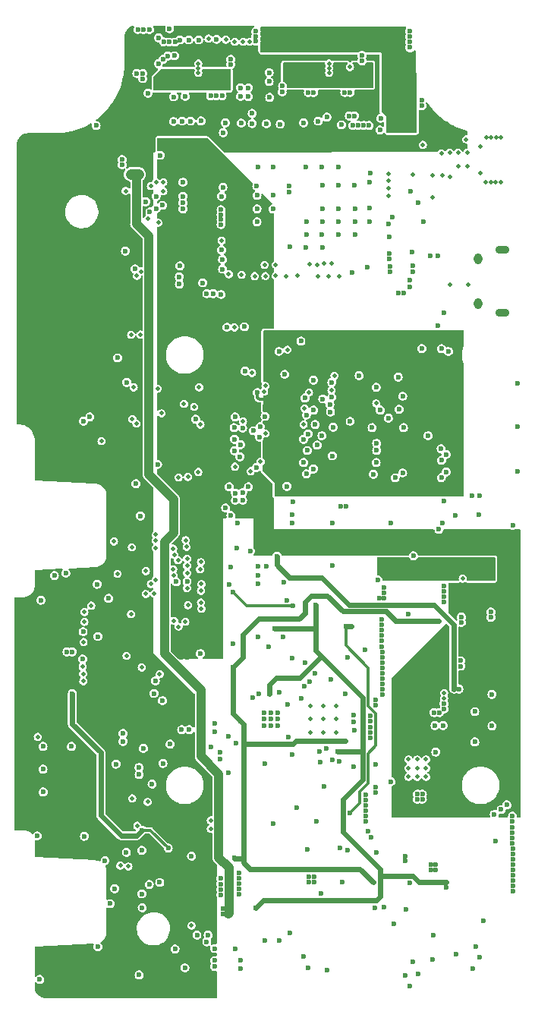
<source format=gbr>
%TF.GenerationSoftware,KiCad,Pcbnew,7.99.0-1.20230926git54171ec.fc37*%
%TF.CreationDate,2023-10-03T14:10:53+01:00*%
%TF.ProjectId,bugg-main-r5,62756767-2d6d-4616-996e-2d72352e6b69,rev?*%
%TF.SameCoordinates,Original*%
%TF.FileFunction,Copper,L5,Inr*%
%TF.FilePolarity,Positive*%
%FSLAX46Y46*%
G04 Gerber Fmt 4.6, Leading zero omitted, Abs format (unit mm)*
G04 Created by KiCad (PCBNEW 7.99.0-1.20230926git54171ec.fc37) date 2023-10-03 14:10:53*
%MOMM*%
%LPD*%
G01*
G04 APERTURE LIST*
%TA.AperFunction,ComponentPad*%
%ADD10O,1.550000X0.890000*%
%TD*%
%TA.AperFunction,ComponentPad*%
%ADD11O,0.950000X1.250000*%
%TD*%
%TA.AperFunction,ComponentPad*%
%ADD12C,0.500000*%
%TD*%
%TA.AperFunction,ComponentPad*%
%ADD13C,0.600000*%
%TD*%
%TA.AperFunction,ViaPad*%
%ADD14C,0.500000*%
%TD*%
%TA.AperFunction,ViaPad*%
%ADD15C,0.600000*%
%TD*%
%TA.AperFunction,Conductor*%
%ADD16C,0.300000*%
%TD*%
%TA.AperFunction,Conductor*%
%ADD17C,0.600000*%
%TD*%
%TA.AperFunction,Conductor*%
%ADD18C,1.000000*%
%TD*%
%TA.AperFunction,Conductor*%
%ADD19C,1.200000*%
%TD*%
G04 APERTURE END LIST*
D10*
%TO.N,GND*%
%TO.C,J15*%
X25900000Y28700000D03*
D11*
X23200000Y29700000D03*
X23200000Y34700000D03*
D10*
X25900000Y35700000D03*
%TD*%
D12*
%TO.N,-15V*%
%TO.C,U18*%
X4467462Y-15175000D03*
X4467462Y-16625000D03*
X4467462Y-18075000D03*
X5917462Y-15175000D03*
X5917462Y-16625000D03*
X5917462Y-18075000D03*
X7367462Y-15175000D03*
X7367462Y-16625000D03*
X7367462Y-18075000D03*
%TD*%
%TO.N,GNDA*%
%TO.C,U28*%
X15464286Y-23059762D03*
X16439286Y-23059762D03*
X17414286Y-23059762D03*
X15464286Y-22084762D03*
X16439286Y-22084762D03*
X17414286Y-22084762D03*
X15464286Y-21109762D03*
X16439286Y-21109762D03*
X17414286Y-21109762D03*
%TD*%
D13*
%TO.N,-15V*%
%TO.C,U23*%
X875000Y-17375000D03*
X875000Y-16625000D03*
X875000Y-15875000D03*
X125000Y-17375000D03*
X125000Y-16625000D03*
X125000Y-15875000D03*
X-625000Y-17375000D03*
X-625000Y-16625000D03*
X-625000Y-15875000D03*
%TD*%
D14*
%TO.N,GND*%
X18125000Y44000000D03*
D15*
X-100000Y55500000D03*
X-100000Y54500000D03*
X-2400000Y52825000D03*
X-2400000Y53800000D03*
X-25000Y52725000D03*
D14*
X-4925000Y59175000D03*
X-3925000Y58925000D03*
D15*
X-5950000Y59200000D03*
X-11250000Y58900000D03*
X-11950000Y56975000D03*
X-10025000Y59150000D03*
X-9050000Y59150000D03*
X-11400000Y57350000D03*
X-11850000Y58925000D03*
%TO.N,/Power and input connector/3V7_O*%
X10275000Y57375000D03*
%TO.N,GND*%
X4875000Y53275000D03*
X8350000Y53275000D03*
%TO.N,+3.3VADC*%
X-1400000Y19800000D03*
X19700000Y9750000D03*
X3650000Y21200000D03*
X-450000Y24300000D03*
X14800000Y10050000D03*
X17100000Y19900000D03*
X7800000Y24300000D03*
X12150000Y15950000D03*
X14900000Y17300000D03*
X6950000Y10050000D03*
X11450000Y19250000D03*
X-450000Y24900000D03*
X11450000Y17950000D03*
X11400000Y12700000D03*
X-475000Y11375000D03*
X14900000Y18600000D03*
X5050000Y12750000D03*
X153631Y24896369D03*
X6775000Y-12175000D03*
X150000Y24300000D03*
X850000Y8500000D03*
D14*
%TO.N,/SCL*%
X-7700000Y-3600000D03*
X-14450000Y26275000D03*
X-14900000Y16350000D03*
X-14400000Y33325000D03*
%TO.N,/SDA*%
X-15350000Y16850000D03*
X-15500000Y26250000D03*
X-15500000Y-4900000D03*
X-9150000Y-3900000D03*
X-18800000Y14400000D03*
X-14850000Y32825000D03*
%TO.N,/FSYNC*%
X-12750000Y3950000D03*
X11850000Y18600000D03*
X6850000Y20050000D03*
X-650000Y19900000D03*
X-9300000Y2600000D03*
X-12450000Y38750000D03*
X-12100000Y17500000D03*
%TO.N,/BCLK*%
X-13600000Y39200000D03*
X-12550000Y20250000D03*
X-1050000Y12100000D03*
X-500000Y20550000D03*
X-12900000Y-2600000D03*
X7200000Y21700000D03*
X-500000Y15250000D03*
%TO.N,/SDOUT*%
X-12750000Y2500000D03*
D15*
%TO.N,GND*%
X17650000Y15000000D03*
X15625000Y58325000D03*
X350000Y40300000D03*
X9500000Y38900000D03*
D14*
X22100000Y31850000D03*
D15*
X-12450000Y59381420D03*
X-6625000Y52900000D03*
X6950000Y12750000D03*
X-13450000Y60300000D03*
X9500000Y40350000D03*
D14*
X19250000Y44050000D03*
D15*
X-14200000Y55403621D03*
D14*
X24700000Y48250000D03*
D15*
X-5500000Y-35600000D03*
X4050000Y38900000D03*
X-6350000Y30850000D03*
X-10600000Y58900000D03*
X-10600000Y-42250000D03*
X-10450000Y-1300000D03*
X3750000Y49900000D03*
X19400000Y28700000D03*
X19900000Y24400000D03*
X1900000Y9350000D03*
D14*
X19150000Y46500000D03*
D15*
X-9700000Y41700000D03*
D14*
X6600000Y56000000D03*
D15*
X-3200000Y49875000D03*
X9950000Y21700000D03*
X-17850000Y-37200000D03*
X8950000Y53275000D03*
X2175000Y42150000D03*
X16950000Y52400000D03*
X-7050000Y30850000D03*
X-14200000Y54825000D03*
X15850000Y35500000D03*
X9425000Y50675000D03*
X14300000Y30900000D03*
X1400000Y54000000D03*
D14*
X22050000Y45050000D03*
X24150000Y48250000D03*
X-8000000Y55500000D03*
X-2250000Y58950000D03*
D15*
X-3450000Y-34350000D03*
X4275000Y53275000D03*
X12350000Y50400000D03*
X16950000Y51800000D03*
D14*
X-3000000Y58925000D03*
D15*
X7650000Y40350000D03*
D14*
X18100000Y41600000D03*
D15*
X-9700000Y40300000D03*
X-3450000Y-36150000D03*
X-3275000Y53800000D03*
X-22775000Y-325000D03*
X-6200000Y-43550000D03*
D14*
X21000000Y45050000D03*
D15*
X8400000Y-13800000D03*
X-14300000Y-31250000D03*
D14*
X-7650000Y-4300000D03*
D15*
X-3450000Y-35550000D03*
D14*
X20100000Y43850000D03*
D15*
X5850000Y36000000D03*
D14*
X-13850000Y-100000D03*
X21000000Y46550000D03*
D15*
X-10050000Y33950000D03*
X23300000Y6150000D03*
X-5500000Y-34400000D03*
X15600000Y31600000D03*
X-13150000Y-23850000D03*
D14*
X25800000Y48250000D03*
D15*
X-1475000Y42875000D03*
X15900000Y34000000D03*
X-16125000Y35600000D03*
X11150000Y38900000D03*
X27600000Y20800000D03*
X-6200000Y-42200000D03*
X-20700000Y-29675000D03*
X-14100000Y60300000D03*
D14*
X-17000000Y-400000D03*
X-8000000Y56500000D03*
D15*
X8950000Y16600000D03*
X-400000Y49800000D03*
D14*
X15950000Y44100000D03*
D15*
X-19200000Y-42000000D03*
X-25975000Y-29625000D03*
D14*
X20050000Y46550000D03*
D15*
X5376400Y50086400D03*
X19400000Y7750000D03*
X-10650000Y57375000D03*
X15625000Y59525000D03*
X-11200000Y60400000D03*
X-5950000Y52900000D03*
X5800000Y44975000D03*
X15900000Y33300000D03*
X5850000Y38850000D03*
X12275000Y49100000D03*
X5800000Y37400000D03*
D14*
X20050000Y31850000D03*
X17050000Y47450000D03*
D15*
X6350000Y50550000D03*
D14*
X-6850000Y59300000D03*
D15*
X-6200000Y-44200000D03*
D14*
X23450000Y47250000D03*
D15*
X9500000Y37400000D03*
X-7700000Y50100000D03*
X27600000Y16000000D03*
X5800000Y15000000D03*
X-14600000Y-45150000D03*
X15600000Y32350000D03*
X9425000Y42925000D03*
D14*
X3750000Y16250000D03*
D15*
X-1450000Y38850000D03*
X-1450000Y41800000D03*
X-5450000Y30750000D03*
D14*
X-8000000Y56000000D03*
D15*
X-10750000Y52800000D03*
X-18400000Y-32400000D03*
X13400000Y33900000D03*
X-20100000Y17100000D03*
X-11150000Y-19400000D03*
X-9700000Y41000000D03*
X7650000Y37400000D03*
D14*
X22000000Y46550000D03*
D15*
X2175000Y42875000D03*
X-5500000Y-35000000D03*
X-9450000Y52850000D03*
D14*
X25200000Y43300000D03*
D15*
X11150000Y43250000D03*
D14*
X21900000Y48050000D03*
D15*
X4000000Y44950000D03*
X11225000Y44275000D03*
X11150000Y40400000D03*
X13350000Y37150000D03*
X-1575000Y60100000D03*
D14*
X-15400000Y2550000D03*
D15*
X-1575000Y59000000D03*
X11400000Y15900000D03*
X-4550000Y9300000D03*
X-7050000Y-41450000D03*
D14*
X6600000Y56500000D03*
D15*
X2200000Y36050000D03*
D14*
X-4600000Y33000000D03*
D15*
X-9800000Y50086400D03*
X-14250000Y-37650000D03*
X-18000000Y-3150000D03*
X-8850000Y50086400D03*
X-20850000Y-6850000D03*
X7650000Y38850000D03*
X-1375000Y44950000D03*
X-16500000Y45800000D03*
X400000Y41800000D03*
D14*
X25250000Y48250000D03*
D15*
X-3450000Y-34950000D03*
X-12450000Y56500000D03*
X-14600000Y-22000000D03*
X7600000Y44975000D03*
X13400000Y33250000D03*
X-7950000Y59150000D03*
D14*
X23450000Y44300000D03*
D15*
X15625000Y60125000D03*
X-3275000Y52850000D03*
X-550000Y17150000D03*
X13300000Y34750000D03*
X-19400000Y49600000D03*
X-5400000Y35700000D03*
D14*
X6600000Y55500000D03*
D15*
X8850000Y50675000D03*
X-4956400Y49900000D03*
X-1575000Y59550000D03*
X-12300000Y-34825000D03*
X-25700000Y-45650000D03*
X-25550000Y-3350000D03*
X-3450000Y-33750000D03*
X-4350000Y6100000D03*
X27600000Y11000000D03*
X20650000Y6100000D03*
X-5500000Y-36200000D03*
X-10750000Y50050000D03*
X-4000000Y15900000D03*
X15625000Y58925000D03*
X2475000Y6175000D03*
D14*
X24100000Y43300000D03*
D15*
X-5350000Y52900000D03*
X5825000Y42925000D03*
X7900000Y7150000D03*
X1350000Y53350000D03*
X-8750000Y-31900000D03*
X-1975000Y50950000D03*
X7625000Y42925000D03*
X-14750000Y60300000D03*
X350000Y44975000D03*
X23350000Y8300000D03*
X13300000Y35350000D03*
X-16500000Y45225000D03*
X-13600000Y53200000D03*
X8500000Y7150000D03*
X-1975000Y49825000D03*
X-19200000Y-7400000D03*
X-1450000Y40300000D03*
D14*
X-16000000Y-9550000D03*
D15*
X10850000Y33800000D03*
X-15050000Y33600000D03*
X14900000Y30900000D03*
X5850000Y40300000D03*
D14*
X-20900000Y-10750000D03*
X25750000Y43300000D03*
D15*
X-7500000Y32050000D03*
D14*
X24650000Y43300000D03*
D15*
X-14850000Y55400000D03*
X4050000Y37400000D03*
X4000000Y36000000D03*
X-24050000Y-600000D03*
%TO.N,+3V3*%
X-22050000Y-13750000D03*
X-17000000Y23675000D03*
X-7750000Y-9300000D03*
X-22050000Y-9100000D03*
X-11350000Y-31000000D03*
X-12225000Y46275000D03*
X-14250000Y-29000000D03*
X-20800000Y16625000D03*
X-14450000Y6050000D03*
X-22650000Y-9100000D03*
X-2800000Y22200000D03*
X-19275000Y-1575000D03*
X-12000000Y-14550000D03*
%TO.N,/Power and input connector/Vin*%
X13700000Y50650000D03*
X1175000Y58225000D03*
X13350000Y50150000D03*
X75000Y58225000D03*
X12550000Y60350000D03*
X625000Y58225000D03*
X13350000Y49150000D03*
X13700000Y49650000D03*
X12550000Y59250000D03*
X12550000Y59800000D03*
D14*
%TO.N,/Modem/UIM_SIM_DET*%
X-5400000Y36750000D03*
X-3975000Y27075000D03*
D15*
%TO.N,/Modem/UIM_VCC*%
X-25300000Y-24739600D03*
X-5550000Y-20300000D03*
D14*
X-13650000Y-25850000D03*
X13206594Y41793406D03*
D15*
X-9000000Y-17800000D03*
X-14600000Y-22800000D03*
%TO.N,/Power and input connector/5V_O*%
X-4375000Y56975000D03*
X-4375000Y56425000D03*
X-5200000Y48800000D03*
%TO.N,/Modem/UIM_RESET_N*%
X-6600000Y-19700000D03*
X-25325000Y-22200000D03*
X-14125000Y-19875000D03*
D14*
X13200000Y44200000D03*
D15*
%TO.N,/Modem/UIM_CLK_R*%
X-16400000Y-19100000D03*
X-25325000Y-19659600D03*
%TO.N,/Power and input connector/VIN_DCDC_3V7*%
X10600000Y55100000D03*
X2450000Y56250000D03*
X1800000Y56250000D03*
X11150000Y55100000D03*
X10600000Y55700000D03*
X3100000Y56250000D03*
X11150000Y55700000D03*
D14*
%TO.N,/SD_DAT2*%
X-9400000Y3350000D03*
X-20830000Y-12370000D03*
%TO.N,/SD_DAT3*%
X-9250000Y-2000000D03*
X-20850000Y-11550000D03*
D15*
%TO.N,/SD_CMD*%
X-20900000Y-9900000D03*
D14*
X-13850000Y-2650000D03*
%TO.N,/SD_CLK*%
X-20800000Y-8000000D03*
D15*
X-9250000Y-1250000D03*
D14*
%TO.N,/SD_DAT0*%
X-13300000Y-1550000D03*
X-20700000Y-5750000D03*
%TO.N,/SD_DAT1*%
X-12750000Y-1050000D03*
X-20700000Y-4670000D03*
%TO.N,/SD_nDET*%
X-19950000Y-3950000D03*
X-7700000Y-2300000D03*
D15*
%TO.N,/LED driver\u002C LED board connections/LED3_B*%
X-12700000Y40350000D03*
%TO.N,VBUS*%
X-14950000Y43900000D03*
X-4600000Y-37750000D03*
X-5200000Y-38350000D03*
X-4600000Y-38350000D03*
X-15250000Y44400000D03*
X-11050000Y8100000D03*
X-5350000Y-32200000D03*
X10925000Y-29125000D03*
X-15550000Y43900000D03*
X-14650000Y44400000D03*
X18850000Y4550000D03*
X-13475000Y-35050000D03*
X-5200000Y-37750000D03*
X2550000Y7650000D03*
%TO.N,/USB_OTG_ID*%
X22550000Y8300000D03*
X19115000Y24700000D03*
X16950000Y24725000D03*
%TO.N,/Power and input connector/VIN_DCDC_5*%
X-4700000Y55600000D03*
X-4700000Y55000000D03*
X-11900000Y53850000D03*
X-12500000Y53850000D03*
X-5300000Y55600000D03*
X-5300000Y55000000D03*
X-12500000Y54450000D03*
X-11900000Y54450000D03*
D14*
%TO.N,/RXD*%
X-10200000Y-6300000D03*
X-14800000Y-28500000D03*
X-6600000Y-28850000D03*
%TO.N,/TXD*%
X-15375000Y-25450000D03*
X-10700000Y-5650000D03*
X-6600000Y-27900000D03*
D15*
%TO.N,/LED driver\u002C LED board connections/LED3_G*%
X-12000000Y40700000D03*
%TO.N,/nPWR_LED*%
X-13850000Y41100000D03*
X-17325000Y-35525000D03*
%TO.N,/LED driver\u002C LED board connections/LED2_B*%
X-12700000Y41700000D03*
D14*
%TO.N,/LED driver\u002C LED board connections/LED2_G*%
X-11900000Y42250000D03*
%TO.N,/LED driver\u002C LED board connections/LED2_R*%
X-13300000Y42850000D03*
%TO.N,/LED driver\u002C LED board connections/LED1_B*%
X-16100000Y42300000D03*
X-11900000Y43250000D03*
%TO.N,/LED driver\u002C LED board connections/LED1_G*%
X-12700000Y43250000D03*
D15*
%TO.N,/LED driver\u002C LED board connections/LED1_R*%
X-9700000Y43275000D03*
%TO.N,+5V*%
X14050000Y-24850000D03*
X2450000Y-9800000D03*
X-9100000Y14500000D03*
X-9850000Y-8500000D03*
X-8935000Y45480000D03*
X14050000Y-25950000D03*
X27675000Y-16525000D03*
X27050000Y2300000D03*
X-9850000Y-9100000D03*
X-9460000Y46305000D03*
X-9250000Y-7900000D03*
X10100000Y3850000D03*
X-7825000Y46050000D03*
X27675000Y-18250000D03*
X-11800000Y33250000D03*
X27675000Y-17675000D03*
X27650000Y2300000D03*
X-9850000Y-7900000D03*
X-8385000Y45480000D03*
X26450000Y2300000D03*
X-9850000Y-9700000D03*
X27050000Y1700000D03*
X-9250000Y-9100000D03*
X27650000Y1700000D03*
X-7835000Y46600000D03*
X27675000Y-17100000D03*
X26450000Y1700000D03*
X-9250000Y-8500000D03*
X-9485000Y45505000D03*
X14050000Y-27050000D03*
X-11900000Y36600000D03*
X14050000Y-25400000D03*
X-9250000Y-9700000D03*
X-7835000Y45480000D03*
X14050000Y-26500000D03*
%TO.N,/USB_UART_DN*%
X-8150000Y-40700000D03*
%TO.N,/USB_UART_DP*%
X-6900000Y-40700000D03*
D14*
%TO.N,/POWER_ON_N*%
X-7700000Y900000D03*
X-3000000Y16600000D03*
X-7750000Y16250000D03*
%TO.N,/RESET_IN_N*%
X-2150000Y11050000D03*
X-9150000Y10400000D03*
X-9250000Y1250000D03*
%TO.N,/BOOT_MODE*%
X-8000000Y10950000D03*
X-3900000Y11550000D03*
X-9250000Y-300000D03*
%TO.N,/WAKE*%
X-2000000Y22000000D03*
X1950000Y24600000D03*
D15*
%TO.N,GNDA*%
X3750000Y-43075000D03*
X12500000Y-5500000D03*
X12525000Y-10900000D03*
X27050000Y-28050000D03*
X11225000Y-17475000D03*
X18425000Y-17325000D03*
X-3275000Y-44400000D03*
X11225000Y-18075000D03*
X27075000Y-33450000D03*
X11800000Y-24800000D03*
X27075000Y-34625000D03*
X27050000Y-30450000D03*
X12500000Y-6100000D03*
X-3650000Y5250000D03*
X12525000Y-11500000D03*
X12500000Y-7300000D03*
X-3275000Y-43500000D03*
X18500000Y-33400000D03*
X11225000Y-18675000D03*
X11225000Y-16275000D03*
X18900000Y-15875000D03*
X15075000Y-31875000D03*
X19450000Y-1750000D03*
X4900000Y-34750000D03*
X21350000Y-5825000D03*
X8675000Y-9725000D03*
X1450000Y-7450000D03*
X-4550000Y-1600000D03*
X10700000Y-27425000D03*
X16450000Y-25550000D03*
X25125000Y-30200000D03*
X27100000Y5000000D03*
X7825000Y-31000000D03*
X12525000Y-9700000D03*
X10700000Y-26225000D03*
X7725000Y-21325000D03*
X10578849Y-8870138D03*
X1900000Y-3350000D03*
X9300000Y-21925000D03*
X10700000Y-25025000D03*
X2475000Y5225000D03*
X25025000Y-27250000D03*
X15625000Y-46350000D03*
X3900000Y-10350000D03*
X12525000Y-9100000D03*
X25800000Y-26700000D03*
X12500000Y-6700000D03*
X4900000Y-34200000D03*
X23400000Y-43200000D03*
X15900000Y-43650000D03*
X27075000Y-32850000D03*
X19450000Y-3550000D03*
X4350000Y-34750000D03*
X24650000Y-5250000D03*
X27050000Y-29250000D03*
X12725000Y-2500000D03*
X11775000Y-14475000D03*
X19450000Y-2950000D03*
X19250000Y5250000D03*
X18300000Y-15875000D03*
X24650000Y-4650000D03*
X12725000Y-1900000D03*
X6250000Y-19900000D03*
X6925000Y-21150000D03*
X3000000Y-26500000D03*
X18500000Y-32850000D03*
X-2200000Y2150000D03*
X27075000Y-35225000D03*
X1550000Y-1350000D03*
X12525000Y-13875000D03*
X10700000Y-25625000D03*
X23800000Y-39075000D03*
X27075000Y-32250000D03*
X19425000Y-15475000D03*
X12525000Y-12675000D03*
X12525000Y-12100000D03*
X17950000Y-32850000D03*
D14*
X19425000Y-14275000D03*
D15*
X19450000Y-2350000D03*
X11850000Y-31450000D03*
X27050000Y-29850000D03*
X-4650000Y-18550000D03*
X12525000Y-10300000D03*
X12700000Y-37550000D03*
X18500000Y-20275000D03*
X4350000Y-34200000D03*
D14*
X19425000Y-13700000D03*
D15*
X19425000Y-14875000D03*
X20775000Y-42800000D03*
X11800000Y-24200000D03*
X13500000Y5250000D03*
X27050000Y-28650000D03*
X-3850000Y-42250000D03*
X17000000Y-25000000D03*
X17000000Y-25550000D03*
X12725000Y-3100000D03*
X19325000Y-17325000D03*
X10700000Y-28025000D03*
X8050000Y-34750000D03*
X18100000Y-43400000D03*
X10700000Y-26825000D03*
X15075000Y-32450000D03*
X11225000Y-16875000D03*
X16450000Y-25000000D03*
X12500000Y-7900000D03*
X400000Y-28300000D03*
X7000000Y5250000D03*
X-4150000Y-8200000D03*
X12525000Y-13275000D03*
X15575000Y-34900000D03*
X-4650000Y-22625000D03*
X11775000Y-15075000D03*
X21300000Y-10700000D03*
X12500000Y-8500000D03*
X27075000Y-31050000D03*
X21300000Y-10100000D03*
X27075000Y-31650000D03*
X5200000Y-28000000D03*
X27075000Y-34050000D03*
X6950000Y550000D03*
X27050000Y-27450000D03*
X17950000Y-33400000D03*
X27075000Y-35825000D03*
X21350000Y-5225000D03*
X12175000Y-3100000D03*
X-4400000Y350000D03*
%TO.N,/MIC_IN_P*%
X6350000Y-44600000D03*
X2200000Y-40475000D03*
X-550000Y-41300000D03*
D14*
%TO.N,/WAKE_ON_WWAN*%
X3850000Y18050000D03*
X-10650000Y1700000D03*
X-8450000Y18200000D03*
%TO.N,/TX_ON*%
X4350000Y19800000D03*
X-10800000Y2400000D03*
X-9600000Y18550000D03*
D15*
%TO.N,/Modem/1V8_TX_ON*%
X-5400000Y41700000D03*
X4850000Y21200000D03*
%TO.N,/Modem/1V8_WAKE_ON_WWAN*%
X5900000Y19100000D03*
X15650000Y42275000D03*
%TO.N,/Modem/1V8_WAKE*%
X3450000Y25550000D03*
D14*
X4400000Y34100000D03*
D15*
%TO.N,/Modem/1V8_BOOT_MODE*%
X5250000Y13950000D03*
X1150000Y49750000D03*
D14*
%TO.N,/Modem/1V8_RESET_IN_N*%
X5250000Y34050000D03*
D15*
X4850000Y11300000D03*
%TO.N,/Modem/1V8_POWER_ON_N*%
X4850000Y17850000D03*
X-5250000Y42700000D03*
%TO.N,Net-(D1-K)*%
X-14300000Y-36100000D03*
X-16025000Y-31475000D03*
D14*
%TO.N,/MODEM_USB_DN*%
X6050000Y34200000D03*
D15*
X18700000Y35050000D03*
D14*
%TO.N,/MODEM_USB_DP*%
X6850000Y34200000D03*
D15*
X17900000Y35050000D03*
%TO.N,Net-(D3-K)*%
X-9500000Y-44350000D03*
X1650000Y21850000D03*
X-16000000Y20950000D03*
%TO.N,+3V7*%
X9200000Y33200000D03*
X11050000Y49600000D03*
X9250000Y49600000D03*
X9850000Y49600000D03*
X-5450000Y39100000D03*
X10450000Y49600000D03*
X-5450000Y40200000D03*
X-5450000Y38550000D03*
X-5450000Y39650000D03*
D14*
%TO.N,/Modem/UIM_CLK*%
X13200000Y42600000D03*
D15*
X-6150000Y-17100000D03*
%TO.N,/GLOBAL_EN_o*%
X-12800000Y-12350000D03*
X-14950000Y9650000D03*
D14*
%TO.N,/nRPIBOOT*%
X-14300000Y-10850000D03*
X-15200000Y20400000D03*
D15*
X18750000Y27300000D03*
D14*
%TO.N,/3V7_EN*%
X-10800000Y100000D03*
X8925000Y56125000D03*
D15*
%TO.N,/Power and input connector/3V7_O*%
X10275000Y56800000D03*
X7975000Y49675000D03*
%TO.N,/Power and input connector/3.3VA_O*%
X22850000Y-19150000D03*
%TO.N,/Power and input connector/1V8_O*%
X22850000Y-15775000D03*
D14*
%TO.N,/nPWR_LED_BUF*%
X-25900000Y-18600000D03*
X-15800000Y-33050000D03*
X-12300000Y-11600000D03*
D15*
%TO.N,/MIC_IN_N*%
X4225000Y-44350000D03*
X1050000Y-41300000D03*
%TO.N,Net-(Module1A-RUN_PG)*%
X-12950000Y-13750000D03*
D14*
%TO.N,Net-(U7-UART1_TX)*%
X-600000Y34050000D03*
D15*
X-10109200Y32715200D03*
X-5283200Y34645600D03*
%TO.N,Net-(U7-UART1_RX)*%
X-10109200Y31902400D03*
D14*
X650000Y34050000D03*
D15*
X-5283200Y33578800D03*
%TO.N,Net-(U7-SYS_CLK)*%
X13200000Y38600000D03*
X17100000Y38900000D03*
%TO.N,Net-(U7-SLEEP_CLK)*%
X16500000Y41000000D03*
X13650000Y39400000D03*
%TO.N,/Modem/UIM_DATA*%
X-22150000Y-19659600D03*
D14*
X13200000Y43412246D03*
D15*
X-16400000Y-18200000D03*
X-6150000Y-18000000D03*
%TO.N,Net-(U18A-SOUT2)*%
X4150000Y-31150000D03*
X6050000Y-24150000D03*
%TO.N,Net-(U18A-SOUT1)*%
X5500000Y-20200000D03*
X5600000Y-21450000D03*
%TO.N,+15V*%
X7550000Y-20250000D03*
X-1550000Y-37650000D03*
X550000Y-6500000D03*
X19625000Y-35350000D03*
X5100000Y-3850000D03*
X-100000Y-13750000D03*
X19625000Y-34800000D03*
X11850000Y-36850000D03*
%TO.N,-15V*%
X-3950000Y-32100000D03*
X8425000Y-19075000D03*
X1800000Y-5450000D03*
X18825000Y-5650000D03*
X11500000Y-34800000D03*
X-3300000Y-16850000D03*
X18275000Y-5650000D03*
X-4150000Y-10850000D03*
%TO.N,Net-(U27-IN+)*%
X-400000Y400000D03*
X-1350000Y-550000D03*
%TO.N,Net-(U27-IN-)*%
X-3700000Y2500000D03*
X-1300000Y400000D03*
%TO.N,+1V8*%
X770000Y1575000D03*
X20525000Y-13250000D03*
X21075000Y-13250000D03*
%TO.N,+48V*%
X8900000Y-27100000D03*
X5725000Y-36025000D03*
X8475000Y-6250000D03*
X9050000Y-6250000D03*
%TO.N,/Power and input connector/BSW*%
X11275000Y-29800000D03*
X13475000Y-23600000D03*
%TO.N,Net-(C71-Pad2)*%
X-150000Y-8550000D03*
X-1300000Y-7450000D03*
X-1300000Y-1550000D03*
%TO.N,Net-(D14-A)*%
X-3750000Y-19300000D03*
X1000000Y-13650000D03*
%TO.N,/SDOUT_INT_MIC*%
X-12550000Y11800000D03*
X-13400000Y39950000D03*
%TO.N,+5VA*%
X2600000Y-4000000D03*
X-4150000Y-2450000D03*
%TO.N,/EXT_MIC_EN*%
X1000000Y24400000D03*
X24775000Y-13850000D03*
D14*
X-10250000Y1100000D03*
D15*
X-4800000Y27100000D03*
X24775000Y-17375000D03*
X11825000Y-21650000D03*
X-3050000Y8650000D03*
D14*
X-10200000Y10350000D03*
%TO.N,/SPI_SCLK*%
X-7800000Y100000D03*
%TO.N,/SPI_nCS*%
X-10750000Y-600000D03*
%TO.N,/SPI_MOSI*%
X-7650000Y-1550000D03*
D15*
%TO.N,Net-(Q14-D)*%
X8650000Y-31200000D03*
X11725000Y-37624064D03*
%TO.N,/External Microphone Interface/PIP_EN*%
X9375000Y-16150000D03*
X18225000Y-40750000D03*
%TO.N,/External Microphone Interface/P3V3_EN*%
X16500000Y-45025000D03*
X23000000Y-41975000D03*
X15150000Y-37825000D03*
X9375000Y-16900000D03*
%TO.N,Net-(U18A-IN1)*%
X2450000Y-20600000D03*
X2062500Y-18587500D03*
X-1275000Y-13775000D03*
%TO.N,Net-(U18A-IN2)*%
X1950000Y-14950000D03*
X-600000Y-21600000D03*
X-1950000Y-14250000D03*
%TO.N,/External Microphone Interface/CNV*%
X14300000Y21550000D03*
X13950000Y10300000D03*
X-2400000Y9300000D03*
%TO.N,/External Microphone Interface/SCK*%
X-1500000Y11450000D03*
X-3900000Y17100000D03*
%TO.N,/External Microphone Interface/AMP_MOSI*%
X-3050000Y7800000D03*
X5000000Y-11500000D03*
%TO.N,/External Microphone Interface/AMP_SCLK*%
X4450000Y-12400000D03*
X-3850000Y7800000D03*
%TO.N,/External Microphone Interface/AMP_nCS*%
X-3850000Y8600000D03*
X3850000Y-12950000D03*
%TO.N,/External Microphone Interface/Q0*%
X19116421Y10316421D03*
X-3350000Y12650000D03*
X11550000Y10700000D03*
X4050000Y10750000D03*
%TO.N,/External Microphone Interface/Q1*%
X-3975000Y13325000D03*
X11850000Y12000000D03*
X19650000Y10950000D03*
X3750000Y12000000D03*
%TO.N,/External Microphone Interface/Q2*%
X-3300000Y14000000D03*
X19150000Y12250000D03*
X11900000Y13350000D03*
X4150000Y13350000D03*
%TO.N,/External Microphone Interface/Q3*%
X3750000Y14600000D03*
X19650000Y12900000D03*
X-3950000Y14600000D03*
X11900000Y14150000D03*
%TO.N,/External Microphone Interface/Q4*%
X14900000Y15900000D03*
X7050000Y15950000D03*
X-1200000Y14850000D03*
X4250000Y15200000D03*
X-8300000Y16850000D03*
X5050000Y16250000D03*
%TO.N,/External Microphone Interface/CLK_H*%
X-1100000Y16000000D03*
X19100000Y13550000D03*
%TO.N,/External Microphone Interface/RST*%
X11850000Y20400000D03*
X13200000Y16950000D03*
X-1850000Y15550000D03*
%TO.N,/External Microphone Interface/!Qeq2*%
X6675000Y18475000D03*
X3900000Y19200000D03*
%TO.N,/External Microphone Interface/!Qeq10*%
X14400000Y17950000D03*
X14800000Y10850000D03*
%TO.N,/External Microphone Interface/Qeq2*%
X6900000Y20950000D03*
X6750000Y17650000D03*
X14800000Y19400000D03*
%TO.N,/External Microphone Interface/AMP_RST*%
X-3050000Y15850000D03*
X3467462Y-14282538D03*
X-4950000Y6950000D03*
X4050000Y17300000D03*
%TO.N,Net-(U19A-~{R})*%
X12300000Y17850000D03*
X6900000Y19300000D03*
D14*
%TO.N,/SHDNZ*%
X-9250000Y500000D03*
X-7900000Y20400000D03*
%TO.N,/LED_ACT*%
X-16700000Y-32950000D03*
X-17400000Y3200000D03*
X-12750000Y3300000D03*
%TO.N,/LED_USER*%
X-9450000Y-5750000D03*
X-8750000Y-39650000D03*
D15*
%TO.N,/Power and input connector/LT_VIN*%
X24700000Y-800000D03*
X12350000Y450000D03*
X24100000Y-200000D03*
X12350000Y1050000D03*
X12350000Y-150000D03*
X24700000Y-200000D03*
X12950000Y1050000D03*
X23500000Y-800000D03*
X23500000Y-200000D03*
X12950000Y-150000D03*
X12950000Y450000D03*
X24100000Y-800000D03*
%TO.N,/Power and input connector/LT_VOUT*%
X15450000Y-4900000D03*
X16000000Y1600000D03*
%TO.N,/Modem/UIM_DSW*%
X-5550000Y-21100000D03*
X-17170400Y-21640800D03*
X-11950000Y-21550000D03*
X-9850000Y-17800000D03*
X-2850000Y27150000D03*
D14*
%TO.N,/Modem/J1*%
X-3170000Y32950000D03*
%TO.N,/Modem/J2*%
X-1700000Y32800000D03*
%TO.N,/Modem/J3*%
X-510000Y32810000D03*
%TO.N,/Modem/J4*%
X650000Y32820000D03*
%TO.N,/Modem/J5*%
X1810000Y32800000D03*
%TO.N,/Modem/J6*%
X3100000Y32830000D03*
%TO.N,/Modem/J7*%
X5380000Y32800000D03*
%TO.N,/Modem/J8*%
X6550000Y32800000D03*
%TO.N,/Modem/J9*%
X7700000Y32800000D03*
D15*
%TO.N,IN_VIN*%
X-7300000Y-36250000D03*
X-7300000Y-33850000D03*
X-7300000Y-35050000D03*
X19700000Y48750000D03*
X-7300000Y-34450000D03*
X20300000Y49350000D03*
X20300000Y48750000D03*
X19700000Y49350000D03*
X-7800000Y-41450000D03*
X-7300000Y-35650000D03*
X19100000Y49350000D03*
X19100000Y48750000D03*
%TO.N,/External Microphone Interface/P3V3_DISABLE*%
X26425000Y-26175000D03*
%TO.N,/48V_EN*%
X9400000Y-17850000D03*
X15125000Y-45200000D03*
X12075000Y-1100000D03*
X22600000Y-44475000D03*
X13850000Y-39425000D03*
D14*
X21500000Y-950000D03*
%TD*%
D16*
%TO.N,+3.3VADC*%
X-1200000Y19050000D02*
X-450000Y19050000D01*
X-1400000Y19800000D02*
X-1400000Y19250000D01*
X-1400000Y19250000D02*
X-1200000Y19050000D01*
%TO.N,+3V3*%
X-13350000Y-29000000D02*
X-14250000Y-29000000D01*
D17*
X-16575000Y-29625000D02*
X-14875000Y-29625000D01*
X-22050000Y-17175000D02*
X-18875000Y-20350000D01*
D16*
X-11350000Y-31000000D02*
X-13350000Y-29000000D01*
D17*
X-18875000Y-27325000D02*
X-16575000Y-29625000D01*
X-22050000Y-13750000D02*
X-22050000Y-17175000D01*
X-18875000Y-20350000D02*
X-18875000Y-27325000D01*
X-14875000Y-29625000D02*
X-14250000Y-29000000D01*
D18*
%TO.N,VBUS*%
X-13500000Y37250000D02*
X-13500000Y10650000D01*
X-14900000Y38650000D02*
X-13500000Y37250000D01*
X-4550000Y-33200000D02*
X-4550000Y-38300000D01*
D17*
X-10850000Y7900000D02*
X-11050000Y8100000D01*
X-10750000Y7900000D02*
X-10850000Y7900000D01*
D18*
X-5700000Y-22750000D02*
X-5700000Y-32050000D01*
X-7700000Y-20750000D02*
X-5700000Y-22750000D01*
X-10750000Y7900000D02*
X-10750000Y4200000D01*
X-5700000Y-32050000D02*
X-4550000Y-33200000D01*
X-4550000Y-38300000D02*
X-4600000Y-38350000D01*
X-11778248Y-9321752D02*
X-7700000Y-13400000D01*
X-14900000Y44150000D02*
X-14900000Y38650000D01*
X-11778248Y3171752D02*
X-11778248Y-9321752D01*
X-13500000Y10650000D02*
X-10750000Y7900000D01*
X-7700000Y-13400000D02*
X-7700000Y-20750000D01*
X-10750000Y4200000D02*
X-11778248Y3171752D01*
D19*
X-14650000Y44150000D02*
X-15500000Y44150000D01*
D17*
%TO.N,+15V*%
X12325000Y-36375000D02*
X11850000Y-36850000D01*
X15925000Y-34075000D02*
X12425000Y-34075000D01*
X5750000Y-9600000D02*
X5100000Y-8950000D01*
X10350000Y-14200000D02*
X5750000Y-9600000D01*
X10300000Y-20250000D02*
X7550000Y-20250000D01*
X10350000Y-20300000D02*
X10350000Y-14200000D01*
X12425000Y-34075000D02*
X12325000Y-34175000D01*
X12325000Y-34175000D02*
X12325000Y-36375000D01*
X-100000Y-12750000D02*
X-100000Y-13750000D01*
X5100000Y-8950000D02*
X5100000Y-6475000D01*
X19625000Y-34800000D02*
X16650000Y-34800000D01*
X5750000Y-9600000D02*
X5725000Y-9600000D01*
X11850000Y-36850000D02*
X-750000Y-36850000D01*
X5100000Y-6475000D02*
X575000Y-6475000D01*
X-750000Y-36850000D02*
X-1550000Y-37650000D01*
X5100000Y-6475000D02*
X5100000Y-3850000D01*
X8150000Y-29200000D02*
X8150000Y-25550000D01*
X12325000Y-33975000D02*
X12325000Y-33375000D01*
X8150000Y-25550000D02*
X10350000Y-23350000D01*
X3350000Y-11975000D02*
X675000Y-11975000D01*
X16650000Y-34800000D02*
X15925000Y-34075000D01*
X675000Y-11975000D02*
X-100000Y-12750000D01*
X5725000Y-9600000D02*
X3350000Y-11975000D01*
X10350000Y-20300000D02*
X10300000Y-20250000D01*
X575000Y-6475000D02*
X550000Y-6500000D01*
X10350000Y-23350000D02*
X10350000Y-20300000D01*
X12325000Y-33375000D02*
X8150000Y-29200000D01*
%TO.N,-15V*%
X1800000Y-5450000D02*
X3275000Y-5450000D01*
X10050000Y-33350000D02*
X11500000Y-34800000D01*
X14025000Y-5650000D02*
X18275000Y-5650000D01*
X4575000Y-2850000D02*
X6400000Y-2850000D01*
X-2900000Y-19375000D02*
X-2950000Y-19325000D01*
X3875000Y-4850000D02*
X3875000Y-3550000D01*
X-2950000Y-32125000D02*
X-3925000Y-32125000D01*
X6400000Y-2850000D02*
X8150000Y-4600000D01*
X-4150000Y-10850000D02*
X-4150000Y-16000000D01*
X-2950000Y-17200000D02*
X-2950000Y-19325000D01*
X-3300000Y-16850000D02*
X-2950000Y-17200000D01*
X-4150000Y-16000000D02*
X-3300000Y-16850000D01*
X1800000Y-5450000D02*
X-1250000Y-5450000D01*
X2575000Y-19375000D02*
X-2900000Y-19375000D01*
X-2225000Y-33350000D02*
X10050000Y-33350000D01*
X-2950000Y-32125000D02*
X-2950000Y-32625000D01*
X18275000Y-5650000D02*
X18825000Y-5650000D01*
X3275000Y-5450000D02*
X3875000Y-4850000D01*
X8425000Y-19075000D02*
X2875000Y-19075000D01*
X-3000000Y-9700000D02*
X-4150000Y-10850000D01*
X-2950000Y-19325000D02*
X-2950000Y-32125000D01*
X-3000000Y-7200000D02*
X-3000000Y-9700000D01*
X-2950000Y-32625000D02*
X-2225000Y-33350000D01*
X-1250000Y-5450000D02*
X-3000000Y-7200000D01*
X8150000Y-4600000D02*
X12975000Y-4600000D01*
X2875000Y-19075000D02*
X2575000Y-19375000D01*
X3875000Y-3550000D02*
X4575000Y-2850000D01*
X-3925000Y-32125000D02*
X-3950000Y-32100000D01*
X12975000Y-4600000D02*
X14025000Y-5650000D01*
%TO.N,+1V8*%
X20525000Y-6075000D02*
X20525000Y-13250000D01*
X8850000Y-3850000D02*
X18300000Y-3850000D01*
X770000Y1575000D02*
X770000Y580000D01*
X2150000Y-800000D02*
X5800000Y-800000D01*
X5800000Y-800000D02*
X8850000Y-3850000D01*
X18300000Y-3850000D02*
X20525000Y-6075000D01*
X770000Y580000D02*
X2150000Y-800000D01*
D16*
%TO.N,+48V*%
X10975000Y-10875000D02*
X10975000Y-15150000D01*
X10025000Y-24700000D02*
X10025000Y-25975000D01*
X10025000Y-25975000D02*
X8900000Y-27100000D01*
D17*
X9050000Y-6250000D02*
X8475000Y-6250000D01*
D16*
X11825000Y-19575000D02*
X10950000Y-20450000D01*
X10950000Y-20450000D02*
X10950000Y-23775000D01*
X10950000Y-23775000D02*
X10025000Y-24700000D01*
X10975000Y-15150000D02*
X11825000Y-16000000D01*
X8475000Y-6250000D02*
X8475000Y-8375000D01*
X11825000Y-16000000D02*
X11825000Y-19575000D01*
X8475000Y-8375000D02*
X10975000Y-10875000D01*
%TO.N,+5VA*%
X2600000Y-4000000D02*
X-2600000Y-4000000D01*
X-2600000Y-4000000D02*
X-4150000Y-2450000D01*
%TD*%
%TA.AperFunction,Conductor*%
%TO.N,/Power and input connector/VIN_DCDC_5*%
G36*
X-8455020Y55881093D02*
G01*
X-8423158Y55842128D01*
X-8399866Y55791126D01*
X-8392890Y55730341D01*
X-8399865Y55708875D01*
X-8436697Y55628226D01*
X-8455133Y55500000D01*
X-8436697Y55371774D01*
X-8382882Y55253937D01*
X-8298049Y55156033D01*
X-8298047Y55156031D01*
X-8189073Y55085998D01*
X-8189070Y55085996D01*
X-8189069Y55085996D01*
X-8189066Y55085995D01*
X-8064774Y55049500D01*
X-8064772Y55049500D01*
X-7935225Y55049500D01*
X-7810933Y55085995D01*
X-7810926Y55085998D01*
X-7701952Y55156031D01*
X-7617117Y55253938D01*
X-7563302Y55371774D01*
X-7544867Y55499997D01*
X-7544867Y55500002D01*
X-7563302Y55628225D01*
X-7563302Y55628227D01*
X-7600133Y55708874D01*
X-7607108Y55769660D01*
X-7600134Y55791126D01*
X-7576843Y55842126D01*
X-7535470Y55887204D01*
X-7486789Y55900000D01*
X-4474000Y55900000D01*
X-4415809Y55881093D01*
X-4379845Y55831593D01*
X-4375000Y55801000D01*
X-4375000Y53599000D01*
X-4393907Y53540809D01*
X-4443407Y53504845D01*
X-4474000Y53500000D01*
X-12901000Y53500000D01*
X-12959191Y53518907D01*
X-12995155Y53568407D01*
X-13000000Y53599000D01*
X-13000000Y55008992D01*
X-12981093Y55067183D01*
X-12971004Y55078996D01*
X-12178996Y55871004D01*
X-12124479Y55898781D01*
X-12108992Y55900000D01*
X-8513211Y55900000D01*
X-8455020Y55881093D01*
G37*
%TD.AperFunction*%
%TD*%
%TA.AperFunction,Conductor*%
%TO.N,/Power and input connector/Vin*%
G36*
X15146575Y60629998D02*
G01*
X15193068Y60576342D01*
X15203172Y60506068D01*
X15178416Y60447296D01*
X15144137Y60402624D01*
X15088670Y60268709D01*
X15069750Y60125000D01*
X15069750Y60124999D01*
X15088670Y59981290D01*
X15133434Y59873217D01*
X15141023Y59802627D01*
X15133434Y59776783D01*
X15088670Y59668709D01*
X15069750Y59525000D01*
X15069750Y59524999D01*
X15088670Y59381290D01*
X15133434Y59273217D01*
X15141023Y59202627D01*
X15133434Y59176783D01*
X15088670Y59068709D01*
X15069750Y58925000D01*
X15069750Y58924999D01*
X15088670Y58781290D01*
X15133434Y58673217D01*
X15141023Y58602627D01*
X15133434Y58576783D01*
X15088670Y58468709D01*
X15069750Y58325000D01*
X15069750Y58324999D01*
X15088670Y58181290D01*
X15144137Y58047375D01*
X15232378Y57932378D01*
X15347375Y57844137D01*
X15481290Y57788670D01*
X15625000Y57769750D01*
X15768709Y57788670D01*
X15783996Y57795002D01*
X15902624Y57844137D01*
X16017620Y57932377D01*
X16023539Y57940091D01*
X16080877Y57981957D01*
X16151748Y57986178D01*
X16213651Y57951412D01*
X16246931Y57888699D01*
X16249500Y57863385D01*
X16249500Y56544170D01*
X16249500Y56500000D01*
X16249500Y56235235D01*
X16285636Y55706939D01*
X16357741Y55182341D01*
X16368312Y55131466D01*
X16372365Y55111965D01*
X16375000Y55086331D01*
X16375000Y48926000D01*
X16354998Y48857879D01*
X16301342Y48811386D01*
X16249000Y48800000D01*
X13126000Y48800000D01*
X13057879Y48820002D01*
X13011386Y48873658D01*
X13000000Y48926000D01*
X13000000Y50574999D01*
X13000000Y50575000D01*
X12536903Y51038096D01*
X12502880Y51100407D01*
X12500000Y51127190D01*
X12500000Y57650000D01*
X12375000Y57775000D01*
X10700776Y57775000D01*
X10632655Y57795002D01*
X10624072Y57801038D01*
X10552624Y57855862D01*
X10503155Y57876351D01*
X10418709Y57911330D01*
X10275000Y57930250D01*
X10131291Y57911330D01*
X10081821Y57890839D01*
X9997375Y57855862D01*
X9925928Y57801038D01*
X9859708Y57775437D01*
X9849224Y57775000D01*
X-924000Y57775000D01*
X-992121Y57795002D01*
X-1038614Y57848658D01*
X-1050000Y57901000D01*
X-1050000Y58803874D01*
X-1040409Y58852091D01*
X-1038671Y58856286D01*
X-1038670Y58856290D01*
X-1019750Y58999999D01*
X-1019750Y59000000D01*
X-1038670Y59143709D01*
X-1040408Y59147905D01*
X-1050000Y59196124D01*
X-1050000Y59353874D01*
X-1040409Y59402091D01*
X-1038671Y59406286D01*
X-1038670Y59406290D01*
X-1019750Y59549999D01*
X-1019750Y59550000D01*
X-1038670Y59693709D01*
X-1040408Y59697905D01*
X-1050000Y59746124D01*
X-1050000Y59903874D01*
X-1040409Y59952091D01*
X-1038671Y59956286D01*
X-1038670Y59956290D01*
X-1019750Y60099999D01*
X-1019750Y60100000D01*
X-1038670Y60243709D01*
X-1040408Y60247905D01*
X-1050000Y60296124D01*
X-1050000Y60524000D01*
X-1029998Y60592121D01*
X-976342Y60638614D01*
X-924000Y60650000D01*
X15078454Y60650000D01*
X15146575Y60629998D01*
G37*
%TD.AperFunction*%
%TD*%
%TA.AperFunction,Conductor*%
%TO.N,/Power and input connector/LT_VIN*%
G36*
X15512848Y1431093D02*
G01*
X15544709Y1392128D01*
X15549521Y1381593D01*
X15574623Y1326627D01*
X15668873Y1217855D01*
X15789942Y1140049D01*
X15789949Y1140046D01*
X15928035Y1099500D01*
X15928039Y1099500D01*
X16071964Y1099500D01*
X16210050Y1140046D01*
X16210053Y1140047D01*
X16210054Y1140047D01*
X16210057Y1140049D01*
X16331126Y1217855D01*
X16331128Y1217857D01*
X16425377Y1326627D01*
X16455290Y1392127D01*
X16496662Y1437204D01*
X16545343Y1450000D01*
X25051000Y1450000D01*
X25109191Y1431093D01*
X25145155Y1381593D01*
X25150000Y1351000D01*
X25150000Y-1101000D01*
X25131093Y-1159191D01*
X25081593Y-1195155D01*
X25051000Y-1200000D01*
X22033190Y-1200000D01*
X21974999Y-1181093D01*
X21939035Y-1131593D01*
X21938377Y-1085621D01*
X21935690Y-1085235D01*
X21955133Y-950002D01*
X21955133Y-949997D01*
X21936697Y-821774D01*
X21882882Y-703938D01*
X21882882Y-703937D01*
X21798049Y-606033D01*
X21798048Y-606032D01*
X21798047Y-606031D01*
X21689073Y-535998D01*
X21689070Y-535996D01*
X21689069Y-535996D01*
X21672371Y-531093D01*
X21564774Y-499500D01*
X21564772Y-499500D01*
X21435228Y-499500D01*
X21435225Y-499500D01*
X21310933Y-535995D01*
X21310926Y-535998D01*
X21201952Y-606031D01*
X21117117Y-703938D01*
X21063302Y-821774D01*
X21044867Y-949997D01*
X21044867Y-950002D01*
X21064310Y-1085235D01*
X21061443Y-1085647D01*
X21060050Y-1134275D01*
X21022685Y-1182725D01*
X20966810Y-1200000D01*
X12679647Y-1200000D01*
X12621456Y-1181093D01*
X12585492Y-1131593D01*
X12580647Y-1101000D01*
X12580647Y-1099997D01*
X12560165Y-957543D01*
X12500377Y-826628D01*
X12500377Y-826627D01*
X12406128Y-717857D01*
X12406127Y-717856D01*
X12406126Y-717855D01*
X12285057Y-640049D01*
X12285054Y-640047D01*
X12285053Y-640047D01*
X12285050Y-640046D01*
X12146964Y-599500D01*
X12146961Y-599500D01*
X12049000Y-599500D01*
X11990809Y-580593D01*
X11954845Y-531093D01*
X11950000Y-500500D01*
X11950000Y1351000D01*
X11968907Y1409191D01*
X12018407Y1445155D01*
X12049000Y1450000D01*
X15454657Y1450000D01*
X15512848Y1431093D01*
G37*
%TD.AperFunction*%
%TD*%
%TA.AperFunction,Conductor*%
%TO.N,IN_VIN*%
G36*
X-11686467Y60730593D02*
G01*
X-11650503Y60681093D01*
X-11650503Y60619907D01*
X-11654604Y60609375D01*
X-11677174Y60559953D01*
X-11685165Y60542456D01*
X-11705647Y60400002D01*
X-11705647Y60399997D01*
X-11697174Y60341068D01*
X-11685165Y60257543D01*
X-11625377Y60126627D01*
X-11538728Y60026628D01*
X-11531126Y60017855D01*
X-11410057Y59940049D01*
X-11410054Y59940047D01*
X-11410053Y59940047D01*
X-11410050Y59940046D01*
X-11271964Y59899500D01*
X-11271961Y59899500D01*
X-11128035Y59899500D01*
X-10989949Y59940046D01*
X-10989942Y59940049D01*
X-10868873Y60017855D01*
X-10774622Y60126628D01*
X-10714834Y60257543D01*
X-10694353Y60399997D01*
X-10694353Y60400002D01*
X-10714834Y60542456D01*
X-10745395Y60609373D01*
X-10752370Y60670159D01*
X-10722284Y60723437D01*
X-10666628Y60748855D01*
X-10655342Y60749500D01*
X-1825098Y60749500D01*
X-1766907Y60730593D01*
X-1730943Y60681093D01*
X-1730943Y60619907D01*
X-1766907Y60570407D01*
X-1783974Y60560446D01*
X-1785053Y60559953D01*
X-1906128Y60482143D01*
X-2000377Y60373373D01*
X-2053275Y60257543D01*
X-2060165Y60242456D01*
X-2080647Y60100002D01*
X-2080647Y60099997D01*
X-2063759Y59982543D01*
X-2060165Y59957543D01*
X-2024534Y59879522D01*
X-2018416Y59866127D01*
X-2011441Y59805341D01*
X-2018415Y59783874D01*
X-2056491Y59700500D01*
X-2060165Y59692456D01*
X-2080647Y59550002D01*
X-2080647Y59549997D01*
X-2075312Y59512892D01*
X-2085745Y59452603D01*
X-2129623Y59409961D01*
X-2178148Y59402277D01*
X-2178148Y59400500D01*
X-2185228Y59400500D01*
X-2314772Y59400500D01*
X-2439069Y59364004D01*
X-2548049Y59293967D01*
X-2561588Y59278340D01*
X-2613982Y59246744D01*
X-2674943Y59251977D01*
X-2701242Y59268352D01*
X-2701950Y59268966D01*
X-2701951Y59268967D01*
X-2701953Y59268968D01*
X-2701955Y59268970D01*
X-2810926Y59339001D01*
X-2810931Y59339004D01*
X-2935228Y59375500D01*
X-3064772Y59375500D01*
X-3189069Y59339004D01*
X-3298049Y59268967D01*
X-3382882Y59171063D01*
X-3382882Y59171061D01*
X-3387518Y59165712D01*
X-3390071Y59167924D01*
X-3426429Y59138095D01*
X-3487509Y59134501D01*
X-3536959Y59166165D01*
X-3537482Y59165712D01*
X-3539015Y59167481D01*
X-3539036Y59167495D01*
X-3539082Y59167559D01*
X-3545530Y59175000D01*
X-3626951Y59268967D01*
X-3626952Y59268968D01*
X-3735926Y59339001D01*
X-3735931Y59339004D01*
X-3860228Y59375500D01*
X-3989772Y59375500D01*
X-4114069Y59339004D01*
X-4223049Y59268967D01*
X-4304368Y59175118D01*
X-4356763Y59143522D01*
X-4417724Y59148757D01*
X-4463965Y59188825D01*
X-4477179Y59225860D01*
X-4488302Y59303225D01*
X-4542117Y59421061D01*
X-4542118Y59421063D01*
X-4626951Y59518967D01*
X-4626952Y59518968D01*
X-4735926Y59589001D01*
X-4735931Y59589004D01*
X-4860228Y59625500D01*
X-4989772Y59625500D01*
X-5114069Y59589004D01*
X-5223049Y59518967D01*
X-5307882Y59421063D01*
X-5314254Y59407109D01*
X-5355623Y59362033D01*
X-5415590Y59349881D01*
X-5471246Y59375297D01*
X-5494360Y59407109D01*
X-5524621Y59473371D01*
X-5618873Y59582144D01*
X-5739942Y59659950D01*
X-5739947Y59659953D01*
X-5860891Y59695465D01*
X-5878035Y59700499D01*
X-5878036Y59700499D01*
X-5878039Y59700500D01*
X-6021961Y59700500D01*
X-6160053Y59659953D01*
X-6281128Y59582143D01*
X-6308982Y59549997D01*
X-6314934Y59543128D01*
X-6367329Y59511531D01*
X-6428290Y59516766D01*
X-6464574Y59543127D01*
X-6535949Y59625499D01*
X-6551951Y59643967D01*
X-6551952Y59643968D01*
X-6660926Y59714001D01*
X-6660931Y59714004D01*
X-6785228Y59750500D01*
X-6914772Y59750500D01*
X-7039069Y59714004D01*
X-7148049Y59643967D01*
X-7232882Y59546063D01*
X-7286697Y59428226D01*
X-7286697Y59428225D01*
X-7296215Y59362030D01*
X-7323211Y59307122D01*
X-7377325Y59278569D01*
X-7437888Y59287276D01*
X-7481766Y59329919D01*
X-7484260Y59334992D01*
X-7524622Y59423371D01*
X-7524623Y59423373D01*
X-7618872Y59532143D01*
X-7618873Y59532144D01*
X-7739942Y59609950D01*
X-7739947Y59609953D01*
X-7855793Y59643968D01*
X-7878035Y59650499D01*
X-7878036Y59650499D01*
X-7878039Y59650500D01*
X-8021961Y59650500D01*
X-8160053Y59609953D01*
X-8281128Y59532143D01*
X-8375377Y59423373D01*
X-8383115Y59406429D01*
X-8409947Y59347677D01*
X-8451319Y59302599D01*
X-8511285Y59290448D01*
X-8566942Y59315866D01*
X-8590053Y59347677D01*
X-8624621Y59423370D01*
X-8624622Y59423371D01*
X-8624623Y59423373D01*
X-8718872Y59532143D01*
X-8718873Y59532144D01*
X-8839942Y59609950D01*
X-8839947Y59609953D01*
X-8955793Y59643968D01*
X-8978035Y59650499D01*
X-8978036Y59650499D01*
X-8978039Y59650500D01*
X-9121961Y59650500D01*
X-9260053Y59609953D01*
X-9381128Y59532143D01*
X-9462682Y59438023D01*
X-9515076Y59406429D01*
X-9576037Y59411664D01*
X-9612317Y59438022D01*
X-9693872Y59532143D01*
X-9693873Y59532144D01*
X-9814942Y59609950D01*
X-9814947Y59609953D01*
X-9930793Y59643968D01*
X-9953035Y59650499D01*
X-9953036Y59650499D01*
X-9953039Y59650500D01*
X-10096961Y59650500D01*
X-10235053Y59609953D01*
X-10356128Y59532143D01*
X-10441205Y59433957D01*
X-10493599Y59402363D01*
X-10520958Y59401191D01*
X-10520958Y59400500D01*
X-10528039Y59400500D01*
X-10671961Y59400500D01*
X-10810053Y59359953D01*
X-10871478Y59320477D01*
X-10930651Y59304923D01*
X-10978521Y59320477D01*
X-11039947Y59359953D01*
X-11146403Y59391211D01*
X-11178035Y59400499D01*
X-11178036Y59400499D01*
X-11178039Y59400500D01*
X-11321961Y59400500D01*
X-11460053Y59359953D01*
X-11477025Y59349044D01*
X-11536196Y59333489D01*
X-11584070Y59349043D01*
X-11639947Y59384953D01*
X-11762921Y59421061D01*
X-11778035Y59425499D01*
X-11778036Y59425499D01*
X-11778039Y59425500D01*
X-11864906Y59425500D01*
X-11923097Y59444407D01*
X-11959061Y59493907D01*
X-11962898Y59510410D01*
X-11964834Y59523876D01*
X-12024622Y59654791D01*
X-12024623Y59654793D01*
X-12118872Y59763563D01*
X-12118873Y59763564D01*
X-12239942Y59841370D01*
X-12239947Y59841373D01*
X-12369872Y59879522D01*
X-12378035Y59881919D01*
X-12378036Y59881919D01*
X-12378039Y59881920D01*
X-12521961Y59881920D01*
X-12660053Y59841373D01*
X-12781128Y59763563D01*
X-12875377Y59654793D01*
X-12931390Y59532143D01*
X-12935165Y59523876D01*
X-12955647Y59381422D01*
X-12955647Y59381417D01*
X-12937036Y59251977D01*
X-12935165Y59238963D01*
X-12875377Y59108047D01*
X-12781128Y58999277D01*
X-12781126Y58999275D01*
X-12660057Y58921469D01*
X-12660054Y58921467D01*
X-12660053Y58921467D01*
X-12660050Y58921466D01*
X-12521964Y58880920D01*
X-12435094Y58880920D01*
X-12376903Y58862013D01*
X-12340939Y58812513D01*
X-12337102Y58796010D01*
X-12335165Y58782543D01*
X-12275377Y58651627D01*
X-12181128Y58542857D01*
X-12181126Y58542855D01*
X-12060057Y58465049D01*
X-12060054Y58465047D01*
X-12060053Y58465047D01*
X-12060050Y58465046D01*
X-11921964Y58424500D01*
X-11921961Y58424500D01*
X-11778035Y58424500D01*
X-11639949Y58465046D01*
X-11622974Y58475955D01*
X-11622970Y58475957D01*
X-11563796Y58491509D01*
X-11515928Y58475955D01*
X-11498952Y58465046D01*
X-11460053Y58440047D01*
X-11460050Y58440046D01*
X-11321964Y58399500D01*
X-11321961Y58399500D01*
X-11178035Y58399500D01*
X-11039948Y58440046D01*
X-10978522Y58479522D01*
X-10919347Y58495075D01*
X-10871478Y58479522D01*
X-10848953Y58465046D01*
X-10810051Y58440046D01*
X-10671964Y58399500D01*
X-10671961Y58399500D01*
X-10528035Y58399500D01*
X-10389949Y58440046D01*
X-10389942Y58440049D01*
X-10268872Y58517856D01*
X-10268870Y58517858D01*
X-10183795Y58616040D01*
X-10131399Y58647636D01*
X-10104041Y58648810D01*
X-10104041Y58649500D01*
X-9953035Y58649500D01*
X-9814949Y58690046D01*
X-9814942Y58690049D01*
X-9693872Y58767856D01*
X-9693870Y58767858D01*
X-9612319Y58861974D01*
X-9559923Y58893570D01*
X-9498963Y58888334D01*
X-9462681Y58861974D01*
X-9381129Y58767858D01*
X-9381127Y58767856D01*
X-9260057Y58690049D01*
X-9260054Y58690047D01*
X-9260053Y58690047D01*
X-9260050Y58690046D01*
X-9121964Y58649500D01*
X-9121961Y58649500D01*
X-8978035Y58649500D01*
X-8839949Y58690046D01*
X-8839942Y58690049D01*
X-8718873Y58767855D01*
X-8624622Y58876628D01*
X-8590053Y58952323D01*
X-8548681Y58997400D01*
X-8488714Y59009551D01*
X-8433058Y58984133D01*
X-8409947Y58952323D01*
X-8397414Y58924881D01*
X-8375377Y58876627D01*
X-8293853Y58782543D01*
X-8281126Y58767855D01*
X-8160057Y58690049D01*
X-8160054Y58690047D01*
X-8160053Y58690047D01*
X-8160050Y58690046D01*
X-8021964Y58649500D01*
X-8021961Y58649500D01*
X-7878035Y58649500D01*
X-7739949Y58690046D01*
X-7739942Y58690049D01*
X-7618873Y58767855D01*
X-7524622Y58876628D01*
X-7464834Y59007543D01*
X-7452204Y59095387D01*
X-7425208Y59150294D01*
X-7371093Y59178847D01*
X-7310531Y59170139D01*
X-7266653Y59127497D01*
X-7264170Y59122448D01*
X-7232882Y59053937D01*
X-7148049Y58956033D01*
X-7148047Y58956031D01*
X-7039073Y58885998D01*
X-7039070Y58885996D01*
X-7039069Y58885996D01*
X-7039066Y58885995D01*
X-6914774Y58849500D01*
X-6914772Y58849500D01*
X-6785225Y58849500D01*
X-6660933Y58885995D01*
X-6660926Y58885998D01*
X-6551951Y58956032D01*
X-6545993Y58962909D01*
X-6493597Y58994504D01*
X-6432636Y58989268D01*
X-6386395Y58949200D01*
X-6381121Y58939204D01*
X-6375377Y58926627D01*
X-6292546Y58831034D01*
X-6281126Y58817855D01*
X-6160057Y58740049D01*
X-6160054Y58740047D01*
X-6160053Y58740047D01*
X-6160050Y58740046D01*
X-6021964Y58699500D01*
X-6021961Y58699500D01*
X-5878035Y58699500D01*
X-5739949Y58740046D01*
X-5739942Y58740049D01*
X-5618873Y58817855D01*
X-5524621Y58926628D01*
X-5505778Y58967890D01*
X-5464405Y59012968D01*
X-5404439Y59025118D01*
X-5348783Y58999699D01*
X-5325672Y58967890D01*
X-5320256Y58956032D01*
X-5307882Y58928937D01*
X-5223050Y58831034D01*
X-5223047Y58831031D01*
X-5114073Y58760998D01*
X-5114070Y58760996D01*
X-5114069Y58760996D01*
X-5114066Y58760995D01*
X-4989774Y58724500D01*
X-4989772Y58724500D01*
X-4860225Y58724500D01*
X-4735933Y58760995D01*
X-4735926Y58760998D01*
X-4626951Y58831032D01*
X-4626949Y58831034D01*
X-4545631Y58924881D01*
X-4493235Y58956477D01*
X-4432274Y58951241D01*
X-4386034Y58911174D01*
X-4372821Y58874143D01*
X-4361697Y58796774D01*
X-4361696Y58796772D01*
X-4361696Y58796771D01*
X-4345358Y58760996D01*
X-4307882Y58678937D01*
X-4223050Y58581034D01*
X-4223047Y58581031D01*
X-4114073Y58510998D01*
X-4114070Y58510996D01*
X-4114069Y58510996D01*
X-4114066Y58510995D01*
X-3989774Y58474500D01*
X-3989772Y58474500D01*
X-3860225Y58474500D01*
X-3735933Y58510995D01*
X-3735926Y58510998D01*
X-3626952Y58581031D01*
X-3565781Y58651628D01*
X-3542118Y58678937D01*
X-3542117Y58678938D01*
X-3537482Y58684288D01*
X-3534950Y58682094D01*
X-3498405Y58711969D01*
X-3437319Y58715453D01*
X-3388080Y58683800D01*
X-3387518Y58684288D01*
X-3385856Y58682370D01*
X-3385851Y58682367D01*
X-3385838Y58682349D01*
X-3382882Y58678938D01*
X-3382882Y58678937D01*
X-3298050Y58581034D01*
X-3298047Y58581031D01*
X-3189073Y58510998D01*
X-3189070Y58510996D01*
X-3189069Y58510996D01*
X-3189066Y58510995D01*
X-3064774Y58474500D01*
X-3064772Y58474500D01*
X-2935225Y58474500D01*
X-2810933Y58510995D01*
X-2810926Y58510998D01*
X-2701951Y58581032D01*
X-2701948Y58581034D01*
X-2688408Y58596661D01*
X-2636012Y58628256D01*
X-2575051Y58623020D01*
X-2548758Y58606648D01*
X-2548044Y58606029D01*
X-2439073Y58535998D01*
X-2439070Y58535996D01*
X-2439069Y58535996D01*
X-2439066Y58535995D01*
X-2314774Y58499500D01*
X-2314772Y58499500D01*
X-2185225Y58499500D01*
X-2060933Y58535995D01*
X-2060931Y58535996D01*
X-1973363Y58592272D01*
X-1914187Y58607825D01*
X-1866317Y58592271D01*
X-1785057Y58540049D01*
X-1785054Y58540047D01*
X-1785053Y58540047D01*
X-1785050Y58540046D01*
X-1646964Y58499500D01*
X-1646961Y58499500D01*
X-1503041Y58499500D01*
X-1503039Y58499500D01*
X-1503037Y58499500D01*
X-1503033Y58499501D01*
X-1432390Y58520243D01*
X-1371230Y58518495D01*
X-1322778Y58481132D01*
X-1305500Y58425253D01*
X-1305500Y57901000D01*
X-1299661Y57846691D01*
X-1297107Y57834950D01*
X-1291670Y57809953D01*
X-1288275Y57794349D01*
X-1281039Y57767972D01*
X-1231708Y57681341D01*
X-1203141Y57648373D01*
X-1185216Y57627685D01*
X-1152440Y57596060D01*
X-1152436Y57596057D01*
X-1064105Y57549852D01*
X-1064097Y57549848D01*
X-995989Y57529851D01*
X-995982Y57529849D01*
X-995979Y57529848D01*
X-995973Y57529847D01*
X-924005Y57519500D01*
X-924000Y57519500D01*
X9675877Y57519500D01*
X9734068Y57500593D01*
X9770032Y57451093D01*
X9773869Y57406410D01*
X9769353Y57375001D01*
X9769353Y57374997D01*
X9789834Y57232543D01*
X9837292Y57128627D01*
X9844267Y57067840D01*
X9837292Y57046373D01*
X9789834Y56942456D01*
X9789540Y56940410D01*
X9788778Y56938860D01*
X9787839Y56935662D01*
X9787285Y56935824D01*
X9762543Y56885503D01*
X9708429Y56856950D01*
X9691548Y56855500D01*
X9275575Y56855500D01*
X9266979Y56855254D01*
X9198307Y56841335D01*
X9198302Y56841333D01*
X9160295Y56826535D01*
X9141291Y56819136D01*
X9141285Y56819133D01*
X9141278Y56819130D01*
X9108298Y56802747D01*
X9108297Y56802747D01*
X9042969Y56738737D01*
X9008691Y56685397D01*
X9008030Y56685821D01*
X8964583Y56646912D01*
X8903716Y56640680D01*
X8850810Y56671415D01*
X8833523Y56698559D01*
X8831889Y56702383D01*
X8795925Y56751883D01*
X8771684Y56779628D01*
X8693174Y56826536D01*
X8634983Y56845443D01*
X8605199Y56850160D01*
X8571484Y56855500D01*
X8571481Y56855500D01*
X7147819Y56855500D01*
X7101275Y56850160D01*
X7101266Y56850158D01*
X7101265Y56850158D01*
X7089199Y56847352D01*
X7057595Y56840003D01*
X7045920Y56836704D01*
X7039044Y56834761D01*
X7039042Y56834760D01*
X7035396Y56832541D01*
X7025530Y56826536D01*
X7023443Y56825266D01*
X6963905Y56811162D01*
X6907448Y56834748D01*
X6899147Y56843015D01*
X6898052Y56843963D01*
X6898049Y56843967D01*
X6789069Y56914004D01*
X6664772Y56950500D01*
X6535228Y56950500D01*
X6410931Y56914004D01*
X6410926Y56914001D01*
X6301951Y56843967D01*
X6296598Y56839329D01*
X6295573Y56840511D01*
X6250262Y56813188D01*
X6189301Y56818425D01*
X6177059Y56824632D01*
X6173874Y56826536D01*
X6115683Y56845443D01*
X6085899Y56850160D01*
X6052184Y56855500D01*
X6052181Y56855500D01*
X1549000Y56855500D01*
X1516856Y56852970D01*
X1501559Y56850547D01*
X1486262Y56848125D01*
X1484746Y56847867D01*
X1481713Y56847352D01*
X1397617Y56811408D01*
X1348117Y56775444D01*
X1320372Y56751203D01*
X1273464Y56672693D01*
X1273464Y56672692D01*
X1273462Y56672689D01*
X1254556Y56614500D01*
X1244500Y56551003D01*
X1244500Y54579605D01*
X1244561Y54575322D01*
X1244561Y54575319D01*
X1245980Y54567453D01*
X1237701Y54506831D01*
X1195369Y54462653D01*
X1190015Y54459997D01*
X1068873Y54382144D01*
X1068872Y54382143D01*
X974623Y54273373D01*
X974622Y54273371D01*
X914834Y54142456D01*
X894353Y54000002D01*
X894353Y53999997D01*
X914834Y53857543D01*
X961815Y53754672D01*
X968790Y53693885D01*
X946582Y53648715D01*
X924623Y53623373D01*
X924622Y53623371D01*
X864834Y53492456D01*
X844353Y53350002D01*
X844353Y53349997D01*
X864834Y53207543D01*
X924622Y53076628D01*
X1018873Y52967855D01*
X1139942Y52890049D01*
X1139949Y52890046D01*
X1278035Y52849500D01*
X1278039Y52849500D01*
X1421964Y52849500D01*
X1560050Y52890046D01*
X1560053Y52890047D01*
X1560054Y52890047D01*
X1560057Y52890049D01*
X1681126Y52967855D01*
X1702443Y52992456D01*
X1775377Y53076627D01*
X1835165Y53207543D01*
X1843920Y53268437D01*
X1855647Y53349997D01*
X1855647Y53350002D01*
X1839383Y53463123D01*
X1849816Y53523412D01*
X1893694Y53566055D01*
X1952861Y53574993D01*
X1987546Y53569500D01*
X1987549Y53569500D01*
X3705224Y53569500D01*
X3763415Y53550593D01*
X3799379Y53501093D01*
X3799379Y53439907D01*
X3795276Y53429371D01*
X3789834Y53417455D01*
X3769353Y53275002D01*
X3769353Y53274997D01*
X3789834Y53132543D01*
X3849622Y53001628D01*
X3943873Y52892855D01*
X4064942Y52815049D01*
X4064949Y52815046D01*
X4203035Y52774500D01*
X4203039Y52774500D01*
X4346964Y52774500D01*
X4485050Y52815046D01*
X4485056Y52815048D01*
X4521478Y52838455D01*
X4580653Y52854008D01*
X4628522Y52838455D01*
X4664943Y52815048D01*
X4664949Y52815046D01*
X4803035Y52774500D01*
X4803039Y52774500D01*
X4946964Y52774500D01*
X5085050Y52815046D01*
X5085053Y52815047D01*
X5085055Y52815048D01*
X5085057Y52815049D01*
X5206126Y52892855D01*
X5206128Y52892857D01*
X5300377Y53001627D01*
X5360165Y53132543D01*
X5365457Y53169348D01*
X5380647Y53274997D01*
X5380647Y53275002D01*
X5363281Y53395784D01*
X5360165Y53417457D01*
X5354724Y53429371D01*
X5347747Y53490158D01*
X5377833Y53543435D01*
X5433488Y53568854D01*
X5444776Y53569500D01*
X7780224Y53569500D01*
X7838415Y53550593D01*
X7874379Y53501093D01*
X7874379Y53439907D01*
X7870276Y53429371D01*
X7864834Y53417455D01*
X7844353Y53275002D01*
X7844353Y53274997D01*
X7864834Y53132543D01*
X7924622Y53001628D01*
X8018873Y52892855D01*
X8139942Y52815049D01*
X8139949Y52815046D01*
X8278035Y52774500D01*
X8278039Y52774500D01*
X8421964Y52774500D01*
X8560050Y52815046D01*
X8560056Y52815048D01*
X8596478Y52838455D01*
X8655653Y52854008D01*
X8703522Y52838455D01*
X8739943Y52815048D01*
X8739949Y52815046D01*
X8878035Y52774500D01*
X8878039Y52774500D01*
X9021964Y52774500D01*
X9160050Y52815046D01*
X9160053Y52815047D01*
X9160055Y52815048D01*
X9160057Y52815049D01*
X9281126Y52892855D01*
X9281128Y52892857D01*
X9375377Y53001627D01*
X9435165Y53132543D01*
X9440457Y53169348D01*
X9455647Y53274997D01*
X9455647Y53275002D01*
X9438281Y53395784D01*
X9435165Y53417457D01*
X9429724Y53429371D01*
X9422747Y53490158D01*
X9452833Y53543435D01*
X9508488Y53568854D01*
X9519776Y53569500D01*
X11400996Y53569500D01*
X11401000Y53569500D01*
X11433144Y53572030D01*
X11448440Y53574452D01*
X11463738Y53576875D01*
X11468284Y53577647D01*
X11468286Y53577647D01*
X11552382Y53613591D01*
X11597192Y53646148D01*
X11601883Y53649556D01*
X11629628Y53673797D01*
X11676536Y53752307D01*
X11695443Y53810498D01*
X11702894Y53857543D01*
X11705500Y53873996D01*
X11705500Y56550996D01*
X11705499Y56551003D01*
X11702970Y56583144D01*
X11698125Y56613737D01*
X11698125Y56613738D01*
X11697353Y56618286D01*
X11663042Y56698559D01*
X11661408Y56702383D01*
X11625444Y56751883D01*
X11601203Y56779628D01*
X11522693Y56826536D01*
X11464502Y56845443D01*
X11434718Y56850160D01*
X11401003Y56855500D01*
X11401000Y56855500D01*
X10858452Y56855500D01*
X10800261Y56874407D01*
X10764297Y56923907D01*
X10760460Y56940410D01*
X10760165Y56942456D01*
X10756491Y56950500D01*
X10712708Y57046373D01*
X10705733Y57107160D01*
X10712708Y57128627D01*
X10760165Y57232543D01*
X10780647Y57374997D01*
X10780647Y57375001D01*
X10776131Y57406410D01*
X10786564Y57466700D01*
X10830442Y57509342D01*
X10874123Y57519500D01*
X12145500Y57519500D01*
X12203691Y57500593D01*
X12239655Y57451093D01*
X12244500Y57420500D01*
X12244500Y51120346D01*
X12245233Y51106678D01*
X12246762Y51092457D01*
X12248844Y51073090D01*
X12270678Y51003360D01*
X12270023Y50942178D01*
X12233531Y50893066D01*
X12204094Y50878788D01*
X12139947Y50859953D01*
X12139942Y50859950D01*
X12018873Y50782144D01*
X12018872Y50782143D01*
X11924623Y50673373D01*
X11924622Y50673371D01*
X11864834Y50542456D01*
X11844353Y50400002D01*
X11844353Y50399997D01*
X11864834Y50257543D01*
X11924622Y50126628D01*
X12018873Y50017855D01*
X12139942Y49940049D01*
X12139949Y49940046D01*
X12278035Y49899500D01*
X12278039Y49899500D01*
X12421964Y49899500D01*
X12560050Y49940046D01*
X12560056Y49940048D01*
X12591978Y49960563D01*
X12651154Y49976116D01*
X12708170Y49953917D01*
X12741248Y49902444D01*
X12744500Y49877278D01*
X12744500Y49574521D01*
X12725593Y49516330D01*
X12676093Y49480366D01*
X12614907Y49480366D01*
X12591981Y49491234D01*
X12485053Y49559953D01*
X12346961Y49600500D01*
X12203039Y49600500D01*
X12203036Y49600499D01*
X12203035Y49600499D01*
X12199633Y49599500D01*
X12064947Y49559953D01*
X12064942Y49559950D01*
X11943873Y49482144D01*
X11943872Y49482143D01*
X11849623Y49373373D01*
X11849622Y49373371D01*
X11789834Y49242456D01*
X11769353Y49100002D01*
X11769353Y49099997D01*
X11789834Y48957543D01*
X11849622Y48826628D01*
X11943873Y48717855D01*
X12064942Y48640049D01*
X12064949Y48640046D01*
X12203035Y48599500D01*
X12203039Y48599500D01*
X12346964Y48599500D01*
X12485050Y48640046D01*
X12485053Y48640047D01*
X12485054Y48640047D01*
X12485057Y48640049D01*
X12606127Y48717856D01*
X12606129Y48717858D01*
X12638580Y48755308D01*
X12690976Y48786904D01*
X12751937Y48781668D01*
X12798177Y48741601D01*
X12799428Y48739467D01*
X12818289Y48706344D01*
X12864783Y48652685D01*
X12897559Y48621060D01*
X12897563Y48621057D01*
X12985894Y48574852D01*
X12985902Y48574848D01*
X13054010Y48554851D01*
X13054026Y48554847D01*
X13125995Y48544500D01*
X13126000Y48544500D01*
X16248996Y48544500D01*
X16249000Y48544500D01*
X16292447Y48549171D01*
X16303310Y48550339D01*
X16303311Y48550339D01*
X16355644Y48561723D01*
X16355643Y48561723D01*
X16355647Y48561724D01*
X16355651Y48561725D01*
X16382028Y48568961D01*
X16468659Y48618292D01*
X16508351Y48652685D01*
X16522314Y48664783D01*
X16553939Y48697559D01*
X16553942Y48697563D01*
X16572111Y48732297D01*
X16600149Y48785897D01*
X16600149Y48785899D01*
X16600151Y48785902D01*
X16612108Y48826627D01*
X16620151Y48854018D01*
X16622692Y48871691D01*
X16630500Y48925994D01*
X16630500Y51239935D01*
X16649407Y51298126D01*
X16698907Y51334090D01*
X16757391Y51334925D01*
X16878035Y51299500D01*
X16878039Y51299500D01*
X17021964Y51299500D01*
X17160050Y51340046D01*
X17160053Y51340047D01*
X17160054Y51340047D01*
X17160057Y51340049D01*
X17281126Y51417855D01*
X17309413Y51450500D01*
X17375377Y51526627D01*
X17435165Y51657543D01*
X17455647Y51800000D01*
X17435165Y51942457D01*
X17381998Y52058873D01*
X17375024Y52119660D01*
X17381998Y52141125D01*
X17392110Y52163267D01*
X17433480Y52208344D01*
X17493446Y52220496D01*
X17549103Y52195080D01*
X17563043Y52179233D01*
X17820759Y51814135D01*
X17820760Y51814134D01*
X18049911Y51532469D01*
X18154938Y51403374D01*
X18516372Y51016372D01*
X18903374Y50654938D01*
X19010411Y50567857D01*
X19314134Y50320760D01*
X19530748Y50167857D01*
X19746742Y50015391D01*
X19746744Y50015390D01*
X20199185Y49740255D01*
X20669347Y49496636D01*
X21155038Y49285671D01*
X21155042Y49285669D01*
X21155048Y49285667D01*
X21653998Y49108340D01*
X21927710Y49031649D01*
X21978642Y48997743D01*
X21999917Y48940375D01*
X22000000Y48936320D01*
X22000000Y48599500D01*
X21981093Y48541309D01*
X21931593Y48505345D01*
X21901000Y48500500D01*
X21835228Y48500500D01*
X21710931Y48464004D01*
X21710926Y48464001D01*
X21601952Y48393968D01*
X21601951Y48393967D01*
X21517118Y48296063D01*
X21517117Y48296061D01*
X21463302Y48178225D01*
X21444867Y48050002D01*
X21444867Y48049997D01*
X21463302Y47921774D01*
X21517117Y47803938D01*
X21601952Y47706031D01*
X21710926Y47635998D01*
X21710933Y47635995D01*
X21835225Y47599500D01*
X21901000Y47599500D01*
X21959191Y47580593D01*
X21995155Y47531093D01*
X22000000Y47500500D01*
X22000000Y47093629D01*
X21981093Y47035438D01*
X21931593Y46999474D01*
X21928912Y46998645D01*
X21810931Y46964004D01*
X21810926Y46964001D01*
X21701952Y46893968D01*
X21701951Y46893967D01*
X21617118Y46796063D01*
X21617118Y46796062D01*
X21617117Y46796061D01*
X21590053Y46736800D01*
X21548681Y46691723D01*
X21488714Y46679572D01*
X21433058Y46704990D01*
X21409947Y46736800D01*
X21399925Y46758745D01*
X21382882Y46796063D01*
X21298049Y46893967D01*
X21189069Y46964004D01*
X21064772Y47000500D01*
X20935228Y47000500D01*
X20810931Y46964004D01*
X20810926Y46964001D01*
X20701952Y46893968D01*
X20701951Y46893967D01*
X20617118Y46796063D01*
X20617118Y46796062D01*
X20617116Y46796060D01*
X20615050Y46791536D01*
X20573675Y46746461D01*
X20513708Y46734314D01*
X20458053Y46759735D01*
X20434944Y46791546D01*
X20432882Y46796063D01*
X20348049Y46893967D01*
X20239069Y46964004D01*
X20114772Y47000500D01*
X19985228Y47000500D01*
X19860931Y46964004D01*
X19860926Y46964001D01*
X19751952Y46893968D01*
X19751951Y46893967D01*
X19667118Y46796063D01*
X19667117Y46796060D01*
X19667115Y46796058D01*
X19663290Y46790107D01*
X19660549Y46791868D01*
X19628391Y46756883D01*
X19568415Y46744777D01*
X19512778Y46770236D01*
X19504963Y46778283D01*
X19448049Y46843967D01*
X19339069Y46914004D01*
X19214772Y46950500D01*
X19085228Y46950500D01*
X18960931Y46914004D01*
X18960926Y46914001D01*
X18851952Y46843968D01*
X18767117Y46746062D01*
X18747495Y46703096D01*
X18706122Y46658019D01*
X18657587Y46645225D01*
X-5079547Y46611314D01*
X-5137762Y46630138D01*
X-5149690Y46640310D01*
X-5959377Y47449997D01*
X16594867Y47449997D01*
X16613302Y47321774D01*
X16667117Y47203938D01*
X16751952Y47106031D01*
X16860926Y47035998D01*
X16860933Y47035995D01*
X16985225Y46999500D01*
X16985228Y46999500D01*
X17114774Y46999500D01*
X17239066Y47035995D01*
X17239069Y47035996D01*
X17239070Y47035996D01*
X17239073Y47035998D01*
X17348047Y47106031D01*
X17348049Y47106033D01*
X17432882Y47203937D01*
X17486697Y47321774D01*
X17505133Y47450000D01*
X17486697Y47578226D01*
X17432882Y47696063D01*
X17348049Y47793967D01*
X17239069Y47864004D01*
X17114772Y47900500D01*
X16985228Y47900500D01*
X16860931Y47864004D01*
X16860926Y47864001D01*
X16751952Y47793968D01*
X16751951Y47793967D01*
X16667118Y47696063D01*
X16667117Y47696061D01*
X16613302Y47578225D01*
X16594867Y47450002D01*
X16594867Y47449997D01*
X-5959377Y47449997D01*
X-6828546Y48319167D01*
X-6834474Y48324647D01*
X-6849353Y48337355D01*
X-6849354Y48337355D01*
X-6849357Y48337358D01*
X-6919315Y48376536D01*
X-6977506Y48395443D01*
X-6994441Y48398125D01*
X-7041005Y48405500D01*
X-7041008Y48405500D01*
X-12501000Y48405500D01*
X-12533144Y48402970D01*
X-12548440Y48400547D01*
X-12563738Y48398125D01*
X-12564874Y48397931D01*
X-12568287Y48397352D01*
X-12652383Y48361408D01*
X-12701883Y48325444D01*
X-12729628Y48301203D01*
X-12776536Y48222693D01*
X-12795443Y48164502D01*
X-12795443Y48164500D01*
X-12805500Y48101003D01*
X-12805500Y46803645D01*
X-12804743Y46791868D01*
X-12804652Y46790464D01*
X-12800552Y46758742D01*
X-12800549Y46758735D01*
X-12800549Y46758733D01*
X-12791196Y46733100D01*
X-12789011Y46671954D01*
X-12823184Y46621201D01*
X-12880663Y46600228D01*
X-12884020Y46600165D01*
X-13000000Y46600000D01*
X-13000000Y43628640D01*
X-13018907Y43570449D01*
X-13024172Y43563818D01*
X-13082882Y43496063D01*
X-13086720Y43487659D01*
X-13136697Y43378226D01*
X-13138641Y43371607D01*
X-13173177Y43321101D01*
X-13230804Y43300540D01*
X-13233630Y43300500D01*
X-13235228Y43300500D01*
X-13364772Y43300500D01*
X-13489069Y43264004D01*
X-13598049Y43193967D01*
X-13682882Y43096063D01*
X-13736697Y42978226D01*
X-13755133Y42850000D01*
X-13736697Y42721774D01*
X-13682882Y42603937D01*
X-13598049Y42506033D01*
X-13598047Y42506031D01*
X-13489073Y42435998D01*
X-13489070Y42435996D01*
X-13489069Y42435996D01*
X-13489066Y42435995D01*
X-13364774Y42399500D01*
X-13364772Y42399500D01*
X-13235230Y42399500D01*
X-13235228Y42399500D01*
X-13235226Y42399500D01*
X-13235222Y42399501D01*
X-13126890Y42431309D01*
X-13065730Y42429561D01*
X-13017278Y42392198D01*
X-13000000Y42336319D01*
X-13000000Y42154327D01*
X-13018907Y42096136D01*
X-13026684Y42087663D01*
X-13026490Y42087495D01*
X-13031126Y42082143D01*
X-13031128Y42082143D01*
X-13125377Y41973373D01*
X-13183518Y41846063D01*
X-13185165Y41842456D01*
X-13205647Y41700002D01*
X-13205647Y41699997D01*
X-13196880Y41639023D01*
X-13185165Y41557543D01*
X-13125377Y41426627D01*
X-13031128Y41317857D01*
X-13026491Y41312506D01*
X-13028369Y41310878D01*
X-13002570Y41268083D01*
X-13000000Y41245672D01*
X-13000000Y40804327D01*
X-13018907Y40746136D01*
X-13026684Y40737663D01*
X-13026490Y40737495D01*
X-13031126Y40732143D01*
X-13031128Y40732143D01*
X-13125377Y40623373D01*
X-13183319Y40496498D01*
X-13224689Y40451423D01*
X-13284656Y40439272D01*
X-13301260Y40442637D01*
X-13320133Y40448178D01*
X-13328035Y40450499D01*
X-13328036Y40450499D01*
X-13328039Y40450500D01*
X-13471961Y40450500D01*
X-13610053Y40409953D01*
X-13731128Y40332143D01*
X-13825377Y40223373D01*
X-13885165Y40092457D01*
X-13885165Y40092456D01*
X-13905647Y39950002D01*
X-13905647Y39949997D01*
X-13885165Y39807543D01*
X-13830665Y39688206D01*
X-13823690Y39627419D01*
X-13853776Y39574142D01*
X-13867188Y39563799D01*
X-13898049Y39543967D01*
X-13982882Y39446063D01*
X-14007862Y39391363D01*
X-14010447Y39385705D01*
X-14051819Y39340628D01*
X-14111786Y39328477D01*
X-14167442Y39353895D01*
X-14197528Y39407172D01*
X-14199500Y39426832D01*
X-14199500Y40549683D01*
X-14180593Y40607874D01*
X-14131093Y40643838D01*
X-14069907Y40643838D01*
X-14060530Y40640187D01*
X-13921964Y40599500D01*
X-13921961Y40599500D01*
X-13778035Y40599500D01*
X-13639949Y40640046D01*
X-13639942Y40640049D01*
X-13518873Y40717855D01*
X-13424622Y40826628D01*
X-13364834Y40957543D01*
X-13344353Y41099997D01*
X-13344353Y41100002D01*
X-13364834Y41242456D01*
X-13424622Y41373371D01*
X-13424623Y41373373D01*
X-13518872Y41482143D01*
X-13518873Y41482144D01*
X-13639942Y41559950D01*
X-13639947Y41559953D01*
X-13776336Y41600000D01*
X-13778035Y41600499D01*
X-13778036Y41600499D01*
X-13778039Y41600500D01*
X-13921961Y41600500D01*
X-13980304Y41583369D01*
X-14066847Y41557958D01*
X-14067258Y41559359D01*
X-14120152Y41553286D01*
X-14173432Y41583369D01*
X-14198854Y41639023D01*
X-14199500Y41650316D01*
X-14199500Y43432944D01*
X-14180593Y43491135D01*
X-14153177Y43516766D01*
X-14147740Y43520182D01*
X-14020181Y43647741D01*
X-13924211Y43800476D01*
X-13924211Y43800477D01*
X-13864633Y43970738D01*
X-13864632Y43970742D01*
X-13844435Y44150000D01*
X-13864632Y44329257D01*
X-13864633Y44329261D01*
X-13924211Y44499522D01*
X-13924211Y44499523D01*
X-14020181Y44652258D01*
X-14020182Y44652259D01*
X-14020184Y44652262D01*
X-14147738Y44779816D01*
X-14147741Y44779818D01*
X-14300476Y44875788D01*
X-14300478Y44875789D01*
X-14368657Y44899646D01*
X-14470738Y44935366D01*
X-14470742Y44935367D01*
X-14470745Y44935368D01*
X-14470746Y44935368D01*
X-14470750Y44935369D01*
X-14605029Y44950499D01*
X-14605045Y44950499D01*
X-14605046Y44950500D01*
X-15544954Y44950500D01*
X-15544955Y44950499D01*
X-15544970Y44950499D01*
X-15679249Y44935369D01*
X-15679251Y44935368D01*
X-15679255Y44935368D01*
X-15849522Y44875789D01*
X-15918347Y44832543D01*
X-15933592Y44822964D01*
X-15992923Y44808013D01*
X-16049710Y44830792D01*
X-16082263Y44882598D01*
X-16078148Y44943645D01*
X-16076317Y44947915D01*
X-16014834Y45082541D01*
X-16014834Y45082543D01*
X-15994353Y45224997D01*
X-15994353Y45225002D01*
X-16014834Y45367456D01*
X-16062292Y45471373D01*
X-16069267Y45532160D01*
X-16062292Y45553627D01*
X-16014834Y45657543D01*
X-15994353Y45799997D01*
X-15994353Y45800002D01*
X-16014834Y45942456D01*
X-16074622Y46073371D01*
X-16074623Y46073373D01*
X-16168872Y46182143D01*
X-16168873Y46182144D01*
X-16289942Y46259950D01*
X-16289947Y46259953D01*
X-16396403Y46291211D01*
X-16428035Y46300499D01*
X-16428036Y46300499D01*
X-16428039Y46300500D01*
X-16571961Y46300500D01*
X-16710053Y46259953D01*
X-16831128Y46182143D01*
X-16925377Y46073373D01*
X-16975239Y45964191D01*
X-16985165Y45942456D01*
X-17005647Y45800002D01*
X-17005647Y45799997D01*
X-16985165Y45657543D01*
X-16937708Y45553627D01*
X-16930733Y45492840D01*
X-16937708Y45471373D01*
X-16965757Y45409953D01*
X-16985165Y45367456D01*
X-17005647Y45225002D01*
X-17005647Y45224997D01*
X-16998922Y45178226D01*
X-16985165Y45082543D01*
X-16925377Y44951627D01*
X-16831128Y44842857D01*
X-16831126Y44842855D01*
X-16710057Y44765049D01*
X-16710055Y44765048D01*
X-16710053Y44765047D01*
X-16710050Y44765046D01*
X-16571964Y44724500D01*
X-16571961Y44724500D01*
X-16428035Y44724500D01*
X-16289949Y44765046D01*
X-16289945Y44765048D01*
X-16276152Y44773912D01*
X-16216976Y44789464D01*
X-16159960Y44767264D01*
X-16126883Y44715790D01*
X-16130378Y44654705D01*
X-16138804Y44637956D01*
X-16153855Y44614004D01*
X-16225787Y44499526D01*
X-16225787Y44499524D01*
X-16225789Y44499522D01*
X-16285368Y44329255D01*
X-16305565Y44150000D01*
X-16285368Y43970745D01*
X-16225789Y43800478D01*
X-16225788Y43800477D01*
X-16225788Y43800476D01*
X-16153855Y43685996D01*
X-16129816Y43647738D01*
X-16002262Y43520184D01*
X-16002259Y43520182D01*
X-16002258Y43520181D01*
X-15849523Y43424211D01*
X-15679251Y43364630D01*
X-15677464Y43364222D01*
X-15676586Y43363697D01*
X-15674007Y43362795D01*
X-15674191Y43362266D01*
X-15624942Y43332837D01*
X-15600898Y43276574D01*
X-15600500Y43267706D01*
X-15600500Y42676909D01*
X-15619407Y42618718D01*
X-15668907Y42582754D01*
X-15730093Y42582754D01*
X-15774320Y42612079D01*
X-15801950Y42643966D01*
X-15801951Y42643967D01*
X-15910926Y42714001D01*
X-15910931Y42714004D01*
X-16035228Y42750500D01*
X-16164772Y42750500D01*
X-16289069Y42714004D01*
X-16398049Y42643967D01*
X-16482882Y42546063D01*
X-16535289Y42431309D01*
X-16536697Y42428225D01*
X-16555133Y42300002D01*
X-16555133Y42299997D01*
X-16549375Y42259953D01*
X-16536697Y42171774D01*
X-16482882Y42053937D01*
X-16413074Y41973373D01*
X-16398047Y41956031D01*
X-16289073Y41885998D01*
X-16289070Y41885996D01*
X-16289069Y41885996D01*
X-16289066Y41885995D01*
X-16164774Y41849500D01*
X-16164772Y41849500D01*
X-16035225Y41849500D01*
X-15910933Y41885995D01*
X-15910926Y41885998D01*
X-15801951Y41956032D01*
X-15801949Y41956034D01*
X-15774319Y41987921D01*
X-15721923Y42019517D01*
X-15660962Y42014281D01*
X-15614721Y41974213D01*
X-15600500Y41923090D01*
X-15600500Y38672658D01*
X-15600589Y38669692D01*
X-15604358Y38607394D01*
X-15593101Y38545970D01*
X-15592662Y38543084D01*
X-15585140Y38481128D01*
X-15585138Y38481123D01*
X-15580745Y38469540D01*
X-15575932Y38452279D01*
X-15573695Y38440068D01*
X-15558377Y38406033D01*
X-15548087Y38383170D01*
X-15546942Y38380406D01*
X-15524818Y38322070D01*
X-15524815Y38322066D01*
X-15517772Y38311862D01*
X-15508968Y38296252D01*
X-15503880Y38284946D01*
X-15503878Y38284943D01*
X-15465380Y38235804D01*
X-15463637Y38233435D01*
X-15428183Y38182071D01*
X-15428179Y38182067D01*
X-15428177Y38182065D01*
X-15381489Y38140704D01*
X-15379312Y38138654D01*
X-14229496Y36988839D01*
X-14201719Y36934322D01*
X-14200500Y36918835D01*
X-14200500Y33868189D01*
X-14219407Y33809998D01*
X-14268907Y33774034D01*
X-14327391Y33773199D01*
X-14335228Y33775500D01*
X-14464772Y33775500D01*
X-14484000Y33769854D01*
X-14545160Y33771601D01*
X-14593613Y33808963D01*
X-14601945Y33823717D01*
X-14624622Y33873371D01*
X-14624623Y33873373D01*
X-14718872Y33982143D01*
X-14718873Y33982144D01*
X-14839942Y34059950D01*
X-14839947Y34059953D01*
X-14976336Y34100000D01*
X-14978035Y34100499D01*
X-14978036Y34100499D01*
X-14978039Y34100500D01*
X-15121961Y34100500D01*
X-15260053Y34059953D01*
X-15381128Y33982143D01*
X-15475377Y33873373D01*
X-15533690Y33745686D01*
X-15535165Y33742456D01*
X-15555647Y33600002D01*
X-15555647Y33599997D01*
X-15554060Y33588961D01*
X-15535165Y33457543D01*
X-15475377Y33326627D01*
X-15403784Y33244004D01*
X-15381126Y33217855D01*
X-15286858Y33157273D01*
X-15248126Y33109907D01*
X-15244633Y33048821D01*
X-15250327Y33032862D01*
X-15284413Y32958226D01*
X-15286697Y32953225D01*
X-15305133Y32825002D01*
X-15305133Y32824997D01*
X-15294278Y32749500D01*
X-15286697Y32696774D01*
X-15232882Y32578937D01*
X-15152381Y32486033D01*
X-15148047Y32481031D01*
X-15039073Y32410998D01*
X-15039070Y32410996D01*
X-15039069Y32410996D01*
X-15039066Y32410995D01*
X-14914774Y32374500D01*
X-14914772Y32374500D01*
X-14785225Y32374500D01*
X-14660933Y32410995D01*
X-14660926Y32410998D01*
X-14551952Y32481031D01*
X-14467117Y32578938D01*
X-14413302Y32696774D01*
X-14399119Y32795422D01*
X-14372123Y32850330D01*
X-14329033Y32876319D01*
X-14327405Y32876796D01*
X-14266245Y32875059D01*
X-14217787Y32837703D01*
X-14200500Y32781811D01*
X-14200500Y26803507D01*
X-14219407Y26745316D01*
X-14268907Y26709352D01*
X-14327387Y26708517D01*
X-14385228Y26725500D01*
X-14514772Y26725500D01*
X-14639069Y26689004D01*
X-14748049Y26618967D01*
X-14832882Y26521063D01*
X-14844299Y26496063D01*
X-14889639Y26396785D01*
X-14891971Y26397850D01*
X-14920013Y26356819D01*
X-14977635Y26336243D01*
X-15036347Y26353466D01*
X-15070540Y26394075D01*
X-15117117Y26496061D01*
X-15117118Y26496063D01*
X-15201951Y26593967D01*
X-15201952Y26593968D01*
X-15310926Y26664001D01*
X-15310931Y26664004D01*
X-15435228Y26700500D01*
X-15564772Y26700500D01*
X-15689069Y26664004D01*
X-15798049Y26593967D01*
X-15882882Y26496063D01*
X-15936697Y26378226D01*
X-15936697Y26378225D01*
X-15955133Y26250002D01*
X-15955133Y26249997D01*
X-15938013Y26130924D01*
X-15936697Y26121774D01*
X-15882882Y26003937D01*
X-15798049Y25906033D01*
X-15798047Y25906031D01*
X-15689073Y25835998D01*
X-15689070Y25835996D01*
X-15689069Y25835996D01*
X-15689066Y25835995D01*
X-15564774Y25799500D01*
X-15564772Y25799500D01*
X-15435225Y25799500D01*
X-15310933Y25835995D01*
X-15310926Y25835998D01*
X-15201952Y25906031D01*
X-15117117Y26003938D01*
X-15060361Y26128215D01*
X-15058034Y26127152D01*
X-15029951Y26168207D01*
X-14972320Y26188757D01*
X-14913616Y26171508D01*
X-14879459Y26130924D01*
X-14877736Y26127152D01*
X-14832882Y26028937D01*
X-14748049Y25931033D01*
X-14748047Y25931031D01*
X-14639073Y25860998D01*
X-14639070Y25860996D01*
X-14639069Y25860996D01*
X-14639066Y25860995D01*
X-14514774Y25824500D01*
X-14514772Y25824500D01*
X-14385225Y25824500D01*
X-14327391Y25841482D01*
X-14266231Y25839734D01*
X-14217778Y25802371D01*
X-14200500Y25746492D01*
X-14200500Y10672658D01*
X-14200589Y10669692D01*
X-14204358Y10607394D01*
X-14193100Y10545965D01*
X-14192662Y10543084D01*
X-14185140Y10481128D01*
X-14180740Y10469527D01*
X-14175932Y10452277D01*
X-14173695Y10440068D01*
X-14148087Y10383170D01*
X-14146942Y10380406D01*
X-14124818Y10322070D01*
X-14124815Y10322066D01*
X-14117772Y10311862D01*
X-14108968Y10296252D01*
X-14103880Y10284946D01*
X-14103878Y10284943D01*
X-14065380Y10235804D01*
X-14063637Y10233435D01*
X-14028183Y10182071D01*
X-14028179Y10182067D01*
X-14028177Y10182065D01*
X-13981489Y10140704D01*
X-13979312Y10138654D01*
X-13028996Y9188339D01*
X-13001219Y9133822D01*
X-13000000Y9118335D01*
X-13000000Y4378904D01*
X-13018907Y4320713D01*
X-13045477Y4295619D01*
X-13048049Y4293967D01*
X-13132882Y4196063D01*
X-13186697Y4078226D01*
X-13205133Y3950000D01*
X-13186697Y3821774D01*
X-13132882Y3703937D01*
X-13132881Y3703936D01*
X-13120660Y3689832D01*
X-13096841Y3633473D01*
X-13110699Y3573878D01*
X-13120659Y3560168D01*
X-13132882Y3546063D01*
X-13186697Y3428226D01*
X-13205133Y3300000D01*
X-13186697Y3171774D01*
X-13132882Y3053937D01*
X-13132881Y3053936D01*
X-13055672Y2964831D01*
X-13031854Y2908472D01*
X-13045713Y2848876D01*
X-13055669Y2835171D01*
X-13132882Y2746063D01*
X-13186697Y2628226D01*
X-13205133Y2500000D01*
X-13186697Y2371774D01*
X-13132882Y2253937D01*
X-13048049Y2156033D01*
X-13045475Y2154378D01*
X-13043858Y2152401D01*
X-13042700Y2151398D01*
X-13042873Y2151197D01*
X-13006745Y2107013D01*
X-13000000Y2071096D01*
X-13000000Y-621096D01*
X-13018907Y-679287D01*
X-13045474Y-704378D01*
X-13048049Y-706033D01*
X-13132882Y-803937D01*
X-13181179Y-909692D01*
X-13186697Y-921774D01*
X-13200042Y-1014589D01*
X-13227038Y-1069496D01*
X-13281152Y-1098050D01*
X-13298034Y-1099500D01*
X-13364774Y-1099500D01*
X-13489066Y-1135995D01*
X-13489069Y-1135996D01*
X-13489070Y-1135996D01*
X-13489073Y-1135998D01*
X-13598047Y-1206031D01*
X-13598048Y-1206032D01*
X-13598049Y-1206033D01*
X-13682882Y-1303937D01*
X-13736697Y-1421774D01*
X-13755133Y-1550000D01*
X-13736697Y-1678226D01*
X-13682882Y-1796063D01*
X-13598049Y-1893967D01*
X-13489069Y-1964004D01*
X-13364772Y-2000500D01*
X-13364770Y-2000500D01*
X-13235230Y-2000500D01*
X-13235228Y-2000500D01*
X-13126890Y-1968690D01*
X-13065731Y-1970438D01*
X-13017278Y-2007800D01*
X-13000000Y-2063680D01*
X-13000000Y-2085732D01*
X-13018907Y-2143923D01*
X-13068407Y-2179887D01*
X-13071106Y-2180721D01*
X-13089064Y-2185994D01*
X-13089073Y-2185998D01*
X-13198047Y-2256031D01*
X-13198048Y-2256032D01*
X-13198049Y-2256033D01*
X-13282882Y-2353937D01*
X-13297448Y-2385832D01*
X-13338819Y-2430909D01*
X-13398785Y-2443061D01*
X-13454442Y-2417644D01*
X-13461912Y-2408794D01*
X-13462482Y-2409288D01*
X-13467117Y-2403938D01*
X-13467118Y-2403937D01*
X-13510442Y-2353938D01*
X-13551952Y-2306031D01*
X-13660926Y-2235998D01*
X-13660933Y-2235995D01*
X-13785225Y-2199500D01*
X-13785228Y-2199500D01*
X-13914772Y-2199500D01*
X-13914774Y-2199500D01*
X-14018737Y-2230026D01*
X-14039069Y-2235996D01*
X-14039070Y-2235996D01*
X-14039073Y-2235998D01*
X-14148047Y-2306031D01*
X-14148048Y-2306032D01*
X-14148049Y-2306033D01*
X-14232882Y-2403937D01*
X-14263862Y-2471774D01*
X-14286697Y-2521774D01*
X-14305061Y-2649500D01*
X-14305133Y-2650000D01*
X-14286697Y-2778226D01*
X-14232882Y-2896063D01*
X-14148049Y-2993967D01*
X-14039069Y-3064004D01*
X-13914772Y-3100500D01*
X-13914770Y-3100500D01*
X-13785230Y-3100500D01*
X-13785228Y-3100500D01*
X-13660931Y-3064004D01*
X-13639918Y-3050500D01*
X-13551952Y-2993968D01*
X-13520390Y-2957543D01*
X-13467118Y-2896063D01*
X-13467117Y-2896061D01*
X-13467116Y-2896060D01*
X-13452551Y-2864167D01*
X-13411179Y-2819089D01*
X-13351213Y-2806938D01*
X-13295557Y-2832356D01*
X-13288107Y-2841222D01*
X-13287518Y-2840712D01*
X-13282882Y-2846061D01*
X-13282882Y-2846063D01*
X-13198049Y-2943967D01*
X-13089069Y-3014004D01*
X-13071110Y-3019277D01*
X-13020603Y-3053812D01*
X-13000040Y-3111438D01*
X-13000000Y-3114267D01*
X-13000000Y-9200000D01*
X-8429494Y-13770505D01*
X-8401719Y-13825020D01*
X-8400500Y-13840507D01*
X-8400500Y-17462146D01*
X-8419407Y-17520337D01*
X-8468907Y-17556301D01*
X-8530093Y-17556301D01*
X-8574319Y-17526977D01*
X-8668870Y-17417858D01*
X-8668872Y-17417856D01*
X-8789942Y-17340049D01*
X-8789949Y-17340046D01*
X-8928035Y-17299500D01*
X-8928039Y-17299500D01*
X-9071961Y-17299500D01*
X-9071964Y-17299500D01*
X-9210050Y-17340046D01*
X-9210053Y-17340047D01*
X-9210054Y-17340047D01*
X-9210057Y-17340049D01*
X-9270152Y-17378670D01*
X-9331128Y-17417857D01*
X-9343265Y-17431864D01*
X-9350182Y-17439846D01*
X-9402578Y-17471441D01*
X-9463539Y-17466205D01*
X-9499818Y-17439846D01*
X-9518870Y-17417859D01*
X-9518876Y-17417854D01*
X-9639942Y-17340049D01*
X-9639949Y-17340046D01*
X-9778035Y-17299500D01*
X-9778039Y-17299500D01*
X-9921961Y-17299500D01*
X-9921964Y-17299500D01*
X-10060050Y-17340046D01*
X-10060053Y-17340047D01*
X-10060054Y-17340047D01*
X-10060057Y-17340049D01*
X-10181126Y-17417855D01*
X-10181127Y-17417856D01*
X-10181128Y-17417857D01*
X-10275377Y-17526627D01*
X-10322334Y-17629448D01*
X-10335165Y-17657543D01*
X-10347027Y-17740049D01*
X-10355647Y-17800000D01*
X-10335165Y-17942457D01*
X-10275377Y-18073373D01*
X-10181128Y-18182143D01*
X-10060053Y-18259953D01*
X-9921961Y-18300500D01*
X-9921959Y-18300500D01*
X-9778041Y-18300500D01*
X-9778039Y-18300500D01*
X-9778036Y-18300499D01*
X-9778035Y-18300499D01*
X-9746403Y-18291211D01*
X-9639947Y-18259953D01*
X-9633844Y-18256031D01*
X-9518873Y-18182144D01*
X-9518872Y-18182143D01*
X-9499818Y-18160154D01*
X-9447424Y-18128559D01*
X-9386463Y-18133794D01*
X-9350181Y-18160153D01*
X-9331128Y-18182143D01*
X-9210053Y-18259953D01*
X-9071961Y-18300500D01*
X-9071959Y-18300500D01*
X-8928041Y-18300500D01*
X-8928039Y-18300500D01*
X-8928036Y-18300499D01*
X-8928035Y-18300499D01*
X-8896403Y-18291211D01*
X-8789947Y-18259953D01*
X-8783844Y-18256031D01*
X-8668873Y-18182144D01*
X-8656493Y-18167857D01*
X-8574623Y-18073373D01*
X-8574621Y-18073370D01*
X-8574320Y-18073022D01*
X-8521924Y-18041426D01*
X-8460963Y-18046661D01*
X-8414722Y-18086729D01*
X-8400500Y-18137853D01*
X-8400500Y-20727340D01*
X-8400589Y-20730307D01*
X-8404358Y-20792606D01*
X-8393103Y-20854019D01*
X-8392661Y-20856924D01*
X-8385140Y-20918872D01*
X-8380745Y-20930459D01*
X-8375931Y-20947725D01*
X-8373695Y-20959932D01*
X-8348075Y-21016854D01*
X-8346943Y-21019588D01*
X-8324818Y-21077930D01*
X-8317768Y-21088142D01*
X-8308965Y-21103750D01*
X-8303878Y-21115057D01*
X-8303877Y-21115058D01*
X-8265398Y-21164172D01*
X-8263625Y-21166582D01*
X-8228183Y-21217929D01*
X-8181474Y-21259307D01*
X-8179319Y-21261336D01*
X-6429494Y-23011162D01*
X-6401719Y-23065677D01*
X-6400500Y-23081164D01*
X-6400500Y-27356811D01*
X-6419407Y-27415002D01*
X-6468907Y-27450966D01*
X-6527391Y-27451801D01*
X-6535225Y-27449500D01*
X-6535228Y-27449500D01*
X-6664772Y-27449500D01*
X-6664774Y-27449500D01*
X-6766942Y-27479499D01*
X-6789069Y-27485996D01*
X-6789070Y-27485996D01*
X-6789073Y-27485998D01*
X-6898047Y-27556031D01*
X-6898048Y-27556032D01*
X-6898049Y-27556033D01*
X-6982882Y-27653937D01*
X-7036697Y-27771774D01*
X-7055133Y-27900000D01*
X-7036697Y-28028226D01*
X-6982882Y-28146063D01*
X-6898049Y-28243967D01*
X-6852292Y-28273373D01*
X-6823750Y-28291716D01*
X-6785019Y-28339082D01*
X-6781525Y-28400167D01*
X-6814604Y-28451640D01*
X-6823750Y-28458284D01*
X-6898047Y-28506031D01*
X-6898048Y-28506032D01*
X-6898049Y-28506033D01*
X-6982882Y-28603937D01*
X-7017965Y-28680758D01*
X-7036697Y-28721774D01*
X-7054265Y-28843965D01*
X-7055133Y-28850000D01*
X-7036697Y-28978226D01*
X-6982882Y-29096063D01*
X-6898049Y-29193967D01*
X-6789069Y-29264004D01*
X-6664772Y-29300500D01*
X-6664770Y-29300500D01*
X-6535230Y-29300500D01*
X-6535228Y-29300500D01*
X-6527391Y-29298199D01*
X-6466231Y-29299947D01*
X-6417778Y-29337309D01*
X-6400500Y-29393189D01*
X-6400500Y-32027340D01*
X-6400589Y-32030307D01*
X-6404358Y-32092606D01*
X-6393103Y-32154019D01*
X-6392661Y-32156924D01*
X-6385140Y-32218872D01*
X-6383010Y-32224488D01*
X-6380745Y-32230459D01*
X-6375931Y-32247725D01*
X-6373695Y-32259932D01*
X-6348075Y-32316854D01*
X-6346943Y-32319588D01*
X-6324818Y-32377930D01*
X-6317768Y-32388142D01*
X-6308965Y-32403750D01*
X-6303878Y-32415057D01*
X-6266851Y-32462317D01*
X-6265398Y-32464172D01*
X-6263625Y-32466582D01*
X-6239326Y-32501786D01*
X-6228183Y-32517929D01*
X-6181466Y-32559315D01*
X-6179327Y-32561328D01*
X-5954781Y-32785874D01*
X-5927007Y-32840387D01*
X-5925788Y-32856025D01*
X-5927742Y-34110428D01*
X-5936687Y-34151392D01*
X-5985165Y-34257543D01*
X-5985165Y-34257544D01*
X-6005647Y-34399997D01*
X-6005647Y-34400002D01*
X-5985166Y-34542454D01*
X-5985165Y-34542455D01*
X-5985165Y-34542457D01*
X-5937584Y-34646641D01*
X-5928641Y-34687909D01*
X-5928679Y-34712483D01*
X-5937625Y-34753447D01*
X-5970302Y-34824999D01*
X-5985165Y-34857543D01*
X-6005647Y-34999997D01*
X-6005647Y-35000002D01*
X-5985166Y-35142454D01*
X-5985165Y-35142455D01*
X-5985165Y-35142457D01*
X-5938517Y-35244600D01*
X-5929573Y-35285870D01*
X-5929617Y-35314534D01*
X-5938563Y-35355501D01*
X-5985165Y-35457543D01*
X-5985165Y-35457545D01*
X-5985166Y-35457547D01*
X-6005647Y-35599997D01*
X-6005647Y-35600002D01*
X-5985166Y-35742454D01*
X-5985165Y-35742455D01*
X-5985165Y-35742457D01*
X-5939448Y-35842562D01*
X-5930504Y-35883828D01*
X-5930555Y-35916589D01*
X-5939500Y-35957551D01*
X-5970531Y-36025500D01*
X-5985165Y-36057544D01*
X-6005647Y-36199997D01*
X-6005647Y-36200002D01*
X-5985166Y-36342454D01*
X-5985165Y-36342455D01*
X-5985165Y-36342457D01*
X-5940380Y-36440520D01*
X-5931435Y-36481791D01*
X-5939443Y-41622782D01*
X-5958441Y-41680942D01*
X-6007997Y-41716829D01*
X-6066333Y-41717617D01*
X-6128033Y-41699501D01*
X-6128037Y-41699500D01*
X-6128039Y-41699500D01*
X-6271961Y-41699500D01*
X-6271964Y-41699500D01*
X-6410050Y-41740046D01*
X-6410053Y-41740047D01*
X-6410054Y-41740047D01*
X-6410057Y-41740049D01*
X-6440896Y-41759868D01*
X-6500071Y-41775423D01*
X-6557088Y-41753224D01*
X-6590167Y-41701751D01*
X-6586673Y-41640666D01*
X-6584473Y-41635458D01*
X-6564833Y-41592454D01*
X-6544353Y-41450002D01*
X-6544353Y-41449997D01*
X-6564834Y-41307543D01*
X-6564834Y-41307541D01*
X-6609695Y-41209312D01*
X-6616670Y-41148526D01*
X-6586584Y-41095249D01*
X-6573164Y-41084901D01*
X-6568872Y-41082143D01*
X-6545135Y-41054749D01*
X-6474623Y-40973373D01*
X-6437669Y-40892457D01*
X-6414834Y-40842456D01*
X-6394353Y-40700002D01*
X-6394353Y-40699997D01*
X-6414834Y-40557543D01*
X-6474622Y-40426628D01*
X-6568873Y-40317855D01*
X-6689942Y-40240049D01*
X-6689949Y-40240046D01*
X-6828035Y-40199500D01*
X-6828039Y-40199500D01*
X-6971961Y-40199500D01*
X-6971964Y-40199500D01*
X-7110050Y-40240046D01*
X-7110053Y-40240047D01*
X-7110054Y-40240047D01*
X-7110057Y-40240049D01*
X-7231126Y-40317855D01*
X-7231127Y-40317856D01*
X-7231128Y-40317857D01*
X-7325377Y-40426627D01*
X-7347468Y-40475000D01*
X-7385165Y-40557543D01*
X-7405114Y-40696294D01*
X-7405647Y-40700000D01*
X-7385165Y-40842457D01*
X-7340303Y-40940688D01*
X-7333329Y-41001472D01*
X-7363415Y-41054749D01*
X-7376831Y-41065095D01*
X-7381128Y-41067857D01*
X-7475377Y-41176627D01*
X-7506940Y-41245740D01*
X-7535165Y-41307543D01*
X-7555647Y-41449997D01*
X-7555647Y-41450002D01*
X-7547654Y-41505594D01*
X-7535165Y-41592457D01*
X-7475377Y-41723373D01*
X-7381128Y-41832143D01*
X-7260053Y-41909953D01*
X-7121961Y-41950500D01*
X-7121959Y-41950500D01*
X-6978041Y-41950500D01*
X-6978039Y-41950500D01*
X-6978036Y-41950499D01*
X-6978035Y-41950499D01*
X-6946403Y-41941211D01*
X-6839947Y-41909953D01*
X-6809102Y-41890130D01*
X-6749928Y-41874576D01*
X-6692912Y-41896775D01*
X-6659832Y-41948247D01*
X-6663325Y-42009333D01*
X-6665527Y-42014542D01*
X-6685165Y-42057543D01*
X-6705647Y-42200000D01*
X-6685165Y-42342457D01*
X-6625377Y-42473373D01*
X-6531128Y-42582143D01*
X-6410053Y-42659953D01*
X-6271961Y-42700500D01*
X-6271959Y-42700500D01*
X-6128041Y-42700500D01*
X-6128039Y-42700500D01*
X-6068132Y-42682910D01*
X-6006973Y-42684657D01*
X-5958520Y-42722020D01*
X-5941243Y-42778051D01*
X-5941545Y-42972165D01*
X-5960543Y-43030326D01*
X-6010099Y-43066212D01*
X-6068435Y-43067000D01*
X-6128033Y-43049501D01*
X-6128037Y-43049500D01*
X-6128039Y-43049500D01*
X-6271961Y-43049500D01*
X-6271964Y-43049500D01*
X-6410050Y-43090046D01*
X-6410053Y-43090047D01*
X-6410054Y-43090047D01*
X-6410057Y-43090049D01*
X-6531126Y-43167855D01*
X-6531127Y-43167856D01*
X-6531128Y-43167857D01*
X-6625377Y-43276627D01*
X-6671046Y-43376627D01*
X-6685165Y-43407543D01*
X-6705647Y-43549997D01*
X-6705647Y-43550002D01*
X-6685165Y-43692456D01*
X-6622436Y-43829813D01*
X-6624195Y-43830616D01*
X-6611040Y-43880638D01*
X-6623701Y-43919608D01*
X-6622436Y-43920187D01*
X-6685165Y-44057543D01*
X-6705647Y-44199997D01*
X-6705647Y-44200002D01*
X-6703080Y-44217857D01*
X-6685165Y-44342457D01*
X-6625377Y-44473373D01*
X-6531128Y-44582143D01*
X-6410053Y-44659953D01*
X-6271961Y-44700500D01*
X-6271959Y-44700500D01*
X-6128041Y-44700500D01*
X-6128039Y-44700500D01*
X-6071248Y-44683825D01*
X-6010091Y-44685572D01*
X-5961638Y-44722935D01*
X-5944359Y-44778966D01*
X-5947224Y-46617871D01*
X-5948833Y-47650654D01*
X-5967831Y-47708815D01*
X-6017387Y-47744702D01*
X-6047833Y-47749500D01*
X-24998051Y-47749500D01*
X-25001937Y-47749347D01*
X-25187697Y-47734727D01*
X-25203040Y-47732297D01*
X-25378542Y-47690163D01*
X-25393317Y-47685362D01*
X-25560062Y-47616293D01*
X-25573903Y-47609240D01*
X-25727791Y-47514937D01*
X-25740359Y-47505807D01*
X-25877604Y-47388590D01*
X-25888590Y-47377604D01*
X-26005807Y-47240359D01*
X-26014937Y-47227791D01*
X-26109240Y-47073903D01*
X-26116293Y-47060062D01*
X-26185362Y-46893317D01*
X-26190163Y-46878542D01*
X-26232297Y-46703040D01*
X-26234727Y-46687697D01*
X-26249347Y-46501937D01*
X-26249500Y-46498051D01*
X-26249500Y-46045557D01*
X-26230593Y-45987366D01*
X-26181093Y-45951402D01*
X-26119907Y-45951402D01*
X-26075681Y-45980724D01*
X-26031128Y-46032143D01*
X-25910053Y-46109953D01*
X-25771961Y-46150500D01*
X-25771959Y-46150500D01*
X-25628041Y-46150500D01*
X-25628039Y-46150500D01*
X-25628036Y-46150499D01*
X-25628035Y-46150499D01*
X-25596403Y-46141211D01*
X-25489947Y-46109953D01*
X-25489942Y-46109950D01*
X-25368873Y-46032144D01*
X-25330073Y-45987366D01*
X-25274623Y-45923373D01*
X-25240886Y-45849500D01*
X-25214834Y-45792456D01*
X-25194353Y-45650002D01*
X-25194353Y-45649997D01*
X-25214834Y-45507543D01*
X-25274622Y-45376628D01*
X-25368873Y-45267855D01*
X-25489942Y-45190049D01*
X-25489949Y-45190046D01*
X-25626332Y-45150000D01*
X-15105647Y-45150000D01*
X-15085165Y-45292457D01*
X-15025377Y-45423373D01*
X-14931128Y-45532143D01*
X-14810053Y-45609953D01*
X-14671961Y-45650500D01*
X-14671959Y-45650500D01*
X-14528041Y-45650500D01*
X-14528039Y-45650500D01*
X-14528036Y-45650499D01*
X-14528035Y-45650499D01*
X-14496403Y-45641211D01*
X-14389947Y-45609953D01*
X-14389942Y-45609950D01*
X-14268873Y-45532144D01*
X-14217948Y-45473373D01*
X-14174623Y-45423373D01*
X-14153275Y-45376628D01*
X-14114834Y-45292456D01*
X-14094353Y-45150002D01*
X-14094353Y-45149997D01*
X-14114834Y-45007543D01*
X-14174622Y-44876628D01*
X-14268873Y-44767855D01*
X-14389942Y-44690049D01*
X-14389949Y-44690046D01*
X-14528035Y-44649500D01*
X-14528039Y-44649500D01*
X-14671961Y-44649500D01*
X-14671964Y-44649500D01*
X-14810050Y-44690046D01*
X-14810053Y-44690047D01*
X-14810054Y-44690047D01*
X-14810057Y-44690049D01*
X-14931126Y-44767855D01*
X-14931127Y-44767856D01*
X-14931128Y-44767857D01*
X-15025377Y-44876627D01*
X-15048211Y-44926627D01*
X-15085165Y-45007543D01*
X-15105575Y-45149500D01*
X-15105647Y-45150000D01*
X-25626332Y-45150000D01*
X-25628035Y-45149500D01*
X-25628039Y-45149500D01*
X-25771961Y-45149500D01*
X-25771964Y-45149500D01*
X-25910050Y-45190046D01*
X-25910053Y-45190047D01*
X-25910054Y-45190047D01*
X-25910057Y-45190049D01*
X-26031127Y-45267856D01*
X-26031129Y-45267858D01*
X-26075681Y-45319273D01*
X-26128077Y-45350869D01*
X-26189038Y-45345633D01*
X-26235279Y-45305565D01*
X-26249500Y-45254442D01*
X-26249500Y-44350000D01*
X-10005647Y-44350000D01*
X-9985165Y-44492457D01*
X-9925377Y-44623373D01*
X-9831128Y-44732143D01*
X-9710053Y-44809953D01*
X-9571961Y-44850500D01*
X-9571959Y-44850500D01*
X-9428041Y-44850500D01*
X-9428039Y-44850500D01*
X-9428036Y-44850499D01*
X-9428035Y-44850499D01*
X-9396403Y-44841211D01*
X-9289947Y-44809953D01*
X-9289942Y-44809950D01*
X-9168873Y-44732144D01*
X-9160893Y-44722935D01*
X-9074623Y-44623373D01*
X-9055794Y-44582144D01*
X-9014834Y-44492456D01*
X-8994353Y-44350002D01*
X-8994353Y-44349997D01*
X-9014834Y-44207543D01*
X-9074622Y-44076628D01*
X-9168873Y-43967855D01*
X-9289942Y-43890049D01*
X-9289949Y-43890046D01*
X-9428035Y-43849500D01*
X-9428039Y-43849500D01*
X-9571961Y-43849500D01*
X-9571964Y-43849500D01*
X-9710050Y-43890046D01*
X-9710053Y-43890047D01*
X-9710054Y-43890047D01*
X-9710057Y-43890049D01*
X-9831126Y-43967855D01*
X-9831127Y-43967856D01*
X-9831128Y-43967857D01*
X-9925377Y-44076627D01*
X-9948211Y-44126627D01*
X-9985165Y-44207543D01*
X-10004562Y-44342457D01*
X-10005647Y-44350000D01*
X-26249500Y-44350000D01*
X-26249500Y-42081642D01*
X-26230593Y-42023451D01*
X-26181093Y-41987487D01*
X-26155693Y-41982779D01*
X-19747993Y-41646584D01*
X-19688893Y-41662416D01*
X-19650385Y-41709964D01*
X-19647179Y-41771065D01*
X-19652749Y-41786564D01*
X-19675179Y-41835677D01*
X-19685166Y-41857545D01*
X-19705647Y-41999997D01*
X-19705647Y-42000002D01*
X-19697374Y-42057543D01*
X-19685165Y-42142457D01*
X-19625377Y-42273373D01*
X-19531128Y-42382143D01*
X-19410053Y-42459953D01*
X-19271961Y-42500500D01*
X-19271959Y-42500500D01*
X-19128041Y-42500500D01*
X-19128039Y-42500500D01*
X-19128036Y-42500499D01*
X-19128035Y-42500499D01*
X-19096403Y-42491211D01*
X-18989947Y-42459953D01*
X-18924444Y-42417857D01*
X-18868873Y-42382144D01*
X-18868872Y-42382143D01*
X-18774623Y-42273373D01*
X-18763949Y-42250000D01*
X-11105647Y-42250000D01*
X-11085165Y-42392457D01*
X-11025377Y-42523373D01*
X-10931128Y-42632143D01*
X-10810053Y-42709953D01*
X-10671961Y-42750500D01*
X-10671959Y-42750500D01*
X-10528041Y-42750500D01*
X-10528039Y-42750500D01*
X-10528036Y-42750499D01*
X-10528035Y-42750499D01*
X-10496403Y-42741211D01*
X-10389947Y-42709953D01*
X-10389942Y-42709950D01*
X-10268873Y-42632144D01*
X-10268872Y-42632143D01*
X-10174623Y-42523373D01*
X-10164177Y-42500499D01*
X-10114834Y-42392456D01*
X-10094353Y-42250002D01*
X-10094353Y-42249997D01*
X-10114834Y-42107543D01*
X-10174622Y-41976628D01*
X-10268873Y-41867855D01*
X-10389942Y-41790049D01*
X-10389949Y-41790046D01*
X-10528035Y-41749500D01*
X-10528039Y-41749500D01*
X-10671961Y-41749500D01*
X-10671964Y-41749500D01*
X-10798232Y-41786576D01*
X-10810053Y-41790047D01*
X-10810054Y-41790047D01*
X-10810057Y-41790049D01*
X-10931126Y-41867855D01*
X-10931127Y-41867856D01*
X-10931128Y-41867857D01*
X-11025377Y-41976627D01*
X-11073336Y-42081642D01*
X-11085165Y-42107543D01*
X-11098458Y-42200002D01*
X-11105647Y-42250000D01*
X-18763949Y-42250000D01*
X-18741113Y-42199997D01*
X-18714834Y-42142456D01*
X-18694353Y-42000002D01*
X-18694353Y-41999997D01*
X-18714834Y-41857543D01*
X-18774622Y-41726628D01*
X-18868877Y-41617851D01*
X-18872330Y-41614859D01*
X-18903922Y-41562460D01*
X-18898681Y-41501500D01*
X-18859914Y-41456063D01*
X-18748057Y-41386244D01*
X-18743160Y-41381891D01*
X-18590023Y-41245745D01*
X-18590018Y-41245740D01*
X-18457823Y-41080703D01*
X-18457822Y-41080702D01*
X-18457820Y-41080699D01*
X-18355210Y-40895800D01*
X-18355208Y-40895795D01*
X-18355207Y-40895794D01*
X-18285103Y-40696294D01*
X-18285102Y-40696289D01*
X-18249494Y-40487857D01*
X-18249500Y-40382124D01*
X-18249475Y-40329514D01*
X-18249500Y-40329227D01*
X-18249500Y-40067765D01*
X-14854212Y-40067765D01*
X-14824586Y-40337018D01*
X-14756072Y-40599088D01*
X-14650130Y-40848390D01*
X-14509018Y-41079610D01*
X-14335745Y-41287820D01*
X-14134002Y-41468582D01*
X-13908090Y-41618044D01*
X-13662824Y-41733020D01*
X-13403431Y-41811060D01*
X-13236160Y-41835677D01*
X-13135440Y-41850500D01*
X-13135439Y-41850500D01*
X-12932367Y-41850500D01*
X-12864860Y-41845559D01*
X-12729844Y-41835677D01*
X-12465447Y-41776780D01*
X-12212442Y-41680014D01*
X-11976223Y-41547441D01*
X-11957899Y-41533292D01*
X-11761826Y-41381891D01*
X-11671129Y-41287818D01*
X-11573814Y-41186881D01*
X-11459162Y-41026627D01*
X-11416199Y-40966577D01*
X-11292342Y-40725671D01*
X-11283584Y-40700000D01*
X-8655647Y-40700000D01*
X-8635165Y-40842457D01*
X-8575377Y-40973373D01*
X-8481128Y-41082143D01*
X-8360053Y-41159953D01*
X-8221961Y-41200500D01*
X-8221959Y-41200500D01*
X-8078041Y-41200500D01*
X-8078039Y-41200500D01*
X-8078036Y-41200499D01*
X-8078035Y-41200499D01*
X-8046403Y-41191211D01*
X-7939947Y-41159953D01*
X-7907267Y-41138951D01*
X-7818873Y-41082144D01*
X-7795135Y-41054749D01*
X-7724623Y-40973373D01*
X-7687669Y-40892457D01*
X-7664834Y-40842456D01*
X-7644353Y-40700002D01*
X-7644353Y-40699997D01*
X-7664834Y-40557543D01*
X-7724622Y-40426628D01*
X-7818873Y-40317855D01*
X-7939942Y-40240049D01*
X-7939949Y-40240046D01*
X-8078035Y-40199500D01*
X-8078039Y-40199500D01*
X-8221961Y-40199500D01*
X-8221964Y-40199500D01*
X-8360050Y-40240046D01*
X-8360053Y-40240047D01*
X-8360054Y-40240047D01*
X-8360057Y-40240049D01*
X-8481126Y-40317855D01*
X-8481127Y-40317856D01*
X-8481128Y-40317857D01*
X-8575377Y-40426627D01*
X-8597468Y-40475000D01*
X-8635165Y-40557543D01*
X-8655114Y-40696294D01*
X-8655647Y-40700000D01*
X-11283584Y-40700000D01*
X-11204884Y-40469312D01*
X-11204881Y-40469301D01*
X-11155680Y-40202930D01*
X-11145788Y-39932232D01*
X-11175414Y-39662979D01*
X-11178807Y-39650002D01*
X-9205133Y-39650002D01*
X-9198178Y-39698373D01*
X-9186697Y-39778226D01*
X-9132882Y-39896063D01*
X-9048049Y-39993967D01*
X-8939069Y-40064004D01*
X-8814772Y-40100500D01*
X-8814770Y-40100500D01*
X-8685230Y-40100500D01*
X-8685228Y-40100500D01*
X-8560931Y-40064004D01*
X-8484752Y-40015047D01*
X-8451952Y-39993968D01*
X-8398461Y-39932235D01*
X-8367118Y-39896063D01*
X-8321907Y-39797067D01*
X-8313302Y-39778225D01*
X-8294867Y-39650002D01*
X-8294867Y-39649997D01*
X-8313302Y-39521774D01*
X-8367117Y-39403938D01*
X-8451952Y-39306031D01*
X-8560926Y-39235998D01*
X-8560933Y-39235995D01*
X-8685225Y-39199500D01*
X-8685228Y-39199500D01*
X-8814772Y-39199500D01*
X-8814774Y-39199500D01*
X-8939066Y-39235995D01*
X-8939069Y-39235996D01*
X-8939070Y-39235996D01*
X-8939073Y-39235998D01*
X-9048047Y-39306031D01*
X-9048048Y-39306032D01*
X-9048049Y-39306033D01*
X-9132882Y-39403937D01*
X-9132882Y-39403938D01*
X-9186697Y-39521774D01*
X-9205133Y-39649997D01*
X-9205133Y-39650002D01*
X-11178807Y-39650002D01*
X-11243927Y-39400914D01*
X-11349867Y-39151616D01*
X-11349870Y-39151610D01*
X-11490983Y-38920387D01*
X-11664253Y-38712181D01*
X-11865992Y-38531422D01*
X-12091913Y-38381953D01*
X-12337177Y-38266979D01*
X-12596555Y-38188943D01*
X-12596571Y-38188939D01*
X-12864560Y-38149500D01*
X-12864561Y-38149500D01*
X-13067631Y-38149500D01*
X-13067633Y-38149500D01*
X-13270151Y-38164322D01*
X-13270155Y-38164322D01*
X-13270156Y-38164323D01*
X-13534553Y-38223220D01*
X-13787558Y-38319986D01*
X-14023777Y-38452559D01*
X-14023778Y-38452560D01*
X-14023780Y-38452561D01*
X-14238173Y-38618108D01*
X-14238176Y-38618111D01*
X-14238177Y-38618112D01*
X-14426186Y-38813119D01*
X-14492259Y-38905472D01*
X-14583800Y-39033422D01*
X-14642323Y-39147252D01*
X-14707656Y-39274325D01*
X-14795118Y-39530695D01*
X-14844319Y-39797067D01*
X-14854212Y-40067765D01*
X-18249500Y-40067765D01*
X-18249500Y-37719507D01*
X-18230593Y-37661316D01*
X-18181093Y-37625352D01*
X-18119907Y-37625352D01*
X-18096976Y-37636223D01*
X-18060053Y-37659953D01*
X-17921961Y-37700500D01*
X-17921959Y-37700500D01*
X-17778041Y-37700500D01*
X-17778039Y-37700500D01*
X-17778036Y-37700499D01*
X-17778035Y-37700499D01*
X-17728905Y-37686073D01*
X-17639947Y-37659953D01*
X-17639942Y-37659950D01*
X-17624463Y-37650002D01*
X-14755647Y-37650002D01*
X-14748386Y-37700500D01*
X-14735165Y-37792457D01*
X-14675377Y-37923373D01*
X-14581128Y-38032143D01*
X-14460053Y-38109953D01*
X-14321961Y-38150500D01*
X-14321959Y-38150500D01*
X-14178041Y-38150500D01*
X-14178039Y-38150500D01*
X-14178036Y-38150499D01*
X-14178035Y-38150499D01*
X-14146403Y-38141211D01*
X-14039947Y-38109953D01*
X-14014806Y-38093796D01*
X-13918873Y-38032144D01*
X-13911273Y-38023373D01*
X-13824623Y-37923373D01*
X-13778954Y-37823373D01*
X-13764834Y-37792456D01*
X-13744353Y-37650002D01*
X-13744353Y-37649997D01*
X-13764834Y-37507543D01*
X-13824622Y-37376628D01*
X-13918873Y-37267855D01*
X-14039942Y-37190049D01*
X-14039949Y-37190046D01*
X-14178035Y-37149500D01*
X-14178039Y-37149500D01*
X-14321961Y-37149500D01*
X-14321964Y-37149500D01*
X-14460050Y-37190046D01*
X-14460053Y-37190047D01*
X-14460054Y-37190047D01*
X-14460057Y-37190049D01*
X-14581126Y-37267855D01*
X-14581127Y-37267856D01*
X-14581128Y-37267857D01*
X-14675377Y-37376627D01*
X-14712697Y-37458346D01*
X-14735165Y-37507543D01*
X-14755647Y-37649997D01*
X-14755647Y-37650002D01*
X-17624463Y-37650002D01*
X-17518873Y-37582144D01*
X-17484536Y-37542517D01*
X-17424623Y-37473373D01*
X-17417760Y-37458346D01*
X-17364834Y-37342456D01*
X-17344353Y-37200002D01*
X-17344353Y-37199997D01*
X-17364834Y-37057543D01*
X-17424622Y-36926628D01*
X-17518873Y-36817855D01*
X-17639942Y-36740049D01*
X-17639949Y-36740046D01*
X-17778035Y-36699500D01*
X-17778039Y-36699500D01*
X-17921961Y-36699500D01*
X-17921964Y-36699500D01*
X-18060050Y-36740046D01*
X-18060053Y-36740047D01*
X-18060054Y-36740047D01*
X-18060057Y-36740049D01*
X-18096977Y-36763776D01*
X-18156152Y-36779331D01*
X-18213169Y-36757132D01*
X-18246248Y-36705659D01*
X-18249500Y-36680492D01*
X-18249500Y-36100000D01*
X-14805647Y-36100000D01*
X-14785165Y-36242457D01*
X-14725377Y-36373373D01*
X-14631128Y-36482143D01*
X-14510053Y-36559953D01*
X-14371961Y-36600500D01*
X-14371959Y-36600500D01*
X-14228041Y-36600500D01*
X-14228039Y-36600500D01*
X-14228036Y-36600499D01*
X-14228035Y-36600499D01*
X-14196403Y-36591211D01*
X-14089947Y-36559953D01*
X-14089942Y-36559950D01*
X-13968873Y-36482144D01*
X-13959025Y-36470779D01*
X-13874623Y-36373373D01*
X-13860504Y-36342457D01*
X-13814834Y-36242456D01*
X-13794353Y-36100002D01*
X-13794353Y-36099997D01*
X-13814834Y-35957543D01*
X-13874622Y-35826628D01*
X-13968873Y-35717855D01*
X-14089942Y-35640049D01*
X-14089949Y-35640046D01*
X-14228035Y-35599500D01*
X-14228039Y-35599500D01*
X-14371961Y-35599500D01*
X-14371964Y-35599500D01*
X-14510050Y-35640046D01*
X-14510053Y-35640047D01*
X-14510054Y-35640047D01*
X-14510057Y-35640049D01*
X-14631126Y-35717855D01*
X-14631127Y-35717856D01*
X-14631128Y-35717857D01*
X-14725377Y-35826627D01*
X-14762148Y-35907143D01*
X-14785165Y-35957543D01*
X-14794935Y-36025499D01*
X-14805647Y-36100000D01*
X-18249500Y-36100000D01*
X-18249500Y-35525002D01*
X-17830647Y-35525002D01*
X-17816992Y-35619971D01*
X-17810165Y-35667457D01*
X-17750377Y-35798373D01*
X-17656128Y-35907143D01*
X-17535053Y-35984953D01*
X-17396961Y-36025500D01*
X-17396959Y-36025500D01*
X-17253041Y-36025500D01*
X-17253039Y-36025500D01*
X-17253036Y-36025499D01*
X-17253035Y-36025499D01*
X-17221403Y-36016211D01*
X-17114947Y-35984953D01*
X-17072296Y-35957543D01*
X-16993873Y-35907144D01*
X-16967430Y-35876627D01*
X-16899623Y-35798373D01*
X-16899622Y-35798371D01*
X-16839834Y-35667456D01*
X-16819353Y-35525002D01*
X-16819353Y-35524997D01*
X-16839834Y-35382543D01*
X-16899622Y-35251628D01*
X-16993873Y-35142855D01*
X-17114942Y-35065049D01*
X-17114949Y-35065046D01*
X-17166184Y-35050002D01*
X-13980647Y-35050002D01*
X-13968983Y-35131128D01*
X-13960165Y-35192457D01*
X-13900377Y-35323373D01*
X-13806128Y-35432143D01*
X-13685053Y-35509953D01*
X-13546961Y-35550500D01*
X-13546959Y-35550500D01*
X-13403041Y-35550500D01*
X-13403039Y-35550500D01*
X-13403036Y-35550499D01*
X-13403035Y-35550499D01*
X-13371403Y-35541211D01*
X-13264947Y-35509953D01*
X-13264942Y-35509950D01*
X-13143873Y-35432144D01*
X-13122556Y-35407543D01*
X-13049623Y-35323373D01*
X-13045586Y-35314534D01*
X-12989834Y-35192456D01*
X-12969353Y-35050002D01*
X-12969353Y-35049995D01*
X-12973314Y-35022444D01*
X-12962880Y-34962155D01*
X-12947939Y-34947635D01*
X-12970672Y-34935641D01*
X-12976332Y-34927363D01*
X-12827059Y-34927363D01*
X-12804325Y-34939360D01*
X-12785269Y-34967230D01*
X-12785165Y-34967457D01*
X-12725377Y-35098373D01*
X-12631128Y-35207143D01*
X-12510053Y-35284953D01*
X-12371961Y-35325500D01*
X-12371959Y-35325500D01*
X-12228041Y-35325500D01*
X-12228039Y-35325500D01*
X-12228036Y-35325499D01*
X-12228035Y-35325499D01*
X-12156039Y-35304359D01*
X-12089947Y-35284953D01*
X-12089942Y-35284950D01*
X-11968873Y-35207144D01*
X-11956146Y-35192456D01*
X-11874623Y-35098373D01*
X-11852532Y-35050002D01*
X-11814834Y-34967456D01*
X-11794353Y-34825002D01*
X-11794353Y-34824997D01*
X-11814834Y-34682543D01*
X-11874622Y-34551628D01*
X-11968873Y-34442855D01*
X-12089942Y-34365049D01*
X-12089949Y-34365046D01*
X-12228035Y-34324500D01*
X-12228039Y-34324500D01*
X-12371961Y-34324500D01*
X-12371964Y-34324500D01*
X-12510050Y-34365046D01*
X-12510053Y-34365047D01*
X-12510054Y-34365047D01*
X-12510057Y-34365049D01*
X-12631126Y-34442855D01*
X-12631127Y-34442856D01*
X-12631128Y-34442857D01*
X-12725377Y-34551627D01*
X-12758724Y-34624646D01*
X-12785165Y-34682543D01*
X-12798692Y-34776628D01*
X-12805647Y-34825000D01*
X-12801685Y-34852554D01*
X-12812117Y-34912841D01*
X-12827059Y-34927363D01*
X-12976332Y-34927363D01*
X-12989730Y-34907770D01*
X-13049622Y-34776628D01*
X-13143873Y-34667855D01*
X-13264942Y-34590049D01*
X-13264949Y-34590046D01*
X-13403035Y-34549500D01*
X-13403039Y-34549500D01*
X-13546961Y-34549500D01*
X-13546964Y-34549500D01*
X-13685050Y-34590046D01*
X-13685053Y-34590047D01*
X-13685054Y-34590047D01*
X-13685057Y-34590049D01*
X-13806126Y-34667855D01*
X-13806127Y-34667856D01*
X-13806128Y-34667857D01*
X-13900377Y-34776627D01*
X-13943915Y-34871961D01*
X-13960165Y-34907543D01*
X-13980647Y-35049997D01*
X-13980647Y-35050002D01*
X-17166184Y-35050002D01*
X-17253035Y-35024500D01*
X-17253039Y-35024500D01*
X-17396961Y-35024500D01*
X-17396964Y-35024500D01*
X-17535050Y-35065046D01*
X-17535053Y-35065047D01*
X-17535054Y-35065047D01*
X-17535057Y-35065049D01*
X-17656126Y-35142855D01*
X-17656127Y-35142856D01*
X-17656128Y-35142857D01*
X-17750377Y-35251627D01*
X-17784114Y-35325500D01*
X-17810165Y-35382543D01*
X-17830647Y-35524997D01*
X-17830647Y-35525002D01*
X-18249500Y-35525002D01*
X-18249500Y-33670911D01*
X-18249475Y-33670629D01*
X-18249489Y-33642083D01*
X-18249500Y-33617877D01*
X-18249500Y-33601234D01*
X-18249494Y-33512146D01*
X-18249494Y-33512145D01*
X-18249494Y-33512143D01*
X-18285103Y-33303708D01*
X-18285104Y-33303705D01*
X-18355207Y-33104205D01*
X-18355210Y-33104199D01*
X-18388576Y-33044075D01*
X-18400280Y-32984019D01*
X-18384438Y-32950002D01*
X-17155133Y-32950002D01*
X-17150382Y-32983042D01*
X-17136697Y-33078226D01*
X-17082882Y-33196063D01*
X-16998049Y-33293967D01*
X-16889069Y-33364004D01*
X-16764772Y-33400500D01*
X-16764770Y-33400500D01*
X-16635230Y-33400500D01*
X-16635228Y-33400500D01*
X-16510931Y-33364004D01*
X-16472336Y-33339201D01*
X-16401951Y-33293967D01*
X-16401949Y-33293965D01*
X-16359997Y-33245550D01*
X-16307601Y-33213954D01*
X-16246640Y-33219190D01*
X-16200400Y-33259257D01*
X-16195127Y-33269249D01*
X-16182882Y-33296063D01*
X-16098049Y-33393967D01*
X-15989069Y-33464004D01*
X-15864772Y-33500500D01*
X-15864770Y-33500500D01*
X-15735230Y-33500500D01*
X-15735228Y-33500500D01*
X-15610931Y-33464004D01*
X-15556171Y-33428812D01*
X-15501952Y-33393968D01*
X-15479327Y-33367857D01*
X-15417118Y-33296063D01*
X-15416160Y-33293965D01*
X-15363302Y-33178225D01*
X-15344867Y-33050002D01*
X-15344867Y-33049997D01*
X-15363302Y-32921774D01*
X-15417117Y-32803938D01*
X-15501952Y-32706031D01*
X-15610926Y-32635998D01*
X-15610933Y-32635995D01*
X-15735225Y-32599500D01*
X-15735228Y-32599500D01*
X-15864772Y-32599500D01*
X-15864774Y-32599500D01*
X-15989066Y-32635995D01*
X-15989069Y-32635996D01*
X-15989070Y-32635996D01*
X-15989073Y-32635998D01*
X-16098048Y-32706032D01*
X-16098050Y-32706033D01*
X-16140002Y-32754449D01*
X-16192397Y-32786045D01*
X-16253358Y-32780809D01*
X-16299599Y-32740742D01*
X-16304873Y-32730747D01*
X-16317116Y-32703939D01*
X-16401952Y-32606031D01*
X-16510926Y-32535998D01*
X-16510933Y-32535995D01*
X-16635225Y-32499500D01*
X-16635228Y-32499500D01*
X-16764772Y-32499500D01*
X-16764774Y-32499500D01*
X-16889066Y-32535995D01*
X-16889069Y-32535996D01*
X-16889070Y-32535996D01*
X-16889073Y-32535998D01*
X-16998047Y-32606031D01*
X-16998048Y-32606032D01*
X-16998049Y-32606033D01*
X-17082882Y-32703937D01*
X-17105950Y-32754449D01*
X-17136697Y-32821774D01*
X-17155133Y-32949997D01*
X-17155133Y-32950002D01*
X-18384438Y-32950002D01*
X-18374449Y-32928554D01*
X-18329903Y-32901047D01*
X-18328040Y-32900500D01*
X-18328039Y-32900500D01*
X-18189947Y-32859953D01*
X-18181392Y-32854455D01*
X-18068873Y-32782144D01*
X-18025485Y-32732071D01*
X-17974623Y-32673373D01*
X-17974622Y-32673371D01*
X-17914834Y-32542456D01*
X-17894353Y-32400002D01*
X-17894353Y-32399997D01*
X-17914834Y-32257543D01*
X-17974622Y-32126628D01*
X-18068873Y-32017855D01*
X-18189942Y-31940049D01*
X-18189949Y-31940046D01*
X-18328035Y-31899500D01*
X-18328039Y-31899500D01*
X-18471961Y-31899500D01*
X-18471964Y-31899500D01*
X-18610050Y-31940046D01*
X-18610053Y-31940047D01*
X-18610054Y-31940047D01*
X-18610057Y-31940049D01*
X-18731126Y-32017855D01*
X-18731127Y-32017856D01*
X-18731128Y-32017857D01*
X-18825377Y-32126627D01*
X-18846725Y-32173373D01*
X-18885166Y-32257544D01*
X-18902607Y-32378855D01*
X-18929602Y-32433763D01*
X-18983717Y-32462317D01*
X-19038172Y-32456360D01*
X-19123083Y-32421527D01*
X-19329421Y-32375259D01*
X-19434978Y-32369838D01*
X-26155687Y-32017220D01*
X-26212807Y-31995290D01*
X-26246128Y-31943973D01*
X-26249500Y-31918356D01*
X-26249500Y-31475002D01*
X-16530647Y-31475002D01*
X-16523692Y-31523373D01*
X-16510165Y-31617457D01*
X-16450377Y-31748373D01*
X-16356128Y-31857143D01*
X-16235053Y-31934953D01*
X-16096961Y-31975500D01*
X-16096959Y-31975500D01*
X-15953041Y-31975500D01*
X-15953039Y-31975500D01*
X-15953036Y-31975499D01*
X-15953035Y-31975499D01*
X-15921403Y-31966211D01*
X-15814947Y-31934953D01*
X-15796805Y-31923294D01*
X-15760559Y-31900000D01*
X-9255647Y-31900000D01*
X-9235165Y-32042457D01*
X-9175377Y-32173373D01*
X-9081128Y-32282143D01*
X-8960053Y-32359953D01*
X-8821961Y-32400500D01*
X-8821959Y-32400500D01*
X-8678041Y-32400500D01*
X-8678039Y-32400500D01*
X-8678036Y-32400499D01*
X-8678035Y-32400499D01*
X-8620847Y-32383707D01*
X-8539947Y-32359953D01*
X-8535140Y-32356864D01*
X-8418873Y-32282144D01*
X-8399626Y-32259932D01*
X-8324623Y-32173373D01*
X-8316443Y-32155462D01*
X-8264834Y-32042456D01*
X-8244353Y-31900002D01*
X-8244353Y-31899997D01*
X-8264834Y-31757543D01*
X-8324622Y-31626628D01*
X-8418873Y-31517855D01*
X-8539942Y-31440049D01*
X-8539949Y-31440046D01*
X-8678035Y-31399500D01*
X-8678039Y-31399500D01*
X-8821961Y-31399500D01*
X-8821964Y-31399500D01*
X-8960050Y-31440046D01*
X-8960053Y-31440047D01*
X-8960054Y-31440047D01*
X-8960057Y-31440049D01*
X-9081126Y-31517855D01*
X-9081127Y-31517856D01*
X-9081128Y-31517857D01*
X-9175377Y-31626627D01*
X-9209114Y-31700500D01*
X-9235165Y-31757543D01*
X-9255575Y-31899500D01*
X-9255647Y-31900000D01*
X-15760559Y-31900000D01*
X-15693873Y-31857144D01*
X-15667430Y-31826627D01*
X-15599623Y-31748373D01*
X-15599622Y-31748371D01*
X-15539834Y-31617456D01*
X-15519353Y-31475002D01*
X-15519353Y-31474997D01*
X-15539834Y-31332543D01*
X-15577531Y-31250000D01*
X-14805647Y-31250000D01*
X-14785165Y-31392457D01*
X-14725377Y-31523373D01*
X-14631128Y-31632143D01*
X-14510053Y-31709953D01*
X-14371961Y-31750500D01*
X-14371959Y-31750500D01*
X-14228041Y-31750500D01*
X-14228039Y-31750500D01*
X-14228036Y-31750499D01*
X-14228035Y-31750499D01*
X-14196403Y-31741211D01*
X-14089947Y-31709953D01*
X-14086973Y-31708042D01*
X-13968873Y-31632144D01*
X-13964093Y-31626628D01*
X-13874623Y-31523373D01*
X-13864177Y-31500499D01*
X-13814834Y-31392456D01*
X-13794353Y-31250002D01*
X-13794353Y-31249997D01*
X-13814834Y-31107543D01*
X-13874622Y-30976628D01*
X-13968873Y-30867855D01*
X-14089942Y-30790049D01*
X-14089949Y-30790046D01*
X-14228035Y-30749500D01*
X-14228039Y-30749500D01*
X-14371961Y-30749500D01*
X-14371964Y-30749500D01*
X-14510050Y-30790046D01*
X-14510053Y-30790047D01*
X-14510054Y-30790047D01*
X-14510057Y-30790049D01*
X-14631126Y-30867855D01*
X-14631127Y-30867856D01*
X-14631128Y-30867857D01*
X-14725377Y-30976627D01*
X-14767041Y-31067857D01*
X-14785165Y-31107543D01*
X-14798692Y-31201628D01*
X-14805647Y-31250000D01*
X-15577531Y-31250000D01*
X-15599622Y-31201628D01*
X-15693873Y-31092855D01*
X-15814942Y-31015049D01*
X-15814949Y-31015046D01*
X-15953035Y-30974500D01*
X-15953039Y-30974500D01*
X-16096961Y-30974500D01*
X-16096964Y-30974500D01*
X-16235050Y-31015046D01*
X-16235053Y-31015047D01*
X-16235054Y-31015047D01*
X-16235057Y-31015049D01*
X-16356126Y-31092855D01*
X-16356127Y-31092856D01*
X-16356128Y-31092857D01*
X-16450377Y-31201627D01*
X-16491858Y-31292457D01*
X-16510165Y-31332543D01*
X-16530647Y-31474997D01*
X-16530647Y-31475002D01*
X-26249500Y-31475002D01*
X-26249500Y-30198277D01*
X-26230593Y-30140086D01*
X-26181093Y-30104122D01*
X-26122612Y-30103287D01*
X-26046961Y-30125500D01*
X-26046959Y-30125500D01*
X-25903041Y-30125500D01*
X-25903039Y-30125500D01*
X-25903036Y-30125499D01*
X-25903035Y-30125499D01*
X-25859609Y-30112748D01*
X-25764947Y-30084953D01*
X-25732801Y-30064294D01*
X-25643873Y-30007144D01*
X-25641340Y-30004221D01*
X-25549623Y-29898373D01*
X-25504697Y-29800000D01*
X-25489834Y-29767456D01*
X-25476541Y-29675000D01*
X-21205647Y-29675000D01*
X-21185165Y-29817457D01*
X-21125377Y-29948373D01*
X-21031128Y-30057143D01*
X-20910053Y-30134953D01*
X-20771961Y-30175500D01*
X-20771959Y-30175500D01*
X-20628041Y-30175500D01*
X-20628039Y-30175500D01*
X-20628036Y-30175499D01*
X-20628035Y-30175499D01*
X-20596403Y-30166211D01*
X-20489947Y-30134953D01*
X-20489942Y-30134950D01*
X-20368873Y-30057144D01*
X-20363008Y-30050375D01*
X-20274623Y-29948373D01*
X-20267753Y-29933330D01*
X-20214834Y-29817456D01*
X-20194353Y-29675002D01*
X-20194353Y-29674997D01*
X-20214834Y-29532543D01*
X-20274622Y-29401628D01*
X-20368873Y-29292855D01*
X-20489942Y-29215049D01*
X-20489949Y-29215046D01*
X-20628035Y-29174500D01*
X-20628039Y-29174500D01*
X-20771961Y-29174500D01*
X-20771964Y-29174500D01*
X-20910050Y-29215046D01*
X-20910053Y-29215047D01*
X-20910054Y-29215047D01*
X-20910057Y-29215049D01*
X-21031126Y-29292855D01*
X-21031127Y-29292856D01*
X-21031128Y-29292857D01*
X-21125377Y-29401627D01*
X-21163894Y-29485966D01*
X-21185165Y-29532543D01*
X-21198458Y-29625002D01*
X-21205647Y-29675000D01*
X-25476541Y-29675000D01*
X-25469353Y-29625002D01*
X-25469353Y-29624997D01*
X-25489834Y-29482543D01*
X-25549622Y-29351628D01*
X-25643873Y-29242855D01*
X-25764942Y-29165049D01*
X-25764949Y-29165046D01*
X-25903035Y-29124500D01*
X-25903039Y-29124500D01*
X-26046961Y-29124500D01*
X-26046964Y-29124500D01*
X-26181239Y-29163927D01*
X-26185053Y-29165047D01*
X-26185054Y-29165047D01*
X-26185057Y-29165049D01*
X-26306126Y-29242855D01*
X-26306127Y-29242856D01*
X-26306128Y-29242857D01*
X-26400377Y-29351627D01*
X-26408497Y-29369407D01*
X-26413102Y-29379490D01*
X-26454474Y-29424567D01*
X-26514441Y-29436718D01*
X-26570097Y-29411300D01*
X-26573158Y-29408367D01*
X-26685351Y-29296174D01*
X-26844597Y-29180474D01*
X-27019973Y-29091116D01*
X-27207178Y-29030289D01*
X-27401581Y-28999500D01*
X-27401584Y-28999500D01*
X-27475326Y-28999500D01*
X-28450500Y-28999500D01*
X-28508691Y-28980593D01*
X-28544655Y-28931093D01*
X-28549500Y-28900500D01*
X-28549500Y-24739600D01*
X-25805647Y-24739600D01*
X-25785165Y-24882057D01*
X-25725377Y-25012973D01*
X-25631128Y-25121743D01*
X-25510053Y-25199553D01*
X-25371961Y-25240100D01*
X-25371959Y-25240100D01*
X-25228041Y-25240100D01*
X-25228039Y-25240100D01*
X-25228036Y-25240099D01*
X-25228035Y-25240099D01*
X-25164376Y-25221407D01*
X-25089947Y-25199553D01*
X-25040627Y-25167857D01*
X-24968873Y-25121744D01*
X-24968872Y-25121743D01*
X-24874623Y-25012973D01*
X-24868470Y-24999500D01*
X-24814834Y-24882056D01*
X-24794353Y-24739602D01*
X-24794353Y-24739597D01*
X-24814834Y-24597143D01*
X-24874622Y-24466228D01*
X-24968873Y-24357455D01*
X-25089942Y-24279649D01*
X-25089949Y-24279646D01*
X-25228035Y-24239100D01*
X-25228039Y-24239100D01*
X-25371961Y-24239100D01*
X-25371964Y-24239100D01*
X-25510050Y-24279646D01*
X-25510053Y-24279647D01*
X-25510054Y-24279647D01*
X-25510057Y-24279649D01*
X-25631126Y-24357455D01*
X-25631127Y-24357456D01*
X-25631128Y-24357457D01*
X-25725377Y-24466227D01*
X-25752961Y-24526627D01*
X-25785165Y-24597143D01*
X-25804743Y-24733314D01*
X-25805647Y-24739600D01*
X-28549500Y-24739600D01*
X-28549500Y-22200000D01*
X-25830647Y-22200000D01*
X-25810165Y-22342457D01*
X-25750377Y-22473373D01*
X-25656128Y-22582143D01*
X-25535053Y-22659953D01*
X-25396961Y-22700500D01*
X-25396959Y-22700500D01*
X-25253041Y-22700500D01*
X-25253039Y-22700500D01*
X-25253036Y-22700499D01*
X-25253035Y-22700499D01*
X-25221403Y-22691211D01*
X-25114947Y-22659953D01*
X-25060559Y-22625000D01*
X-24993873Y-22582144D01*
X-24977239Y-22562947D01*
X-24899623Y-22473373D01*
X-24895721Y-22464830D01*
X-24839834Y-22342456D01*
X-24819353Y-22200002D01*
X-24819353Y-22199997D01*
X-24839834Y-22057543D01*
X-24899622Y-21926628D01*
X-24993873Y-21817855D01*
X-25114942Y-21740049D01*
X-25114949Y-21740046D01*
X-25253035Y-21699500D01*
X-25253039Y-21699500D01*
X-25396961Y-21699500D01*
X-25396964Y-21699500D01*
X-25535050Y-21740046D01*
X-25535053Y-21740047D01*
X-25535054Y-21740047D01*
X-25535057Y-21740049D01*
X-25656126Y-21817855D01*
X-25656127Y-21817856D01*
X-25656128Y-21817857D01*
X-25750377Y-21926627D01*
X-25794364Y-22022944D01*
X-25810165Y-22057543D01*
X-25830413Y-22198373D01*
X-25830647Y-22200000D01*
X-28549500Y-22200000D01*
X-28549500Y-19659602D01*
X-25830647Y-19659602D01*
X-25819503Y-19737107D01*
X-25810165Y-19802057D01*
X-25750377Y-19932973D01*
X-25656128Y-20041743D01*
X-25535053Y-20119553D01*
X-25396961Y-20160100D01*
X-25396959Y-20160100D01*
X-25253041Y-20160100D01*
X-25253039Y-20160100D01*
X-25253036Y-20160099D01*
X-25253035Y-20160099D01*
X-25213093Y-20148371D01*
X-25114947Y-20119553D01*
X-25087083Y-20101646D01*
X-24993873Y-20041744D01*
X-24972828Y-20017457D01*
X-24899623Y-19932973D01*
X-24884792Y-19900499D01*
X-24839834Y-19802056D01*
X-24819353Y-19659602D01*
X-22655647Y-19659602D01*
X-22644503Y-19737107D01*
X-22635165Y-19802057D01*
X-22575377Y-19932973D01*
X-22481128Y-20041743D01*
X-22360053Y-20119553D01*
X-22221961Y-20160100D01*
X-22221959Y-20160100D01*
X-22078041Y-20160100D01*
X-22078039Y-20160100D01*
X-22078036Y-20160099D01*
X-22078035Y-20160099D01*
X-22038093Y-20148371D01*
X-21939947Y-20119553D01*
X-21912083Y-20101646D01*
X-21818873Y-20041744D01*
X-21797828Y-20017457D01*
X-21724623Y-19932973D01*
X-21709792Y-19900499D01*
X-21664834Y-19802056D01*
X-21644353Y-19659602D01*
X-21644353Y-19659597D01*
X-21664834Y-19517143D01*
X-21724622Y-19386228D01*
X-21818873Y-19277455D01*
X-21939942Y-19199649D01*
X-21939949Y-19199646D01*
X-22078035Y-19159100D01*
X-22078039Y-19159100D01*
X-22221961Y-19159100D01*
X-22221964Y-19159100D01*
X-22360050Y-19199646D01*
X-22360053Y-19199647D01*
X-22360054Y-19199647D01*
X-22360057Y-19199649D01*
X-22481126Y-19277455D01*
X-22481127Y-19277456D01*
X-22481128Y-19277457D01*
X-22575377Y-19386227D01*
X-22616693Y-19476696D01*
X-22635165Y-19517143D01*
X-22655647Y-19659597D01*
X-22655647Y-19659602D01*
X-24819353Y-19659602D01*
X-24819353Y-19659597D01*
X-24839834Y-19517143D01*
X-24899622Y-19386228D01*
X-24993873Y-19277455D01*
X-25114942Y-19199649D01*
X-25114949Y-19199646D01*
X-25253035Y-19159100D01*
X-25253039Y-19159100D01*
X-25396961Y-19159100D01*
X-25396964Y-19159100D01*
X-25535050Y-19199646D01*
X-25535053Y-19199647D01*
X-25535054Y-19199647D01*
X-25535057Y-19199649D01*
X-25656126Y-19277455D01*
X-25656127Y-19277456D01*
X-25656128Y-19277457D01*
X-25750377Y-19386227D01*
X-25791693Y-19476696D01*
X-25810165Y-19517143D01*
X-25830647Y-19659597D01*
X-25830647Y-19659602D01*
X-28549500Y-19659602D01*
X-28549500Y-18600002D01*
X-26355133Y-18600002D01*
X-26347998Y-18649623D01*
X-26336697Y-18728226D01*
X-26282882Y-18846063D01*
X-26198049Y-18943967D01*
X-26089069Y-19014004D01*
X-25964772Y-19050500D01*
X-25964770Y-19050500D01*
X-25835230Y-19050500D01*
X-25835228Y-19050500D01*
X-25710931Y-19014004D01*
X-25710926Y-19014001D01*
X-25601952Y-18943968D01*
X-25598556Y-18940049D01*
X-25517118Y-18846063D01*
X-25517117Y-18846061D01*
X-25463302Y-18728225D01*
X-25444867Y-18600002D01*
X-25444867Y-18599997D01*
X-25463302Y-18471774D01*
X-25517117Y-18353938D01*
X-25601952Y-18256031D01*
X-25710926Y-18185998D01*
X-25710933Y-18185995D01*
X-25835225Y-18149500D01*
X-25835228Y-18149500D01*
X-25964772Y-18149500D01*
X-25964774Y-18149500D01*
X-26089066Y-18185995D01*
X-26089069Y-18185996D01*
X-26089070Y-18185996D01*
X-26089073Y-18185998D01*
X-26198047Y-18256031D01*
X-26198048Y-18256032D01*
X-26198049Y-18256033D01*
X-26282882Y-18353937D01*
X-26324489Y-18445043D01*
X-26336697Y-18471774D01*
X-26355133Y-18599997D01*
X-26355133Y-18600002D01*
X-28549500Y-18600002D01*
X-28549500Y-13750000D01*
X-22555647Y-13750000D01*
X-22552053Y-13775000D01*
X-22551508Y-13778786D01*
X-22550500Y-13792876D01*
X-22550500Y-17110542D01*
X-22552762Y-17131585D01*
X-22554359Y-17138927D01*
X-22550765Y-17189160D01*
X-22550626Y-17191118D01*
X-22550500Y-17194651D01*
X-22550500Y-17210799D01*
X-22548199Y-17226799D01*
X-22547824Y-17230272D01*
X-22544091Y-17282483D01*
X-22541467Y-17289515D01*
X-22536233Y-17310022D01*
X-22535165Y-17317457D01*
X-22524848Y-17340047D01*
X-22513432Y-17365043D01*
X-22512084Y-17368295D01*
X-22493796Y-17417331D01*
X-22489921Y-17422506D01*
X-22489296Y-17423342D01*
X-22478492Y-17441549D01*
X-22475377Y-17448373D01*
X-22441110Y-17487917D01*
X-22438914Y-17490642D01*
X-22429221Y-17503593D01*
X-22417770Y-17515042D01*
X-22415408Y-17517579D01*
X-22381128Y-17557143D01*
X-22374811Y-17561202D01*
X-22358335Y-17574477D01*
X-19404494Y-20528319D01*
X-19376719Y-20582834D01*
X-19375500Y-20598321D01*
X-19375500Y-27260542D01*
X-19377762Y-27281585D01*
X-19379359Y-27288927D01*
X-19376138Y-27333961D01*
X-19375626Y-27341118D01*
X-19375500Y-27344651D01*
X-19375500Y-27360799D01*
X-19373199Y-27376799D01*
X-19372824Y-27380272D01*
X-19369091Y-27432483D01*
X-19366467Y-27439515D01*
X-19361233Y-27460022D01*
X-19360165Y-27467457D01*
X-19342291Y-27506593D01*
X-19338432Y-27515043D01*
X-19337084Y-27518295D01*
X-19318796Y-27567331D01*
X-19314921Y-27572506D01*
X-19314296Y-27573342D01*
X-19303492Y-27591549D01*
X-19300377Y-27598373D01*
X-19266110Y-27637917D01*
X-19263914Y-27640642D01*
X-19254221Y-27653593D01*
X-19242770Y-27665042D01*
X-19240408Y-27667579D01*
X-19206128Y-27707143D01*
X-19199811Y-27711202D01*
X-19183335Y-27724477D01*
X-16974477Y-29933335D01*
X-16961203Y-29949810D01*
X-16957143Y-29956128D01*
X-16917579Y-29990408D01*
X-16915042Y-29992770D01*
X-16903593Y-30004221D01*
X-16890642Y-30013914D01*
X-16887917Y-30016110D01*
X-16848373Y-30050377D01*
X-16841549Y-30053492D01*
X-16823345Y-30064294D01*
X-16817331Y-30068796D01*
X-16768295Y-30087084D01*
X-16765049Y-30088429D01*
X-16717457Y-30110165D01*
X-16710022Y-30111233D01*
X-16689515Y-30116467D01*
X-16682483Y-30119091D01*
X-16630272Y-30122824D01*
X-16626799Y-30123199D01*
X-16610799Y-30125500D01*
X-16594652Y-30125500D01*
X-16591119Y-30125626D01*
X-16586412Y-30125962D01*
X-16538927Y-30129359D01*
X-16532830Y-30128032D01*
X-16531590Y-30127763D01*
X-16510544Y-30125500D01*
X-14939456Y-30125500D01*
X-14918410Y-30127763D01*
X-14917470Y-30127967D01*
X-14911073Y-30129359D01*
X-14863871Y-30125982D01*
X-14858881Y-30125626D01*
X-14855348Y-30125500D01*
X-14839201Y-30125500D01*
X-14823196Y-30123198D01*
X-14819729Y-30122825D01*
X-14767517Y-30119091D01*
X-14760484Y-30116468D01*
X-14739978Y-30111233D01*
X-14732543Y-30110165D01*
X-14684941Y-30088425D01*
X-14681697Y-30087081D01*
X-14632669Y-30068796D01*
X-14626651Y-30064291D01*
X-14608454Y-30053495D01*
X-14601627Y-30050377D01*
X-14601625Y-30050375D01*
X-14601624Y-30050375D01*
X-14562097Y-30016124D01*
X-14559345Y-30013906D01*
X-14550312Y-30007144D01*
X-14546407Y-30004221D01*
X-14534982Y-29992796D01*
X-14532394Y-29990387D01*
X-14492857Y-29956129D01*
X-14492856Y-29956127D01*
X-14488796Y-29949810D01*
X-14475518Y-29933332D01*
X-13941666Y-29399480D01*
X-13925183Y-29386199D01*
X-13918872Y-29382143D01*
X-13913520Y-29377506D01*
X-13912031Y-29379223D01*
X-13868659Y-29353072D01*
X-13846241Y-29350500D01*
X-13536190Y-29350500D01*
X-13477999Y-29369407D01*
X-13466185Y-29379496D01*
X-11880617Y-30965063D01*
X-11852842Y-31019578D01*
X-11852631Y-31020977D01*
X-11835166Y-31142455D01*
X-11835165Y-31142457D01*
X-11775377Y-31273373D01*
X-11681128Y-31382143D01*
X-11560053Y-31459953D01*
X-11421961Y-31500500D01*
X-11421959Y-31500500D01*
X-11278041Y-31500500D01*
X-11278039Y-31500500D01*
X-11278036Y-31500499D01*
X-11278035Y-31500499D01*
X-11246403Y-31491211D01*
X-11139947Y-31459953D01*
X-11139942Y-31459950D01*
X-11018873Y-31382144D01*
X-11018872Y-31382143D01*
X-10924623Y-31273373D01*
X-10913947Y-31249997D01*
X-10864834Y-31142456D01*
X-10844353Y-31000002D01*
X-10844353Y-30999997D01*
X-10864834Y-30857543D01*
X-10924622Y-30726628D01*
X-11018873Y-30617855D01*
X-11139942Y-30540049D01*
X-11139949Y-30540046D01*
X-11278035Y-30499500D01*
X-11278039Y-30499500D01*
X-11313810Y-30499500D01*
X-11372001Y-30480593D01*
X-11383814Y-30470504D01*
X-13069198Y-28785118D01*
X-13082071Y-28769265D01*
X-13088559Y-28759335D01*
X-13088561Y-28759332D01*
X-13115114Y-28738664D01*
X-13119712Y-28734605D01*
X-13122698Y-28731619D01*
X-13140437Y-28718955D01*
X-13180874Y-28687483D01*
X-13187343Y-28683981D01*
X-13193936Y-28680758D01*
X-13243045Y-28666138D01*
X-13291512Y-28649499D01*
X-13298743Y-28648293D01*
X-13306045Y-28647383D01*
X-13306046Y-28647383D01*
X-13306047Y-28647383D01*
X-13357231Y-28649500D01*
X-13846241Y-28649500D01*
X-13904432Y-28630593D01*
X-13913405Y-28622357D01*
X-13913522Y-28622492D01*
X-13918870Y-28617857D01*
X-13925201Y-28613788D01*
X-13941666Y-28600519D01*
X-13946973Y-28595212D01*
X-13946982Y-28595206D01*
X-13992893Y-28570135D01*
X-13995930Y-28568333D01*
X-14039944Y-28540048D01*
X-14039951Y-28540045D01*
X-14047158Y-28537929D01*
X-14066704Y-28529833D01*
X-14073292Y-28526235D01*
X-14124411Y-28515113D01*
X-14127832Y-28514240D01*
X-14178035Y-28499500D01*
X-14178039Y-28499500D01*
X-14185547Y-28499500D01*
X-14206589Y-28497238D01*
X-14207582Y-28497022D01*
X-14213927Y-28495641D01*
X-14252218Y-28498380D01*
X-14311609Y-28483671D01*
X-14351012Y-28436862D01*
X-14357271Y-28413722D01*
X-14363302Y-28371774D01*
X-14417117Y-28253938D01*
X-14501952Y-28156031D01*
X-14610926Y-28085998D01*
X-14610933Y-28085995D01*
X-14735225Y-28049500D01*
X-14735228Y-28049500D01*
X-14864772Y-28049500D01*
X-14864774Y-28049500D01*
X-14989066Y-28085995D01*
X-14989069Y-28085996D01*
X-14989070Y-28085996D01*
X-14989073Y-28085998D01*
X-15098047Y-28156031D01*
X-15098048Y-28156032D01*
X-15098049Y-28156033D01*
X-15182882Y-28253937D01*
X-15207252Y-28307300D01*
X-15236697Y-28371774D01*
X-15255133Y-28499997D01*
X-15255133Y-28500002D01*
X-15249375Y-28540047D01*
X-15236697Y-28628226D01*
X-15182882Y-28746063D01*
X-15098049Y-28843967D01*
X-15021037Y-28893459D01*
X-14982309Y-28940822D01*
X-14978815Y-29001908D01*
X-15004559Y-29046745D01*
X-15053318Y-29095504D01*
X-15107835Y-29123281D01*
X-15123322Y-29124500D01*
X-16326678Y-29124500D01*
X-16384869Y-29105593D01*
X-16396682Y-29095504D01*
X-18345504Y-27146682D01*
X-18373281Y-27092165D01*
X-18374500Y-27076678D01*
X-18374500Y-25450000D01*
X-15830133Y-25450000D01*
X-15811697Y-25578226D01*
X-15757882Y-25696063D01*
X-15673049Y-25793967D01*
X-15564069Y-25864004D01*
X-15439772Y-25900500D01*
X-15439770Y-25900500D01*
X-15310230Y-25900500D01*
X-15310228Y-25900500D01*
X-15185931Y-25864004D01*
X-15164143Y-25850002D01*
X-14105133Y-25850002D01*
X-14097872Y-25900500D01*
X-14086697Y-25978226D01*
X-14032882Y-26096063D01*
X-13948049Y-26193967D01*
X-13839069Y-26264004D01*
X-13714772Y-26300500D01*
X-13714770Y-26300500D01*
X-13585230Y-26300500D01*
X-13585228Y-26300500D01*
X-13460931Y-26264004D01*
X-13400239Y-26225000D01*
X-13351952Y-26193968D01*
X-13335514Y-26174997D01*
X-13267118Y-26096063D01*
X-13262429Y-26085796D01*
X-13213302Y-25978225D01*
X-13194867Y-25850002D01*
X-13194867Y-25849997D01*
X-13213302Y-25721774D01*
X-13267117Y-25603938D01*
X-13351952Y-25506031D01*
X-13460926Y-25435998D01*
X-13460933Y-25435995D01*
X-13585225Y-25399500D01*
X-13585228Y-25399500D01*
X-13714772Y-25399500D01*
X-13714774Y-25399500D01*
X-13839066Y-25435995D01*
X-13839069Y-25435996D01*
X-13839070Y-25435996D01*
X-13839073Y-25435998D01*
X-13948047Y-25506031D01*
X-13948048Y-25506032D01*
X-13948049Y-25506033D01*
X-14032882Y-25603937D01*
X-14032882Y-25603938D01*
X-14086697Y-25721774D01*
X-14105133Y-25849997D01*
X-14105133Y-25850002D01*
X-15164143Y-25850002D01*
X-15164140Y-25850000D01*
X-15076952Y-25793968D01*
X-15076951Y-25793967D01*
X-14992118Y-25696063D01*
X-14950045Y-25603937D01*
X-14938302Y-25578225D01*
X-14919867Y-25450002D01*
X-14919867Y-25449997D01*
X-14938302Y-25321774D01*
X-14992117Y-25203938D01*
X-15076952Y-25106031D01*
X-15185926Y-25035998D01*
X-15185933Y-25035995D01*
X-15310225Y-24999500D01*
X-15310228Y-24999500D01*
X-15439772Y-24999500D01*
X-15439774Y-24999500D01*
X-15564066Y-25035995D01*
X-15564069Y-25035996D01*
X-15564070Y-25035996D01*
X-15564073Y-25035998D01*
X-15673047Y-25106031D01*
X-15673048Y-25106032D01*
X-15673049Y-25106033D01*
X-15757882Y-25203937D01*
X-15762547Y-25214152D01*
X-15811697Y-25321774D01*
X-15829057Y-25442517D01*
X-15830133Y-25450000D01*
X-18374500Y-25450000D01*
X-18374500Y-23850000D01*
X-13655647Y-23850000D01*
X-13635165Y-23992457D01*
X-13575377Y-24123373D01*
X-13481128Y-24232143D01*
X-13360053Y-24309953D01*
X-13221961Y-24350500D01*
X-13221959Y-24350500D01*
X-13078041Y-24350500D01*
X-13078039Y-24350500D01*
X-13078036Y-24350499D01*
X-13078035Y-24350499D01*
X-13046403Y-24341211D01*
X-12939947Y-24309953D01*
X-12939942Y-24309950D01*
X-12818873Y-24232144D01*
X-12761886Y-24166377D01*
X-12742217Y-24143678D01*
X-11600500Y-24143678D01*
X-11561371Y-24428358D01*
X-11483844Y-24705058D01*
X-11468840Y-24739600D01*
X-11369365Y-24968617D01*
X-11369362Y-24968620D01*
X-11369361Y-24968625D01*
X-11220055Y-25214147D01*
X-11038708Y-25437053D01*
X-10828698Y-25633189D01*
X-10593936Y-25798901D01*
X-10338797Y-25931104D01*
X-10068032Y-26027334D01*
X-9786686Y-26085798D01*
X-9710110Y-26091036D01*
X-9571759Y-26100500D01*
X-9571752Y-26100500D01*
X-9428241Y-26100500D01*
X-9277794Y-26090208D01*
X-9213314Y-26085798D01*
X-8931968Y-26027334D01*
X-8661203Y-25931104D01*
X-8406064Y-25798901D01*
X-8171302Y-25633189D01*
X-7961292Y-25437053D01*
X-7856030Y-25307669D01*
X-7779949Y-25214152D01*
X-7779939Y-25214138D01*
X-7630641Y-24968629D01*
X-7630634Y-24968617D01*
X-7516158Y-24705063D01*
X-7516157Y-24705061D01*
X-7516156Y-24705058D01*
X-7438629Y-24428358D01*
X-7399500Y-24143678D01*
X-7399500Y-23856322D01*
X-7438629Y-23571642D01*
X-7516156Y-23294942D01*
X-7516156Y-23294939D01*
X-7516158Y-23294936D01*
X-7630634Y-23031382D01*
X-7630641Y-23031370D01*
X-7779939Y-22785861D01*
X-7779949Y-22785847D01*
X-7961287Y-22562952D01*
X-7961288Y-22562951D01*
X-8066350Y-22464830D01*
X-8171302Y-22366811D01*
X-8171303Y-22366810D01*
X-8171309Y-22366805D01*
X-8406065Y-22201098D01*
X-8661204Y-22068895D01*
X-8855066Y-21999997D01*
X-8931968Y-21972666D01*
X-8931970Y-21972665D01*
X-8931972Y-21972665D01*
X-9213308Y-21914203D01*
X-9213317Y-21914201D01*
X-9428241Y-21899500D01*
X-9428248Y-21899500D01*
X-9571752Y-21899500D01*
X-9571759Y-21899500D01*
X-9786682Y-21914201D01*
X-9786693Y-21914203D01*
X-10068032Y-21972666D01*
X-10235384Y-22032143D01*
X-10338795Y-22068895D01*
X-10338796Y-22068895D01*
X-10338797Y-22068896D01*
X-10593936Y-22201099D01*
X-10648633Y-22239708D01*
X-10828690Y-22366805D01*
X-10828692Y-22366807D01*
X-10828698Y-22366811D01*
X-11038708Y-22562947D01*
X-11220055Y-22785853D01*
X-11220059Y-22785859D01*
X-11220060Y-22785861D01*
X-11369358Y-23031370D01*
X-11369365Y-23031382D01*
X-11416564Y-23140047D01*
X-11483844Y-23294942D01*
X-11561371Y-23571642D01*
X-11600500Y-23856322D01*
X-11600500Y-24143678D01*
X-12742217Y-24143678D01*
X-12724623Y-24123373D01*
X-12711397Y-24094412D01*
X-12664834Y-23992456D01*
X-12644353Y-23850002D01*
X-12644353Y-23849997D01*
X-12664834Y-23707543D01*
X-12724622Y-23576628D01*
X-12818873Y-23467855D01*
X-12939942Y-23390049D01*
X-12939949Y-23390046D01*
X-13078035Y-23349500D01*
X-13078039Y-23349500D01*
X-13221961Y-23349500D01*
X-13221964Y-23349500D01*
X-13360050Y-23390046D01*
X-13360053Y-23390047D01*
X-13360054Y-23390047D01*
X-13360057Y-23390049D01*
X-13481126Y-23467855D01*
X-13481127Y-23467856D01*
X-13481128Y-23467857D01*
X-13575377Y-23576627D01*
X-13575377Y-23576628D01*
X-13635165Y-23707543D01*
X-13651183Y-23818953D01*
X-13655647Y-23850000D01*
X-18374500Y-23850000D01*
X-18374500Y-22800000D01*
X-15105647Y-22800000D01*
X-15085165Y-22942457D01*
X-15025377Y-23073373D01*
X-14931128Y-23182143D01*
X-14810053Y-23259953D01*
X-14671961Y-23300500D01*
X-14671959Y-23300500D01*
X-14528041Y-23300500D01*
X-14528039Y-23300500D01*
X-14528036Y-23300499D01*
X-14528035Y-23300499D01*
X-14496403Y-23291211D01*
X-14389947Y-23259953D01*
X-14324444Y-23217857D01*
X-14268873Y-23182144D01*
X-14219791Y-23125500D01*
X-14174623Y-23073373D01*
X-14168408Y-23059764D01*
X-14114834Y-22942456D01*
X-14094353Y-22800002D01*
X-14094353Y-22799997D01*
X-14114834Y-22657543D01*
X-14174623Y-22526626D01*
X-14228169Y-22464830D01*
X-14251986Y-22408471D01*
X-14238127Y-22348876D01*
X-14228169Y-22335170D01*
X-14174623Y-22273373D01*
X-14114834Y-22142456D01*
X-14094353Y-22000002D01*
X-14094353Y-21999997D01*
X-14114834Y-21857543D01*
X-14174622Y-21726628D01*
X-14268873Y-21617855D01*
X-14374458Y-21550000D01*
X-12455647Y-21550000D01*
X-12435165Y-21692457D01*
X-12375377Y-21823373D01*
X-12281128Y-21932143D01*
X-12160053Y-22009953D01*
X-12021961Y-22050500D01*
X-12021959Y-22050500D01*
X-11878041Y-22050500D01*
X-11878039Y-22050500D01*
X-11878036Y-22050499D01*
X-11878035Y-22050499D01*
X-11846403Y-22041211D01*
X-11739947Y-22009953D01*
X-11724463Y-22000002D01*
X-11618873Y-21932144D01*
X-11614093Y-21926628D01*
X-11524623Y-21823373D01*
X-11487669Y-21742457D01*
X-11464834Y-21692456D01*
X-11444353Y-21550002D01*
X-11444353Y-21549997D01*
X-11464834Y-21407543D01*
X-11524622Y-21276628D01*
X-11618873Y-21167855D01*
X-11739942Y-21090049D01*
X-11739949Y-21090046D01*
X-11878035Y-21049500D01*
X-11878039Y-21049500D01*
X-12021961Y-21049500D01*
X-12021964Y-21049500D01*
X-12160050Y-21090046D01*
X-12160053Y-21090047D01*
X-12160054Y-21090047D01*
X-12160057Y-21090049D01*
X-12281126Y-21167855D01*
X-12281127Y-21167856D01*
X-12281128Y-21167857D01*
X-12375377Y-21276627D01*
X-12375377Y-21276628D01*
X-12435165Y-21407543D01*
X-12454216Y-21540049D01*
X-12455647Y-21550000D01*
X-14374458Y-21550000D01*
X-14389942Y-21540049D01*
X-14389949Y-21540046D01*
X-14528035Y-21499500D01*
X-14528039Y-21499500D01*
X-14671961Y-21499500D01*
X-14671964Y-21499500D01*
X-14810050Y-21540046D01*
X-14810053Y-21540047D01*
X-14810054Y-21540047D01*
X-14810057Y-21540049D01*
X-14931126Y-21617855D01*
X-14931127Y-21617856D01*
X-14931128Y-21617857D01*
X-15025377Y-21726627D01*
X-15032606Y-21742457D01*
X-15085165Y-21857543D01*
X-15105647Y-21999997D01*
X-15105647Y-22000002D01*
X-15098386Y-22050500D01*
X-15085165Y-22142457D01*
X-15025377Y-22273373D01*
X-14971828Y-22335171D01*
X-14948012Y-22391527D01*
X-14961870Y-22451123D01*
X-14971820Y-22464819D01*
X-15025377Y-22526627D01*
X-15050731Y-22582144D01*
X-15085165Y-22657543D01*
X-15103614Y-22785861D01*
X-15105647Y-22800000D01*
X-18374500Y-22800000D01*
X-18374500Y-21640802D01*
X-17676047Y-21640802D01*
X-17664175Y-21723373D01*
X-17655565Y-21783257D01*
X-17595777Y-21914173D01*
X-17501528Y-22022943D01*
X-17380453Y-22100753D01*
X-17242361Y-22141300D01*
X-17242359Y-22141300D01*
X-17098441Y-22141300D01*
X-17098439Y-22141300D01*
X-17098436Y-22141299D01*
X-17098435Y-22141299D01*
X-17041223Y-22124500D01*
X-16960347Y-22100753D01*
X-16959953Y-22100500D01*
X-16839273Y-22022944D01*
X-16819392Y-22000000D01*
X-16745023Y-21914173D01*
X-16726390Y-21873373D01*
X-16685234Y-21783256D01*
X-16664753Y-21640802D01*
X-16664753Y-21640797D01*
X-16685234Y-21498343D01*
X-16745022Y-21367428D01*
X-16839273Y-21258655D01*
X-16960342Y-21180849D01*
X-16960349Y-21180846D01*
X-17098435Y-21140300D01*
X-17098439Y-21140300D01*
X-17242361Y-21140300D01*
X-17242364Y-21140300D01*
X-17380450Y-21180846D01*
X-17380453Y-21180847D01*
X-17380454Y-21180847D01*
X-17380457Y-21180849D01*
X-17501526Y-21258655D01*
X-17501527Y-21258656D01*
X-17501528Y-21258657D01*
X-17595777Y-21367427D01*
X-17633487Y-21450000D01*
X-17655565Y-21498343D01*
X-17676047Y-21640797D01*
X-17676047Y-21640802D01*
X-18374500Y-21640802D01*
X-18374500Y-20414456D01*
X-18372237Y-20393408D01*
X-18370641Y-20386073D01*
X-18374374Y-20333880D01*
X-18374500Y-20330347D01*
X-18374500Y-20314200D01*
X-18376798Y-20298212D01*
X-18377176Y-20294700D01*
X-18380908Y-20242517D01*
X-18383536Y-20235471D01*
X-18388764Y-20214985D01*
X-18389834Y-20207547D01*
X-18389836Y-20207540D01*
X-18411565Y-20159959D01*
X-18412917Y-20156695D01*
X-18431202Y-20107671D01*
X-18431203Y-20107669D01*
X-18435712Y-20101646D01*
X-18446500Y-20083463D01*
X-18449623Y-20076626D01*
X-18449622Y-20076626D01*
X-18483874Y-20037097D01*
X-18486089Y-20034348D01*
X-18495778Y-20021407D01*
X-18507199Y-20009986D01*
X-18509606Y-20007401D01*
X-18543868Y-19967859D01*
X-18543872Y-19967856D01*
X-18550194Y-19963793D01*
X-18566665Y-19950519D01*
X-18642182Y-19875002D01*
X-14630647Y-19875002D01*
X-14617881Y-19963793D01*
X-14610165Y-20017457D01*
X-14550377Y-20148373D01*
X-14456128Y-20257143D01*
X-14335053Y-20334953D01*
X-14196961Y-20375500D01*
X-14196959Y-20375500D01*
X-14053041Y-20375500D01*
X-14053039Y-20375500D01*
X-14053036Y-20375499D01*
X-14053035Y-20375499D01*
X-14021403Y-20366211D01*
X-13914947Y-20334953D01*
X-13913277Y-20333880D01*
X-13793873Y-20257144D01*
X-13781199Y-20242517D01*
X-13699623Y-20148373D01*
X-13697325Y-20143341D01*
X-13639834Y-20017456D01*
X-13619353Y-19875002D01*
X-13619353Y-19874997D01*
X-13639834Y-19732543D01*
X-13699622Y-19601628D01*
X-13793873Y-19492855D01*
X-13914942Y-19415049D01*
X-13914949Y-19415046D01*
X-13966184Y-19400002D01*
X-11655647Y-19400002D01*
X-11652613Y-19421101D01*
X-11635165Y-19542457D01*
X-11575377Y-19673373D01*
X-11481128Y-19782143D01*
X-11360053Y-19859953D01*
X-11221961Y-19900500D01*
X-11221959Y-19900500D01*
X-11078041Y-19900500D01*
X-11078039Y-19900500D01*
X-11078036Y-19900499D01*
X-11078035Y-19900499D01*
X-11006039Y-19879359D01*
X-10939947Y-19859953D01*
X-10939942Y-19859950D01*
X-10818873Y-19782144D01*
X-10803875Y-19764835D01*
X-10724623Y-19673373D01*
X-10705555Y-19631620D01*
X-10664834Y-19542456D01*
X-10644353Y-19400002D01*
X-10644353Y-19399997D01*
X-10664834Y-19257543D01*
X-10724622Y-19126628D01*
X-10818873Y-19017855D01*
X-10939942Y-18940049D01*
X-10939949Y-18940046D01*
X-11078035Y-18899500D01*
X-11078039Y-18899500D01*
X-11221961Y-18899500D01*
X-11221964Y-18899500D01*
X-11360050Y-18940046D01*
X-11360053Y-18940047D01*
X-11360054Y-18940047D01*
X-11360057Y-18940049D01*
X-11481126Y-19017855D01*
X-11481127Y-19017856D01*
X-11481128Y-19017857D01*
X-11575377Y-19126627D01*
X-11600509Y-19181658D01*
X-11635165Y-19257543D01*
X-11655647Y-19399997D01*
X-11655647Y-19400002D01*
X-13966184Y-19400002D01*
X-14053035Y-19374500D01*
X-14053039Y-19374500D01*
X-14196961Y-19374500D01*
X-14196964Y-19374500D01*
X-14335050Y-19415046D01*
X-14335053Y-19415047D01*
X-14335054Y-19415047D01*
X-14335057Y-19415049D01*
X-14456126Y-19492855D01*
X-14456127Y-19492856D01*
X-14456128Y-19492857D01*
X-14550377Y-19601627D01*
X-14606190Y-19723839D01*
X-14610165Y-19732543D01*
X-14630647Y-19874997D01*
X-14630647Y-19875002D01*
X-18642182Y-19875002D01*
X-19417182Y-19100002D01*
X-16905647Y-19100002D01*
X-16891992Y-19194971D01*
X-16885165Y-19242457D01*
X-16825377Y-19373373D01*
X-16731128Y-19482143D01*
X-16610053Y-19559953D01*
X-16471961Y-19600500D01*
X-16471959Y-19600500D01*
X-16328041Y-19600500D01*
X-16328039Y-19600500D01*
X-16328036Y-19600499D01*
X-16328035Y-19600499D01*
X-16296403Y-19591211D01*
X-16189947Y-19559953D01*
X-16166899Y-19545141D01*
X-16068873Y-19482144D01*
X-16036688Y-19445000D01*
X-15974623Y-19373373D01*
X-15946197Y-19311130D01*
X-15914834Y-19242456D01*
X-15894353Y-19100002D01*
X-15894353Y-19099997D01*
X-15914834Y-18957543D01*
X-15974622Y-18826628D01*
X-16071494Y-18714831D01*
X-16095311Y-18658471D01*
X-16081452Y-18598876D01*
X-16071494Y-18585169D01*
X-16019791Y-18525500D01*
X-15974623Y-18473373D01*
X-15944559Y-18407543D01*
X-15914834Y-18342456D01*
X-15894353Y-18200002D01*
X-15894353Y-18199997D01*
X-15914834Y-18057543D01*
X-15974622Y-17926628D01*
X-16068873Y-17817855D01*
X-16189942Y-17740049D01*
X-16189949Y-17740046D01*
X-16328035Y-17699500D01*
X-16328039Y-17699500D01*
X-16471961Y-17699500D01*
X-16471964Y-17699500D01*
X-16610050Y-17740046D01*
X-16610053Y-17740047D01*
X-16610054Y-17740047D01*
X-16610057Y-17740049D01*
X-16731126Y-17817855D01*
X-16731127Y-17817856D01*
X-16731128Y-17817857D01*
X-16825377Y-17926627D01*
X-16880195Y-18046661D01*
X-16885165Y-18057543D01*
X-16903633Y-18185995D01*
X-16905647Y-18200000D01*
X-16885165Y-18342457D01*
X-16825377Y-18473373D01*
X-16780209Y-18525500D01*
X-16728506Y-18585169D01*
X-16704688Y-18641528D01*
X-16718547Y-18701124D01*
X-16728506Y-18714831D01*
X-16731128Y-18717857D01*
X-16825377Y-18826627D01*
X-16858657Y-18899500D01*
X-16885165Y-18957543D01*
X-16905647Y-19099997D01*
X-16905647Y-19100002D01*
X-19417182Y-19100002D01*
X-21520504Y-16996681D01*
X-21548281Y-16942164D01*
X-21549500Y-16926677D01*
X-21549500Y-14550000D01*
X-12505647Y-14550000D01*
X-12485165Y-14692457D01*
X-12425377Y-14823373D01*
X-12331128Y-14932143D01*
X-12210053Y-15009953D01*
X-12071961Y-15050500D01*
X-12071959Y-15050500D01*
X-11928041Y-15050500D01*
X-11928039Y-15050500D01*
X-11928036Y-15050499D01*
X-11928035Y-15050499D01*
X-11896403Y-15041211D01*
X-11789947Y-15009953D01*
X-11669494Y-14932543D01*
X-11668873Y-14932144D01*
X-11666094Y-14928937D01*
X-11574623Y-14823373D01*
X-11574622Y-14823371D01*
X-11514834Y-14692456D01*
X-11494353Y-14550002D01*
X-11494353Y-14549997D01*
X-11514834Y-14407543D01*
X-11574622Y-14276628D01*
X-11668873Y-14167855D01*
X-11789942Y-14090049D01*
X-11789949Y-14090046D01*
X-11928035Y-14049500D01*
X-11928039Y-14049500D01*
X-12071961Y-14049500D01*
X-12071964Y-14049500D01*
X-12210050Y-14090046D01*
X-12210053Y-14090047D01*
X-12210054Y-14090047D01*
X-12210057Y-14090049D01*
X-12331126Y-14167855D01*
X-12331127Y-14167856D01*
X-12331128Y-14167857D01*
X-12425377Y-14276627D01*
X-12450913Y-14332543D01*
X-12485165Y-14407543D01*
X-12491197Y-14449500D01*
X-12505647Y-14550000D01*
X-21549500Y-14550000D01*
X-21549500Y-13792876D01*
X-21548492Y-13778786D01*
X-21547947Y-13775000D01*
X-21544353Y-13750002D01*
X-13455647Y-13750002D01*
X-13448458Y-13800000D01*
X-13435165Y-13892457D01*
X-13375377Y-14023373D01*
X-13281128Y-14132143D01*
X-13160053Y-14209953D01*
X-13021961Y-14250500D01*
X-13021959Y-14250500D01*
X-12878041Y-14250500D01*
X-12878039Y-14250500D01*
X-12878036Y-14250499D01*
X-12878035Y-14250499D01*
X-12846403Y-14241211D01*
X-12739947Y-14209953D01*
X-12726991Y-14201627D01*
X-12618873Y-14132144D01*
X-12609304Y-14121101D01*
X-12524623Y-14023373D01*
X-12521921Y-14017457D01*
X-12464834Y-13892456D01*
X-12444353Y-13750002D01*
X-12444353Y-13749997D01*
X-12464834Y-13607543D01*
X-12524622Y-13476628D01*
X-12618873Y-13367855D01*
X-12739942Y-13290049D01*
X-12739949Y-13290046D01*
X-12878035Y-13249500D01*
X-12878039Y-13249500D01*
X-13021961Y-13249500D01*
X-13021964Y-13249500D01*
X-13160050Y-13290046D01*
X-13160053Y-13290047D01*
X-13160054Y-13290047D01*
X-13160057Y-13290049D01*
X-13281126Y-13367855D01*
X-13281127Y-13367856D01*
X-13281128Y-13367857D01*
X-13375377Y-13476627D01*
X-13432463Y-13601627D01*
X-13435165Y-13607543D01*
X-13455647Y-13749997D01*
X-13455647Y-13750002D01*
X-21544353Y-13750002D01*
X-21544353Y-13750000D01*
X-21544353Y-13749997D01*
X-21564834Y-13607543D01*
X-21624622Y-13476628D01*
X-21718873Y-13367855D01*
X-21839942Y-13290049D01*
X-21839949Y-13290046D01*
X-21978035Y-13249500D01*
X-21978039Y-13249500D01*
X-22121961Y-13249500D01*
X-22121964Y-13249500D01*
X-22260050Y-13290046D01*
X-22260053Y-13290047D01*
X-22260054Y-13290047D01*
X-22260057Y-13290049D01*
X-22381126Y-13367855D01*
X-22381127Y-13367856D01*
X-22381128Y-13367857D01*
X-22475377Y-13476627D01*
X-22532463Y-13601627D01*
X-22535165Y-13607543D01*
X-22555575Y-13749500D01*
X-22555647Y-13750000D01*
X-28549500Y-13750000D01*
X-28549500Y-9900002D01*
X-21405647Y-9900002D01*
X-21402384Y-9922693D01*
X-21385165Y-10042457D01*
X-21325377Y-10173373D01*
X-21231128Y-10282143D01*
X-21231119Y-10282148D01*
X-21225774Y-10286782D01*
X-21228130Y-10289501D01*
X-21198693Y-10324740D01*
X-21194558Y-10385786D01*
X-21215745Y-10426456D01*
X-21282882Y-10503937D01*
X-21314593Y-10573373D01*
X-21336697Y-10621774D01*
X-21355133Y-10749997D01*
X-21355133Y-10750002D01*
X-21342842Y-10835484D01*
X-21336697Y-10878226D01*
X-21282882Y-10996063D01*
X-21198049Y-11093967D01*
X-21198046Y-11093968D01*
X-21198046Y-11093969D01*
X-21192699Y-11098603D01*
X-21193900Y-11099989D01*
X-21160951Y-11140266D01*
X-21157445Y-11201351D01*
X-21178376Y-11241033D01*
X-21232882Y-11303937D01*
X-21255717Y-11353938D01*
X-21286697Y-11421774D01*
X-21294644Y-11477050D01*
X-21305133Y-11550000D01*
X-21286697Y-11678226D01*
X-21232882Y-11796063D01*
X-21148049Y-11893967D01*
X-21148045Y-11893969D01*
X-21146091Y-11895663D01*
X-21144973Y-11897516D01*
X-21143412Y-11899318D01*
X-21143723Y-11899588D01*
X-21114490Y-11948056D01*
X-21119720Y-12009017D01*
X-21136095Y-12035318D01*
X-21171889Y-12076628D01*
X-21212882Y-12123937D01*
X-21251064Y-12207543D01*
X-21266697Y-12241774D01*
X-21285133Y-12369997D01*
X-21285133Y-12370002D01*
X-21280586Y-12401627D01*
X-21266697Y-12498226D01*
X-21212882Y-12616063D01*
X-21128049Y-12713967D01*
X-21019069Y-12784004D01*
X-20894772Y-12820500D01*
X-20894770Y-12820500D01*
X-20765230Y-12820500D01*
X-20765228Y-12820500D01*
X-20640931Y-12784004D01*
X-20560233Y-12732143D01*
X-20531952Y-12713968D01*
X-20516782Y-12696461D01*
X-20447118Y-12616063D01*
X-20420759Y-12558346D01*
X-20393302Y-12498225D01*
X-20374867Y-12370002D01*
X-20374867Y-12369997D01*
X-20377742Y-12350002D01*
X-13305647Y-12350002D01*
X-13298458Y-12400000D01*
X-13285165Y-12492457D01*
X-13225377Y-12623373D01*
X-13131128Y-12732143D01*
X-13010053Y-12809953D01*
X-12871961Y-12850500D01*
X-12871959Y-12850500D01*
X-12728041Y-12850500D01*
X-12728039Y-12850500D01*
X-12728036Y-12850499D01*
X-12728035Y-12850499D01*
X-12696403Y-12841211D01*
X-12589947Y-12809953D01*
X-12549569Y-12784004D01*
X-12468873Y-12732144D01*
X-12468852Y-12732120D01*
X-12374623Y-12623373D01*
X-12374622Y-12623371D01*
X-12314834Y-12492456D01*
X-12294353Y-12350002D01*
X-12294353Y-12349997D01*
X-12314834Y-12207543D01*
X-12322560Y-12190627D01*
X-12329535Y-12129840D01*
X-12299449Y-12076563D01*
X-12243793Y-12051145D01*
X-12237026Y-12050758D01*
X-12235232Y-12050500D01*
X-12235228Y-12050500D01*
X-12110931Y-12014004D01*
X-12103171Y-12009017D01*
X-12001952Y-11943968D01*
X-12001951Y-11943967D01*
X-11917118Y-11846063D01*
X-11894283Y-11796063D01*
X-11863302Y-11728225D01*
X-11844867Y-11600002D01*
X-11844867Y-11599997D01*
X-11863302Y-11471774D01*
X-11917117Y-11353938D01*
X-12001952Y-11256031D01*
X-12110926Y-11185998D01*
X-12110933Y-11185995D01*
X-12235225Y-11149500D01*
X-12235228Y-11149500D01*
X-12364772Y-11149500D01*
X-12364774Y-11149500D01*
X-12489066Y-11185995D01*
X-12489069Y-11185996D01*
X-12489070Y-11185996D01*
X-12489073Y-11185998D01*
X-12598047Y-11256031D01*
X-12598048Y-11256032D01*
X-12598049Y-11256033D01*
X-12682882Y-11353937D01*
X-12713862Y-11421774D01*
X-12736697Y-11471774D01*
X-12755133Y-11599997D01*
X-12755133Y-11600002D01*
X-12735690Y-11735235D01*
X-12738716Y-11735670D01*
X-12740102Y-11783791D01*
X-12777477Y-11832235D01*
X-12833337Y-11849500D01*
X-12871964Y-11849500D01*
X-13010050Y-11890046D01*
X-13010053Y-11890047D01*
X-13010054Y-11890047D01*
X-13010057Y-11890049D01*
X-13131126Y-11967855D01*
X-13131127Y-11967856D01*
X-13131128Y-11967857D01*
X-13225377Y-12076627D01*
X-13246983Y-12123937D01*
X-13285165Y-12207543D01*
X-13305647Y-12349997D01*
X-13305647Y-12350002D01*
X-20377742Y-12350002D01*
X-20393302Y-12241774D01*
X-20447117Y-12123938D01*
X-20531954Y-12026029D01*
X-20533919Y-12024327D01*
X-20535038Y-12022470D01*
X-20536588Y-12020682D01*
X-20536278Y-12020413D01*
X-20565512Y-11971929D01*
X-20560273Y-11910969D01*
X-20543904Y-11884681D01*
X-20467118Y-11796063D01*
X-20413302Y-11678225D01*
X-20394867Y-11550002D01*
X-20394867Y-11549997D01*
X-20413302Y-11421774D01*
X-20467117Y-11303938D01*
X-20551953Y-11206030D01*
X-20557301Y-11201397D01*
X-20556102Y-11200013D01*
X-20589057Y-11159708D01*
X-20592547Y-11098622D01*
X-20571622Y-11058964D01*
X-20517118Y-10996063D01*
X-20508972Y-10978226D01*
X-20463302Y-10878225D01*
X-20459244Y-10850000D01*
X-14755133Y-10850000D01*
X-14736697Y-10978226D01*
X-14682882Y-11096063D01*
X-14598049Y-11193967D01*
X-14489069Y-11264004D01*
X-14364772Y-11300500D01*
X-14364770Y-11300500D01*
X-14235230Y-11300500D01*
X-14235228Y-11300500D01*
X-14110931Y-11264004D01*
X-14110926Y-11264001D01*
X-14001952Y-11193968D01*
X-13995044Y-11185996D01*
X-13917118Y-11096063D01*
X-13900175Y-11058963D01*
X-13863302Y-10978225D01*
X-13844867Y-10850002D01*
X-13844867Y-10849997D01*
X-13863302Y-10721774D01*
X-13917117Y-10603938D01*
X-14001952Y-10506031D01*
X-14110926Y-10435998D01*
X-14110933Y-10435995D01*
X-14235225Y-10399500D01*
X-14235228Y-10399500D01*
X-14364772Y-10399500D01*
X-14364774Y-10399500D01*
X-14489066Y-10435995D01*
X-14489069Y-10435996D01*
X-14489070Y-10435996D01*
X-14489073Y-10435998D01*
X-14598047Y-10506031D01*
X-14598048Y-10506032D01*
X-14598049Y-10506033D01*
X-14682882Y-10603937D01*
X-14730198Y-10707543D01*
X-14736697Y-10721774D01*
X-14754552Y-10845960D01*
X-14755133Y-10850000D01*
X-20459244Y-10850000D01*
X-20444867Y-10750002D01*
X-20444867Y-10749997D01*
X-20463302Y-10621774D01*
X-20517118Y-10503936D01*
X-20584254Y-10426456D01*
X-20608071Y-10370097D01*
X-20594212Y-10310502D01*
X-20572778Y-10288444D01*
X-20574222Y-10286779D01*
X-20568874Y-10282145D01*
X-20568872Y-10282143D01*
X-20474623Y-10173373D01*
X-20468494Y-10159953D01*
X-20414834Y-10042456D01*
X-20394353Y-9900002D01*
X-20394353Y-9899997D01*
X-20414834Y-9757543D01*
X-20474622Y-9626628D01*
X-20541018Y-9550002D01*
X-16455133Y-9550002D01*
X-16447872Y-9600500D01*
X-16436697Y-9678226D01*
X-16382882Y-9796063D01*
X-16298049Y-9893967D01*
X-16189069Y-9964004D01*
X-16064772Y-10000500D01*
X-16064770Y-10000500D01*
X-15935230Y-10000500D01*
X-15935228Y-10000500D01*
X-15810931Y-9964004D01*
X-15769335Y-9937272D01*
X-15701952Y-9893968D01*
X-15699946Y-9891653D01*
X-15617118Y-9796063D01*
X-15597697Y-9753538D01*
X-15563302Y-9678225D01*
X-15544867Y-9550002D01*
X-15544867Y-9549997D01*
X-15563302Y-9421774D01*
X-15617117Y-9303938D01*
X-15701952Y-9206031D01*
X-15810926Y-9135998D01*
X-15810933Y-9135995D01*
X-15935225Y-9099500D01*
X-15935228Y-9099500D01*
X-16064772Y-9099500D01*
X-16064774Y-9099500D01*
X-16189066Y-9135995D01*
X-16189069Y-9135996D01*
X-16189070Y-9135996D01*
X-16189073Y-9135998D01*
X-16298047Y-9206031D01*
X-16298048Y-9206032D01*
X-16298049Y-9206033D01*
X-16382882Y-9303937D01*
X-16414592Y-9373371D01*
X-16436697Y-9421774D01*
X-16455133Y-9549997D01*
X-16455133Y-9550002D01*
X-20541018Y-9550002D01*
X-20568873Y-9517855D01*
X-20689942Y-9440049D01*
X-20689949Y-9440046D01*
X-20828035Y-9399500D01*
X-20828039Y-9399500D01*
X-20971961Y-9399500D01*
X-20971964Y-9399500D01*
X-21110050Y-9440046D01*
X-21110053Y-9440047D01*
X-21110054Y-9440047D01*
X-21110057Y-9440049D01*
X-21231126Y-9517855D01*
X-21231127Y-9517856D01*
X-21231128Y-9517857D01*
X-21325377Y-9626627D01*
X-21367051Y-9717879D01*
X-21385165Y-9757543D01*
X-21405647Y-9899997D01*
X-21405647Y-9900002D01*
X-28549500Y-9900002D01*
X-28549500Y-9100002D01*
X-23155647Y-9100002D01*
X-23149658Y-9141653D01*
X-23135165Y-9242457D01*
X-23075377Y-9373373D01*
X-22981128Y-9482143D01*
X-22860053Y-9559953D01*
X-22721961Y-9600500D01*
X-22721959Y-9600500D01*
X-22578041Y-9600500D01*
X-22578039Y-9600500D01*
X-22578036Y-9600499D01*
X-22578035Y-9600499D01*
X-22533765Y-9587500D01*
X-22439947Y-9559953D01*
X-22403522Y-9536544D01*
X-22344350Y-9520989D01*
X-22296477Y-9536544D01*
X-22260053Y-9559953D01*
X-22121961Y-9600500D01*
X-22121959Y-9600500D01*
X-21978041Y-9600500D01*
X-21978039Y-9600500D01*
X-21978036Y-9600499D01*
X-21978035Y-9600499D01*
X-21933765Y-9587500D01*
X-21839947Y-9559953D01*
X-21824463Y-9550002D01*
X-21718873Y-9482144D01*
X-21682395Y-9440046D01*
X-21624623Y-9373373D01*
X-21620506Y-9364358D01*
X-21564834Y-9242456D01*
X-21544353Y-9100002D01*
X-21544353Y-9099997D01*
X-21564834Y-8957543D01*
X-21624622Y-8826628D01*
X-21718873Y-8717855D01*
X-21839942Y-8640049D01*
X-21839949Y-8640046D01*
X-21978035Y-8599500D01*
X-21978039Y-8599500D01*
X-22121961Y-8599500D01*
X-22121964Y-8599500D01*
X-22260050Y-8640046D01*
X-22260056Y-8640048D01*
X-22296478Y-8663455D01*
X-22355653Y-8679008D01*
X-22403522Y-8663455D01*
X-22439943Y-8640048D01*
X-22439949Y-8640046D01*
X-22578035Y-8599500D01*
X-22578039Y-8599500D01*
X-22721961Y-8599500D01*
X-22721964Y-8599500D01*
X-22860050Y-8640046D01*
X-22860053Y-8640047D01*
X-22860054Y-8640047D01*
X-22860057Y-8640049D01*
X-22981126Y-8717855D01*
X-22981127Y-8717856D01*
X-22981128Y-8717857D01*
X-23075377Y-8826627D01*
X-23075377Y-8826628D01*
X-23135165Y-8957543D01*
X-23155647Y-9099997D01*
X-23155647Y-9100002D01*
X-28549500Y-9100002D01*
X-28549500Y-8000000D01*
X-21255133Y-8000000D01*
X-21236697Y-8128226D01*
X-21182882Y-8246063D01*
X-21098049Y-8343967D01*
X-20989069Y-8414004D01*
X-20864772Y-8450500D01*
X-20864770Y-8450500D01*
X-20735230Y-8450500D01*
X-20735228Y-8450500D01*
X-20610931Y-8414004D01*
X-20610926Y-8414001D01*
X-20501952Y-8343968D01*
X-20497343Y-8338649D01*
X-20417118Y-8246063D01*
X-20381402Y-8167857D01*
X-20363302Y-8128225D01*
X-20344867Y-8000002D01*
X-20344867Y-7999997D01*
X-20363302Y-7871774D01*
X-20417117Y-7753938D01*
X-20501952Y-7656031D01*
X-20610926Y-7585998D01*
X-20610933Y-7585995D01*
X-20735225Y-7549500D01*
X-20735228Y-7549500D01*
X-20864772Y-7549500D01*
X-20864774Y-7549500D01*
X-20989066Y-7585995D01*
X-20989069Y-7585996D01*
X-20989070Y-7585996D01*
X-20989073Y-7585998D01*
X-21098047Y-7656031D01*
X-21098048Y-7656032D01*
X-21098049Y-7656033D01*
X-21182882Y-7753937D01*
X-21236697Y-7871774D01*
X-21255133Y-8000000D01*
X-28549500Y-8000000D01*
X-28549500Y-7400002D01*
X-19705647Y-7400002D01*
X-19699543Y-7442457D01*
X-19685165Y-7542457D01*
X-19625377Y-7673373D01*
X-19531128Y-7782143D01*
X-19410053Y-7859953D01*
X-19271961Y-7900500D01*
X-19271959Y-7900500D01*
X-19128041Y-7900500D01*
X-19128039Y-7900500D01*
X-19128036Y-7900499D01*
X-19128035Y-7900499D01*
X-19096403Y-7891211D01*
X-18989947Y-7859953D01*
X-18989942Y-7859950D01*
X-18868873Y-7782144D01*
X-18847556Y-7757543D01*
X-18774623Y-7673373D01*
X-18766703Y-7656031D01*
X-18714834Y-7542456D01*
X-18694353Y-7400002D01*
X-18694353Y-7399997D01*
X-18714834Y-7257543D01*
X-18774622Y-7126628D01*
X-18868873Y-7017855D01*
X-18989942Y-6940049D01*
X-18989949Y-6940046D01*
X-19128035Y-6899500D01*
X-19128039Y-6899500D01*
X-19271961Y-6899500D01*
X-19271964Y-6899500D01*
X-19410050Y-6940046D01*
X-19410053Y-6940047D01*
X-19410054Y-6940047D01*
X-19410057Y-6940049D01*
X-19531126Y-7017855D01*
X-19531127Y-7017856D01*
X-19531128Y-7017857D01*
X-19625377Y-7126627D01*
X-19675360Y-7236073D01*
X-19685165Y-7257543D01*
X-19705647Y-7399997D01*
X-19705647Y-7400002D01*
X-28549500Y-7400002D01*
X-28549500Y-6850000D01*
X-21355647Y-6850000D01*
X-21335165Y-6992457D01*
X-21275377Y-7123373D01*
X-21181128Y-7232143D01*
X-21060053Y-7309953D01*
X-20921961Y-7350500D01*
X-20921959Y-7350500D01*
X-20778041Y-7350500D01*
X-20778039Y-7350500D01*
X-20778036Y-7350499D01*
X-20778035Y-7350499D01*
X-20746403Y-7341211D01*
X-20639947Y-7309953D01*
X-20636197Y-7307543D01*
X-20518873Y-7232144D01*
X-20518872Y-7232143D01*
X-20424623Y-7123373D01*
X-20380440Y-7026627D01*
X-20364834Y-6992456D01*
X-20344353Y-6850002D01*
X-20344353Y-6849997D01*
X-20364834Y-6707543D01*
X-20424622Y-6576628D01*
X-20518873Y-6467855D01*
X-20639942Y-6390049D01*
X-20646388Y-6387106D01*
X-20645459Y-6385072D01*
X-20687364Y-6356411D01*
X-20707919Y-6298782D01*
X-20690674Y-6240077D01*
X-20642217Y-6202720D01*
X-20636850Y-6200976D01*
X-20635229Y-6200500D01*
X-20635228Y-6200500D01*
X-20510931Y-6164004D01*
X-20489918Y-6150500D01*
X-20401952Y-6093968D01*
X-20401803Y-6093796D01*
X-20317118Y-5996063D01*
X-20298072Y-5954359D01*
X-20263302Y-5878225D01*
X-20244867Y-5750002D01*
X-20244867Y-5749997D01*
X-20263302Y-5621774D01*
X-20317117Y-5503938D01*
X-20401952Y-5406031D01*
X-20510926Y-5335998D01*
X-20510933Y-5335995D01*
X-20616529Y-5304990D01*
X-20667036Y-5270454D01*
X-20687598Y-5212827D01*
X-20670360Y-5154120D01*
X-20621907Y-5116757D01*
X-20616529Y-5115010D01*
X-20567113Y-5100500D01*
X-20510931Y-5084004D01*
X-20510926Y-5084001D01*
X-20401952Y-5013968D01*
X-20401951Y-5013967D01*
X-20317118Y-4916063D01*
X-20309783Y-4900002D01*
X-15955133Y-4900002D01*
X-15948571Y-4945641D01*
X-15936697Y-5028226D01*
X-15882882Y-5146063D01*
X-15798049Y-5243967D01*
X-15689069Y-5314004D01*
X-15564772Y-5350500D01*
X-15564770Y-5350500D01*
X-15435230Y-5350500D01*
X-15435228Y-5350500D01*
X-15310931Y-5314004D01*
X-15265367Y-5284722D01*
X-15201952Y-5243968D01*
X-15186926Y-5226627D01*
X-15117118Y-5146063D01*
X-15106756Y-5123373D01*
X-15063302Y-5028225D01*
X-15044867Y-4900002D01*
X-15044867Y-4899997D01*
X-15063302Y-4771774D01*
X-15117117Y-4653938D01*
X-15201952Y-4556031D01*
X-15310926Y-4485998D01*
X-15310933Y-4485995D01*
X-15435225Y-4449500D01*
X-15435228Y-4449500D01*
X-15564772Y-4449500D01*
X-15564774Y-4449500D01*
X-15681733Y-4483842D01*
X-15689069Y-4485996D01*
X-15689070Y-4485996D01*
X-15689073Y-4485998D01*
X-15798047Y-4556031D01*
X-15798048Y-4556032D01*
X-15798049Y-4556033D01*
X-15882882Y-4653937D01*
X-15919429Y-4733963D01*
X-15936697Y-4771774D01*
X-15955133Y-4899997D01*
X-15955133Y-4900002D01*
X-20309783Y-4900002D01*
X-20294637Y-4866837D01*
X-20263302Y-4798225D01*
X-20244867Y-4670002D01*
X-20244867Y-4669997D01*
X-20263302Y-4541774D01*
X-20263302Y-4541772D01*
X-20289759Y-4483842D01*
X-20296734Y-4423056D01*
X-20266648Y-4369779D01*
X-20210992Y-4344361D01*
X-20151025Y-4356512D01*
X-20146191Y-4359426D01*
X-20139069Y-4364004D01*
X-20014772Y-4400500D01*
X-20014770Y-4400500D01*
X-19885230Y-4400500D01*
X-19885228Y-4400500D01*
X-19760931Y-4364004D01*
X-19739918Y-4350500D01*
X-19651952Y-4293968D01*
X-19651951Y-4293967D01*
X-19567118Y-4196063D01*
X-19567117Y-4196061D01*
X-19513302Y-4078225D01*
X-19494867Y-3950002D01*
X-19494867Y-3949997D01*
X-19513302Y-3821774D01*
X-19567117Y-3703938D01*
X-19651952Y-3606031D01*
X-19760926Y-3535998D01*
X-19760933Y-3535995D01*
X-19885225Y-3499500D01*
X-19885228Y-3499500D01*
X-20014772Y-3499500D01*
X-20014774Y-3499500D01*
X-20139066Y-3535995D01*
X-20139069Y-3535996D01*
X-20139070Y-3535996D01*
X-20139073Y-3535998D01*
X-20248047Y-3606031D01*
X-20248048Y-3606032D01*
X-20248049Y-3606033D01*
X-20332882Y-3703937D01*
X-20381297Y-3809950D01*
X-20386697Y-3821774D01*
X-20405133Y-3949997D01*
X-20405133Y-3950002D01*
X-20386698Y-4078223D01*
X-20386697Y-4078224D01*
X-20386697Y-4078226D01*
X-20360239Y-4136159D01*
X-20353264Y-4196941D01*
X-20383350Y-4250219D01*
X-20439006Y-4275637D01*
X-20498973Y-4263488D01*
X-20503811Y-4260571D01*
X-20510927Y-4255997D01*
X-20510933Y-4255995D01*
X-20635225Y-4219500D01*
X-20635228Y-4219500D01*
X-20764772Y-4219500D01*
X-20764774Y-4219500D01*
X-20889066Y-4255995D01*
X-20889069Y-4255996D01*
X-20889070Y-4255996D01*
X-20889073Y-4255998D01*
X-20998047Y-4326031D01*
X-20998048Y-4326032D01*
X-20998049Y-4326033D01*
X-21082882Y-4423937D01*
X-21122956Y-4511686D01*
X-21136697Y-4541774D01*
X-21152257Y-4650000D01*
X-21155133Y-4670000D01*
X-21136697Y-4798226D01*
X-21082882Y-4916063D01*
X-20998049Y-5013967D01*
X-20889069Y-5084004D01*
X-20811213Y-5106864D01*
X-20783470Y-5115010D01*
X-20732963Y-5149545D01*
X-20712401Y-5207172D01*
X-20729639Y-5265880D01*
X-20778092Y-5303242D01*
X-20783470Y-5304990D01*
X-20814169Y-5314004D01*
X-20889069Y-5335996D01*
X-20889070Y-5335996D01*
X-20889073Y-5335998D01*
X-20998047Y-5406031D01*
X-20998048Y-5406032D01*
X-20998049Y-5406033D01*
X-21082882Y-5503937D01*
X-21101635Y-5545000D01*
X-21136697Y-5621774D01*
X-21155133Y-5749997D01*
X-21155133Y-5750002D01*
X-21147944Y-5800000D01*
X-21136697Y-5878226D01*
X-21082882Y-5996063D01*
X-20998049Y-6093967D01*
X-20988661Y-6100000D01*
X-20883113Y-6167832D01*
X-20884838Y-6170517D01*
X-20849698Y-6202692D01*
X-20837475Y-6262644D01*
X-20862825Y-6318331D01*
X-20916066Y-6348481D01*
X-20921745Y-6349468D01*
X-20921955Y-6349498D01*
X-21043110Y-6385072D01*
X-21060053Y-6390047D01*
X-21060054Y-6390047D01*
X-21060057Y-6390049D01*
X-21181126Y-6467855D01*
X-21181127Y-6467856D01*
X-21181128Y-6467857D01*
X-21275377Y-6576627D01*
X-21331720Y-6700000D01*
X-21335165Y-6707543D01*
X-21354562Y-6842457D01*
X-21355647Y-6850000D01*
X-28549500Y-6850000D01*
X-28549500Y-3350002D01*
X-26055647Y-3350002D01*
X-26054447Y-3358346D01*
X-26035165Y-3492457D01*
X-25975377Y-3623373D01*
X-25881128Y-3732143D01*
X-25760053Y-3809953D01*
X-25621961Y-3850500D01*
X-25621959Y-3850500D01*
X-25478041Y-3850500D01*
X-25478039Y-3850500D01*
X-25478036Y-3850499D01*
X-25478035Y-3850499D01*
X-25446403Y-3841211D01*
X-25339947Y-3809953D01*
X-25264798Y-3761658D01*
X-25218873Y-3732144D01*
X-25218872Y-3732143D01*
X-25124623Y-3623373D01*
X-25107588Y-3586073D01*
X-25064834Y-3492456D01*
X-25044353Y-3350002D01*
X-25044353Y-3349997D01*
X-25064834Y-3207543D01*
X-25091114Y-3150000D01*
X-18505647Y-3150000D01*
X-18485165Y-3292457D01*
X-18425377Y-3423373D01*
X-18331128Y-3532143D01*
X-18210053Y-3609953D01*
X-18071961Y-3650500D01*
X-18071959Y-3650500D01*
X-17928041Y-3650500D01*
X-17928039Y-3650500D01*
X-17928036Y-3650499D01*
X-17928035Y-3650499D01*
X-17896403Y-3641211D01*
X-17789947Y-3609953D01*
X-17752789Y-3586073D01*
X-17668873Y-3532144D01*
X-17657373Y-3518872D01*
X-17574623Y-3423373D01*
X-17571750Y-3417083D01*
X-17514834Y-3292456D01*
X-17494353Y-3150002D01*
X-17494353Y-3149997D01*
X-17514834Y-3007543D01*
X-17574622Y-2876628D01*
X-17668873Y-2767855D01*
X-17789942Y-2690049D01*
X-17789949Y-2690046D01*
X-17928035Y-2649500D01*
X-17928039Y-2649500D01*
X-18071961Y-2649500D01*
X-18071964Y-2649500D01*
X-18210050Y-2690046D01*
X-18210053Y-2690047D01*
X-18210054Y-2690047D01*
X-18210057Y-2690049D01*
X-18331126Y-2767855D01*
X-18331127Y-2767856D01*
X-18331128Y-2767857D01*
X-18425377Y-2876627D01*
X-18467887Y-2969710D01*
X-18485165Y-3007543D01*
X-18500509Y-3114267D01*
X-18505647Y-3150000D01*
X-25091114Y-3150000D01*
X-25124622Y-3076628D01*
X-25218873Y-2967855D01*
X-25339942Y-2890049D01*
X-25339949Y-2890046D01*
X-25478035Y-2849500D01*
X-25478039Y-2849500D01*
X-25621961Y-2849500D01*
X-25621964Y-2849500D01*
X-25760050Y-2890046D01*
X-25760053Y-2890047D01*
X-25760054Y-2890047D01*
X-25760057Y-2890049D01*
X-25881126Y-2967855D01*
X-25881127Y-2967856D01*
X-25881128Y-2967857D01*
X-25975377Y-3076627D01*
X-26012558Y-3158042D01*
X-26035165Y-3207543D01*
X-26055647Y-3349997D01*
X-26055647Y-3350002D01*
X-28549500Y-3350002D01*
X-28549500Y-3099500D01*
X-28530593Y-3041309D01*
X-28481093Y-3005345D01*
X-28450500Y-3000500D01*
X-27401581Y-3000500D01*
X-27207178Y-2969710D01*
X-27207175Y-2969709D01*
X-27207174Y-2969709D01*
X-27019974Y-2908884D01*
X-26844595Y-2819524D01*
X-26685354Y-2703828D01*
X-26546172Y-2564646D01*
X-26430476Y-2405405D01*
X-26429728Y-2403938D01*
X-26341116Y-2230026D01*
X-26280289Y-2042821D01*
X-26249500Y-1848419D01*
X-26249500Y-1575000D01*
X-19780647Y-1575000D01*
X-19760165Y-1717457D01*
X-19700377Y-1848373D01*
X-19606128Y-1957143D01*
X-19485053Y-2034953D01*
X-19346961Y-2075500D01*
X-19346959Y-2075500D01*
X-19203041Y-2075500D01*
X-19203039Y-2075500D01*
X-19203036Y-2075499D01*
X-19203035Y-2075499D01*
X-19162783Y-2063680D01*
X-19064947Y-2034953D01*
X-19011335Y-2000499D01*
X-18943873Y-1957144D01*
X-18943872Y-1957143D01*
X-18849623Y-1848373D01*
X-18832077Y-1809953D01*
X-18789834Y-1717456D01*
X-18769353Y-1575002D01*
X-18769353Y-1574997D01*
X-18789834Y-1432543D01*
X-18849622Y-1301628D01*
X-18943873Y-1192855D01*
X-19064942Y-1115049D01*
X-19064949Y-1115046D01*
X-19203035Y-1074500D01*
X-19203039Y-1074500D01*
X-19346961Y-1074500D01*
X-19346964Y-1074500D01*
X-19485050Y-1115046D01*
X-19485053Y-1115047D01*
X-19485054Y-1115047D01*
X-19485057Y-1115049D01*
X-19606126Y-1192855D01*
X-19606127Y-1192856D01*
X-19606128Y-1192857D01*
X-19700377Y-1301627D01*
X-19734587Y-1376536D01*
X-19760165Y-1432543D01*
X-19777052Y-1549997D01*
X-19780647Y-1575000D01*
X-26249500Y-1575000D01*
X-26249500Y-600002D01*
X-24555647Y-600002D01*
X-24544538Y-677265D01*
X-24535165Y-742457D01*
X-24475377Y-873373D01*
X-24381128Y-982143D01*
X-24260053Y-1059953D01*
X-24121961Y-1100500D01*
X-24121959Y-1100500D01*
X-23978041Y-1100500D01*
X-23978039Y-1100500D01*
X-23978036Y-1100499D01*
X-23978035Y-1100499D01*
X-23942439Y-1090047D01*
X-23839947Y-1059953D01*
X-23839942Y-1059950D01*
X-23718873Y-982144D01*
X-23685793Y-943967D01*
X-23624623Y-873373D01*
X-23613720Y-849500D01*
X-23564834Y-742456D01*
X-23544353Y-600002D01*
X-23544353Y-599997D01*
X-23564834Y-457543D01*
X-23624622Y-326628D01*
X-23718873Y-217855D01*
X-23839942Y-140049D01*
X-23839949Y-140046D01*
X-23978035Y-99500D01*
X-23978039Y-99500D01*
X-24121961Y-99500D01*
X-24121964Y-99500D01*
X-24260050Y-140046D01*
X-24260053Y-140047D01*
X-24260054Y-140047D01*
X-24260057Y-140049D01*
X-24381126Y-217855D01*
X-24381127Y-217856D01*
X-24381128Y-217857D01*
X-24475377Y-326627D01*
X-24513469Y-410036D01*
X-24535165Y-457543D01*
X-24555647Y-599997D01*
X-24555647Y-600002D01*
X-26249500Y-600002D01*
X-26249500Y-81643D01*
X-26230593Y-23452D01*
X-26181093Y12512D01*
X-26155693Y17219D01*
X-24647545Y96348D01*
X-23229537Y170747D01*
X-23170436Y154915D01*
X-23131928Y107367D01*
X-23128722Y46266D01*
X-23149528Y7055D01*
X-23200377Y-51627D01*
X-23240758Y-140049D01*
X-23260165Y-182543D01*
X-23280647Y-324997D01*
X-23280647Y-325002D01*
X-23268779Y-407543D01*
X-23260165Y-467457D01*
X-23200377Y-598373D01*
X-23106128Y-707143D01*
X-22985053Y-784953D01*
X-22846961Y-825500D01*
X-22846959Y-825500D01*
X-22703041Y-825500D01*
X-22703039Y-825500D01*
X-22703036Y-825499D01*
X-22703035Y-825499D01*
X-22663877Y-814001D01*
X-22564947Y-784953D01*
X-22564942Y-784950D01*
X-22443873Y-707144D01*
X-22431147Y-692457D01*
X-22349623Y-598373D01*
X-22349622Y-598371D01*
X-22289834Y-467456D01*
X-22280136Y-400002D01*
X-17455133Y-400002D01*
X-17446860Y-457543D01*
X-17436697Y-528226D01*
X-17382882Y-646063D01*
X-17298049Y-743967D01*
X-17189069Y-814004D01*
X-17064772Y-850500D01*
X-17064770Y-850500D01*
X-16935230Y-850500D01*
X-16935228Y-850500D01*
X-16810931Y-814004D01*
X-16795266Y-803937D01*
X-16701952Y-743968D01*
X-16679327Y-717857D01*
X-16617118Y-646063D01*
X-16617117Y-646061D01*
X-16563302Y-528225D01*
X-16544867Y-400002D01*
X-16544867Y-399997D01*
X-16563302Y-271774D01*
X-16617117Y-153938D01*
X-16663853Y-100000D01*
X-14305133Y-100000D01*
X-14286697Y-228226D01*
X-14232882Y-346063D01*
X-14148049Y-443967D01*
X-14039069Y-514004D01*
X-13914772Y-550500D01*
X-13914770Y-550500D01*
X-13785230Y-550500D01*
X-13785228Y-550500D01*
X-13660931Y-514004D01*
X-13588502Y-467457D01*
X-13551952Y-443968D01*
X-13513854Y-400000D01*
X-13467118Y-346063D01*
X-13458242Y-326627D01*
X-13413302Y-228225D01*
X-13394867Y-100002D01*
X-13394867Y-99997D01*
X-13413302Y28225D01*
X-13467117Y146061D01*
X-13467118Y146063D01*
X-13551951Y243967D01*
X-13551952Y243968D01*
X-13660926Y314001D01*
X-13660931Y314004D01*
X-13785228Y350500D01*
X-13914772Y350500D01*
X-14039069Y314004D01*
X-14148049Y243967D01*
X-14232882Y146063D01*
X-14276525Y50499D01*
X-14286697Y28225D01*
X-14305061Y-99500D01*
X-14305133Y-100000D01*
X-16663853Y-100000D01*
X-16701952Y-56031D01*
X-16810926Y14001D01*
X-16810931Y14004D01*
X-16935228Y50500D01*
X-17064772Y50500D01*
X-17189069Y14004D01*
X-17199888Y7051D01*
X-17298047Y-56031D01*
X-17298048Y-56032D01*
X-17298049Y-56033D01*
X-17382882Y-153937D01*
X-17416809Y-228226D01*
X-17436697Y-271774D01*
X-17455133Y-399997D01*
X-17455133Y-400002D01*
X-22280136Y-400002D01*
X-22269353Y-325002D01*
X-22269353Y-324997D01*
X-22289834Y-182543D01*
X-22349623Y-51626D01*
X-22439549Y52154D01*
X-22463367Y108513D01*
X-22449508Y168109D01*
X-22403268Y208176D01*
X-22369917Y215849D01*
X-19434077Y369886D01*
X-19329422Y375260D01*
X-19123080Y421528D01*
X-18927449Y501782D01*
X-18748052Y613759D01*
X-18748051Y613760D01*
X-18590023Y754254D01*
X-18590018Y754259D01*
X-18457823Y919296D01*
X-18457821Y919300D01*
X-18450693Y932143D01*
X-18355210Y1104200D01*
X-18355209Y1104201D01*
X-18355208Y1104204D01*
X-18355207Y1104205D01*
X-18285103Y1303705D01*
X-18285102Y1303710D01*
X-18249494Y1512142D01*
X-18249500Y1617876D01*
X-18249475Y1670628D01*
X-18249500Y1670910D01*
X-18249500Y2549997D01*
X-15855133Y2549997D01*
X-15847944Y2500000D01*
X-15836697Y2421774D01*
X-15782882Y2303937D01*
X-15698049Y2206033D01*
X-15698047Y2206031D01*
X-15589073Y2135998D01*
X-15589070Y2135996D01*
X-15589069Y2135996D01*
X-15589066Y2135995D01*
X-15464774Y2099500D01*
X-15464772Y2099500D01*
X-15335225Y2099500D01*
X-15210933Y2135995D01*
X-15210926Y2135998D01*
X-15101952Y2206031D01*
X-15017117Y2303938D01*
X-14963302Y2421774D01*
X-14944867Y2549997D01*
X-14944867Y2550002D01*
X-14963302Y2678225D01*
X-15017117Y2796061D01*
X-15017118Y2796063D01*
X-15101951Y2893967D01*
X-15101952Y2893968D01*
X-15210926Y2964001D01*
X-15210931Y2964004D01*
X-15335228Y3000500D01*
X-15464772Y3000500D01*
X-15589069Y2964004D01*
X-15698049Y2893967D01*
X-15782882Y2796063D01*
X-15836697Y2678226D01*
X-15836697Y2678225D01*
X-15855133Y2550002D01*
X-15855133Y2549997D01*
X-18249500Y2549997D01*
X-18249500Y3200000D01*
X-17855133Y3200000D01*
X-17836697Y3071774D01*
X-17782882Y2953937D01*
X-17698049Y2856033D01*
X-17698047Y2856031D01*
X-17589073Y2785998D01*
X-17589070Y2785996D01*
X-17589069Y2785996D01*
X-17589066Y2785995D01*
X-17464774Y2749500D01*
X-17464772Y2749500D01*
X-17335225Y2749500D01*
X-17210933Y2785995D01*
X-17210926Y2785998D01*
X-17101952Y2856031D01*
X-17017117Y2953938D01*
X-16963302Y3071774D01*
X-16944867Y3199997D01*
X-16944867Y3200002D01*
X-16963302Y3328225D01*
X-17017117Y3446061D01*
X-17017118Y3446063D01*
X-17101951Y3543967D01*
X-17101952Y3543968D01*
X-17210926Y3614001D01*
X-17210931Y3614004D01*
X-17335228Y3650500D01*
X-17464772Y3650500D01*
X-17589069Y3614004D01*
X-17698049Y3543967D01*
X-17782882Y3446063D01*
X-17836697Y3328226D01*
X-17855133Y3200000D01*
X-18249500Y3200000D01*
X-18249500Y6050000D01*
X-14955647Y6050000D01*
X-14935165Y5907543D01*
X-14875377Y5776627D01*
X-14783307Y5670372D01*
X-14781126Y5667855D01*
X-14660057Y5590049D01*
X-14660054Y5590047D01*
X-14660053Y5590047D01*
X-14660050Y5590046D01*
X-14521964Y5549500D01*
X-14521961Y5549500D01*
X-14378035Y5549500D01*
X-14239949Y5590046D01*
X-14239942Y5590049D01*
X-14118873Y5667855D01*
X-14024622Y5776628D01*
X-13964834Y5907543D01*
X-13944353Y6049997D01*
X-13944353Y6050002D01*
X-13964834Y6192456D01*
X-14024622Y6323371D01*
X-14024623Y6323373D01*
X-14118872Y6432143D01*
X-14118873Y6432144D01*
X-14239942Y6509950D01*
X-14239947Y6509953D01*
X-14346403Y6541211D01*
X-14378035Y6550499D01*
X-14378036Y6550499D01*
X-14378039Y6550500D01*
X-14521961Y6550500D01*
X-14660053Y6509953D01*
X-14781128Y6432143D01*
X-14875377Y6323373D01*
X-14935165Y6192457D01*
X-14955647Y6050000D01*
X-18249500Y6050000D01*
X-18249500Y8329226D01*
X-18249475Y8329513D01*
X-18249500Y8382124D01*
X-18249500Y8403022D01*
X-18249494Y8487856D01*
X-18285103Y8696291D01*
X-18285104Y8696294D01*
X-18355207Y8895794D01*
X-18355208Y8895795D01*
X-18355208Y8895796D01*
X-18355210Y8895800D01*
X-18457820Y9080699D01*
X-18457823Y9080703D01*
X-18590018Y9245740D01*
X-18590023Y9245745D01*
X-18748051Y9386239D01*
X-18748052Y9386240D01*
X-18748057Y9386244D01*
X-18927442Y9498214D01*
X-19123082Y9578472D01*
X-19123083Y9578472D01*
X-19123085Y9578473D01*
X-19329421Y9624740D01*
X-19434978Y9630161D01*
X-19813042Y9649997D01*
X-15455647Y9649997D01*
X-15440603Y9545364D01*
X-15435165Y9507543D01*
X-15375377Y9376627D01*
X-15281128Y9267857D01*
X-15281126Y9267855D01*
X-15160057Y9190049D01*
X-15160054Y9190047D01*
X-15160053Y9190047D01*
X-15160050Y9190046D01*
X-15021964Y9149500D01*
X-15021961Y9149500D01*
X-14878035Y9149500D01*
X-14739949Y9190046D01*
X-14739942Y9190049D01*
X-14618873Y9267855D01*
X-14524622Y9376628D01*
X-14464834Y9507543D01*
X-14444353Y9649997D01*
X-14444353Y9650002D01*
X-14464834Y9792456D01*
X-14524622Y9923371D01*
X-14524623Y9923373D01*
X-14618872Y10032143D01*
X-14618873Y10032144D01*
X-14739942Y10109950D01*
X-14739947Y10109953D01*
X-14846403Y10141211D01*
X-14878035Y10150499D01*
X-14878036Y10150499D01*
X-14878039Y10150500D01*
X-15021961Y10150500D01*
X-15160053Y10109953D01*
X-15281128Y10032143D01*
X-15375377Y9923373D01*
X-15435165Y9792457D01*
X-15435165Y9792456D01*
X-15455647Y9650002D01*
X-15455647Y9649997D01*
X-19813042Y9649997D01*
X-26155689Y9982779D01*
X-26212807Y10004708D01*
X-26246128Y10056025D01*
X-26249500Y10081642D01*
X-26249500Y14400000D01*
X-19255133Y14400000D01*
X-19236697Y14271774D01*
X-19182882Y14153937D01*
X-19098049Y14056033D01*
X-19098047Y14056031D01*
X-18989073Y13985998D01*
X-18989070Y13985996D01*
X-18989069Y13985996D01*
X-18989066Y13985995D01*
X-18864774Y13949500D01*
X-18864772Y13949500D01*
X-18735225Y13949500D01*
X-18610933Y13985995D01*
X-18610926Y13985998D01*
X-18501952Y14056031D01*
X-18417117Y14153938D01*
X-18363302Y14271774D01*
X-18344867Y14399997D01*
X-18344867Y14400002D01*
X-18363302Y14528225D01*
X-18417117Y14646061D01*
X-18417118Y14646063D01*
X-18501951Y14743967D01*
X-18501952Y14743968D01*
X-18610926Y14814001D01*
X-18610931Y14814004D01*
X-18735228Y14850500D01*
X-18864772Y14850500D01*
X-18989069Y14814004D01*
X-19098049Y14743967D01*
X-19182882Y14646063D01*
X-19236697Y14528226D01*
X-19255133Y14400000D01*
X-26249500Y14400000D01*
X-26249500Y14625197D01*
X-26285135Y14873042D01*
X-26285135Y14873043D01*
X-26355679Y15113294D01*
X-26459700Y15341070D01*
X-26559309Y15496063D01*
X-26595074Y15551715D01*
X-26595080Y15551722D01*
X-26595083Y15551726D01*
X-26759039Y15740942D01*
X-26759041Y15740944D01*
X-26759048Y15740952D01*
X-26948285Y15904926D01*
X-27158932Y16040301D01*
X-27386701Y16144319D01*
X-27626954Y16214864D01*
X-27719897Y16228227D01*
X-27874797Y16250499D01*
X-27874802Y16250499D01*
X-27955632Y16250499D01*
X-27955636Y16250500D01*
X-27975326Y16250500D01*
X-28150500Y16250500D01*
X-28208691Y16269407D01*
X-28244655Y16318907D01*
X-28249500Y16349500D01*
X-28249500Y16624997D01*
X-21305647Y16624997D01*
X-21298722Y16576832D01*
X-21285165Y16482543D01*
X-21225377Y16351627D01*
X-21131128Y16242857D01*
X-21131126Y16242855D01*
X-21010057Y16165049D01*
X-21010054Y16165047D01*
X-21010053Y16165047D01*
X-21010050Y16165046D01*
X-20871964Y16124500D01*
X-20871961Y16124500D01*
X-20728035Y16124500D01*
X-20589949Y16165046D01*
X-20589942Y16165049D01*
X-20468873Y16242855D01*
X-20374622Y16351628D01*
X-20314834Y16482544D01*
X-20309172Y16521924D01*
X-20282176Y16576832D01*
X-20228061Y16605385D01*
X-20183292Y16602826D01*
X-20171965Y16599500D01*
X-20171961Y16599500D01*
X-20028035Y16599500D01*
X-19889949Y16640046D01*
X-19889942Y16640049D01*
X-19768873Y16717855D01*
X-19674622Y16826628D01*
X-19663950Y16849997D01*
X-15805133Y16849997D01*
X-15798016Y16800500D01*
X-15786697Y16721774D01*
X-15732882Y16603937D01*
X-15661818Y16521924D01*
X-15648047Y16506031D01*
X-15539073Y16435998D01*
X-15539070Y16435996D01*
X-15539069Y16435996D01*
X-15539066Y16435995D01*
X-15420981Y16401323D01*
X-15370474Y16366788D01*
X-15350880Y16320421D01*
X-15336697Y16221774D01*
X-15282882Y16103937D01*
X-15227740Y16040299D01*
X-15198047Y16006031D01*
X-15089073Y15935998D01*
X-15089070Y15935996D01*
X-15089069Y15935996D01*
X-15089066Y15935995D01*
X-14964774Y15899500D01*
X-14964772Y15899500D01*
X-14835225Y15899500D01*
X-14710933Y15935995D01*
X-14710926Y15935998D01*
X-14601952Y16006031D01*
X-14517117Y16103938D01*
X-14463302Y16221774D01*
X-14444867Y16349997D01*
X-14444867Y16350002D01*
X-14463302Y16478225D01*
X-14517117Y16596061D01*
X-14517118Y16596063D01*
X-14601951Y16693967D01*
X-14601952Y16693968D01*
X-14710926Y16764001D01*
X-14710927Y16764001D01*
X-14710931Y16764004D01*
X-14829019Y16798677D01*
X-14879525Y16833211D01*
X-14899119Y16879577D01*
X-14913302Y16978225D01*
X-14967117Y17096061D01*
X-14967118Y17096063D01*
X-15051951Y17193967D01*
X-15051952Y17193968D01*
X-15160926Y17264001D01*
X-15160931Y17264004D01*
X-15285228Y17300500D01*
X-15414772Y17300500D01*
X-15539069Y17264004D01*
X-15648049Y17193967D01*
X-15732882Y17096063D01*
X-15786697Y16978226D01*
X-15786697Y16978225D01*
X-15805133Y16850002D01*
X-15805133Y16849997D01*
X-19663950Y16849997D01*
X-19614834Y16957543D01*
X-19594353Y17099997D01*
X-19594353Y17100002D01*
X-19614834Y17242456D01*
X-19674622Y17373371D01*
X-19674623Y17373373D01*
X-19768872Y17482143D01*
X-19768873Y17482144D01*
X-19889942Y17559950D01*
X-19889947Y17559953D01*
X-19996403Y17591211D01*
X-20028035Y17600499D01*
X-20028036Y17600499D01*
X-20028039Y17600500D01*
X-20171961Y17600500D01*
X-20310053Y17559953D01*
X-20431128Y17482143D01*
X-20525377Y17373373D01*
X-20585165Y17242457D01*
X-20590827Y17203074D01*
X-20617821Y17148169D01*
X-20671935Y17119614D01*
X-20716710Y17122174D01*
X-20728035Y17125499D01*
X-20728036Y17125499D01*
X-20728039Y17125500D01*
X-20871961Y17125500D01*
X-21010053Y17084953D01*
X-21131128Y17007143D01*
X-21225377Y16898373D01*
X-21285165Y16767457D01*
X-21285165Y16767456D01*
X-21305647Y16625002D01*
X-21305647Y16624997D01*
X-28249500Y16624997D01*
X-28249500Y20950000D01*
X-16505647Y20950000D01*
X-16485165Y20807543D01*
X-16425377Y20676627D01*
X-16331128Y20567857D01*
X-16331126Y20567855D01*
X-16210057Y20490049D01*
X-16210054Y20490047D01*
X-16210053Y20490047D01*
X-16210050Y20490046D01*
X-16071964Y20449500D01*
X-16071961Y20449500D01*
X-15928035Y20449500D01*
X-15793118Y20489116D01*
X-15789947Y20490047D01*
X-15789946Y20490047D01*
X-15783153Y20492042D01*
X-15782293Y20489116D01*
X-15734430Y20494587D01*
X-15681166Y20464476D01*
X-15655773Y20408809D01*
X-15655362Y20401590D01*
X-15655133Y20400000D01*
X-15636697Y20271774D01*
X-15582882Y20153937D01*
X-15498049Y20056033D01*
X-15498047Y20056031D01*
X-15389073Y19985998D01*
X-15389070Y19985996D01*
X-15389069Y19985996D01*
X-15389066Y19985995D01*
X-15264774Y19949500D01*
X-15264772Y19949500D01*
X-15135225Y19949500D01*
X-15010933Y19985995D01*
X-15010926Y19985998D01*
X-14901952Y20056031D01*
X-14817117Y20153938D01*
X-14763302Y20271774D01*
X-14744867Y20399997D01*
X-14744867Y20400002D01*
X-14763302Y20528225D01*
X-14817117Y20646061D01*
X-14817118Y20646063D01*
X-14901951Y20743967D01*
X-14901952Y20743968D01*
X-15010926Y20814001D01*
X-15010931Y20814004D01*
X-15135228Y20850500D01*
X-15264772Y20850500D01*
X-15371603Y20819132D01*
X-15432762Y20820879D01*
X-15481215Y20858242D01*
X-15498453Y20916949D01*
X-15497486Y20928210D01*
X-15494353Y20950000D01*
X-15494353Y20950002D01*
X-15514834Y21092456D01*
X-15574622Y21223371D01*
X-15574623Y21223373D01*
X-15668872Y21332143D01*
X-15668873Y21332144D01*
X-15789942Y21409950D01*
X-15789947Y21409953D01*
X-15896403Y21441211D01*
X-15928035Y21450499D01*
X-15928036Y21450499D01*
X-15928039Y21450500D01*
X-16071961Y21450500D01*
X-16210053Y21409953D01*
X-16331128Y21332143D01*
X-16425377Y21223373D01*
X-16485165Y21092457D01*
X-16505647Y20950000D01*
X-28249500Y20950000D01*
X-28249500Y23675000D01*
X-17505647Y23675000D01*
X-17485165Y23532543D01*
X-17425377Y23401627D01*
X-17331128Y23292857D01*
X-17331126Y23292855D01*
X-17210057Y23215049D01*
X-17210054Y23215047D01*
X-17210053Y23215047D01*
X-17210050Y23215046D01*
X-17071964Y23174500D01*
X-17071961Y23174500D01*
X-16928035Y23174500D01*
X-16789949Y23215046D01*
X-16789942Y23215049D01*
X-16668873Y23292855D01*
X-16574622Y23401628D01*
X-16514834Y23532543D01*
X-16494353Y23674997D01*
X-16494353Y23675002D01*
X-16514834Y23817456D01*
X-16574622Y23948371D01*
X-16574623Y23948373D01*
X-16668872Y24057143D01*
X-16668873Y24057144D01*
X-16789942Y24134950D01*
X-16789947Y24134953D01*
X-16896403Y24166211D01*
X-16928035Y24175499D01*
X-16928036Y24175499D01*
X-16928039Y24175500D01*
X-17071961Y24175500D01*
X-17210053Y24134953D01*
X-17331128Y24057143D01*
X-17425377Y23948373D01*
X-17485165Y23817457D01*
X-17505647Y23675000D01*
X-28249500Y23675000D01*
X-28249500Y35599997D01*
X-16630647Y35599997D01*
X-16615185Y35492457D01*
X-16610165Y35457543D01*
X-16550377Y35326627D01*
X-16547557Y35323373D01*
X-16456126Y35217855D01*
X-16335057Y35140049D01*
X-16335054Y35140047D01*
X-16335053Y35140047D01*
X-16335050Y35140046D01*
X-16196964Y35099500D01*
X-16196961Y35099500D01*
X-16053035Y35099500D01*
X-15914949Y35140046D01*
X-15914942Y35140049D01*
X-15793873Y35217855D01*
X-15699622Y35326628D01*
X-15639834Y35457543D01*
X-15619353Y35599997D01*
X-15619353Y35600002D01*
X-15639834Y35742456D01*
X-15699622Y35873371D01*
X-15699623Y35873373D01*
X-15793872Y35982143D01*
X-15793873Y35982144D01*
X-15914942Y36059950D01*
X-15914947Y36059953D01*
X-16021403Y36091211D01*
X-16053035Y36100499D01*
X-16053036Y36100499D01*
X-16053039Y36100500D01*
X-16196961Y36100500D01*
X-16335053Y36059953D01*
X-16456128Y35982143D01*
X-16550377Y35873373D01*
X-16610165Y35742457D01*
X-16610165Y35742456D01*
X-16630647Y35600002D01*
X-16630647Y35599997D01*
X-28249500Y35599997D01*
X-28249500Y39932235D01*
X-22854212Y39932235D01*
X-22824586Y39662982D01*
X-22756072Y39400912D01*
X-22650130Y39151610D01*
X-22509018Y38920390D01*
X-22509016Y38920387D01*
X-22335746Y38712181D01*
X-22134007Y38531422D01*
X-22134004Y38531420D01*
X-22134002Y38531418D01*
X-22014376Y38452274D01*
X-21908086Y38381953D01*
X-21662822Y38266979D01*
X-21403444Y38188943D01*
X-21403428Y38188939D01*
X-21135440Y38149500D01*
X-21135439Y38149500D01*
X-20932367Y38149500D01*
X-20729848Y38164322D01*
X-20465450Y38223219D01*
X-20438775Y38233421D01*
X-20212442Y38319986D01*
X-20212439Y38319987D01*
X-19976219Y38452561D01*
X-19761826Y38618108D01*
X-19573814Y38813119D01*
X-19416199Y39033422D01*
X-19292342Y39274328D01*
X-19204884Y39530687D01*
X-19204881Y39530698D01*
X-19155680Y39797069D01*
X-19145788Y40067767D01*
X-19175414Y40337020D01*
X-19243927Y40599085D01*
X-19261334Y40640046D01*
X-19349870Y40848390D01*
X-19490982Y41079610D01*
X-19490983Y41079612D01*
X-19664253Y41287818D01*
X-19697779Y41317857D01*
X-19819174Y41426628D01*
X-19865992Y41468577D01*
X-19865993Y41468578D01*
X-19865998Y41468582D01*
X-20091910Y41618044D01*
X-20091913Y41618046D01*
X-20266738Y41700000D01*
X-20337176Y41733020D01*
X-20489339Y41778799D01*
X-20596555Y41811056D01*
X-20596559Y41811057D01*
X-20596569Y41811060D01*
X-20775230Y41837353D01*
X-20864560Y41850500D01*
X-20864561Y41850500D01*
X-21067631Y41850500D01*
X-21067633Y41850500D01*
X-21125495Y41846264D01*
X-21270156Y41835677D01*
X-21534553Y41776780D01*
X-21787558Y41680014D01*
X-22023777Y41547441D01*
X-22238177Y41381888D01*
X-22426186Y41186881D01*
X-22583799Y40966579D01*
X-22707656Y40725675D01*
X-22795118Y40469305D01*
X-22844319Y40202933D01*
X-22854212Y39932235D01*
X-28249500Y39932235D01*
X-28249500Y47498051D01*
X-28249347Y47501937D01*
X-28234727Y47687697D01*
X-28232297Y47703040D01*
X-28190163Y47878542D01*
X-28185362Y47893317D01*
X-28116293Y48060062D01*
X-28109240Y48073903D01*
X-28014937Y48227791D01*
X-28005807Y48240359D01*
X-27888590Y48377604D01*
X-27877604Y48388590D01*
X-27740359Y48505807D01*
X-27727791Y48514937D01*
X-27573903Y48609240D01*
X-27560062Y48616293D01*
X-27393317Y48685362D01*
X-27378542Y48690163D01*
X-27203040Y48732297D01*
X-27187697Y48734727D01*
X-27001937Y48749347D01*
X-26998051Y48749500D01*
X-23735229Y48749500D01*
X-23383037Y48773590D01*
X-23206939Y48785636D01*
X-23102456Y48799997D01*
X-5705647Y48799997D01*
X-5692181Y48706341D01*
X-5685165Y48657543D01*
X-5625377Y48526627D01*
X-5531128Y48417857D01*
X-5531126Y48417855D01*
X-5410057Y48340049D01*
X-5410054Y48340047D01*
X-5410053Y48340047D01*
X-5410050Y48340046D01*
X-5271964Y48299500D01*
X-5271961Y48299500D01*
X-5128035Y48299500D01*
X-4989949Y48340046D01*
X-4989942Y48340049D01*
X-4868873Y48417855D01*
X-4774622Y48526628D01*
X-4714834Y48657543D01*
X-4694353Y48799997D01*
X-4694353Y48800002D01*
X-4714834Y48942456D01*
X-4774622Y49073371D01*
X-4774623Y49073373D01*
X-4868872Y49182143D01*
X-4868873Y49182144D01*
X-4924805Y49218089D01*
X-4963536Y49265455D01*
X-4967030Y49326540D01*
X-4933950Y49378013D01*
X-4891047Y49396872D01*
X-4891233Y49397505D01*
X-4886336Y49398942D01*
X-4885376Y49399365D01*
X-4884439Y49399499D01*
X-4746349Y49440046D01*
X-4746342Y49440049D01*
X-4625273Y49517855D01*
X-4531022Y49626628D01*
X-4471234Y49757543D01*
X-4454347Y49874997D01*
X-3705647Y49874997D01*
X-3686590Y49742457D01*
X-3685165Y49732543D01*
X-3625377Y49601627D01*
X-3551467Y49516330D01*
X-3531126Y49492855D01*
X-3410057Y49415049D01*
X-3410054Y49415047D01*
X-3410053Y49415047D01*
X-3410050Y49415046D01*
X-3271964Y49374500D01*
X-3271961Y49374500D01*
X-3128035Y49374500D01*
X-2989949Y49415046D01*
X-2989942Y49415049D01*
X-2868873Y49492855D01*
X-2774622Y49601628D01*
X-2714834Y49732543D01*
X-2701542Y49824997D01*
X-2480647Y49824997D01*
X-2468779Y49742457D01*
X-2460165Y49682543D01*
X-2400377Y49551627D01*
X-2318853Y49457543D01*
X-2306126Y49442855D01*
X-2185057Y49365049D01*
X-2185054Y49365047D01*
X-2185053Y49365047D01*
X-2185050Y49365046D01*
X-2046964Y49324500D01*
X-2046961Y49324500D01*
X-1903035Y49324500D01*
X-1764949Y49365046D01*
X-1764942Y49365049D01*
X-1643873Y49442855D01*
X-1549622Y49551628D01*
X-1489834Y49682543D01*
X-1472947Y49799997D01*
X-905647Y49799997D01*
X-886648Y49667858D01*
X-885165Y49657543D01*
X-825377Y49526627D01*
X-745587Y49434544D01*
X-731126Y49417855D01*
X-610057Y49340049D01*
X-610054Y49340047D01*
X-610053Y49340047D01*
X-610050Y49340046D01*
X-471964Y49299500D01*
X-471961Y49299500D01*
X-328035Y49299500D01*
X-189949Y49340046D01*
X-189942Y49340049D01*
X-68873Y49417855D01*
X-13370Y49481910D01*
X25377Y49526627D01*
X85165Y49657543D01*
X86648Y49667858D01*
X98458Y49749997D01*
X644353Y49749997D01*
X664834Y49607543D01*
X724622Y49476628D01*
X818873Y49367855D01*
X939942Y49290049D01*
X939949Y49290046D01*
X1078035Y49249500D01*
X1078039Y49249500D01*
X1221964Y49249500D01*
X1360050Y49290046D01*
X1360053Y49290047D01*
X1360054Y49290047D01*
X1360057Y49290049D01*
X1481126Y49367855D01*
X1485906Y49373371D01*
X1575377Y49476627D01*
X1635165Y49607543D01*
X1642354Y49657543D01*
X1655647Y49749997D01*
X1655647Y49750002D01*
X1635165Y49892456D01*
X1635165Y49892457D01*
X1631722Y49899997D01*
X3244353Y49899997D01*
X3264834Y49757543D01*
X3324622Y49626628D01*
X3418873Y49517855D01*
X3539942Y49440049D01*
X3539949Y49440046D01*
X3678035Y49399500D01*
X3678039Y49399500D01*
X3821964Y49399500D01*
X3960050Y49440046D01*
X3960053Y49440047D01*
X3960054Y49440047D01*
X3960057Y49440049D01*
X4081126Y49517855D01*
X4103916Y49544156D01*
X4175377Y49626627D01*
X4235165Y49757543D01*
X4238173Y49778462D01*
X4255647Y49899997D01*
X4255647Y49900002D01*
X4239056Y50015392D01*
X4235165Y50042457D01*
X4215098Y50086397D01*
X4870753Y50086397D01*
X4891234Y49943943D01*
X4951022Y49813028D01*
X5045273Y49704255D01*
X5166342Y49626449D01*
X5166349Y49626446D01*
X5304435Y49585900D01*
X5304439Y49585900D01*
X5448364Y49585900D01*
X5586450Y49626446D01*
X5586453Y49626447D01*
X5586454Y49626447D01*
X5586457Y49626449D01*
X5661999Y49674997D01*
X7469353Y49674997D01*
X7489834Y49532543D01*
X7549622Y49401628D01*
X7643873Y49292855D01*
X7764942Y49215049D01*
X7764949Y49215046D01*
X7903035Y49174500D01*
X7903039Y49174500D01*
X8046964Y49174500D01*
X8185050Y49215046D01*
X8185053Y49215047D01*
X8185054Y49215047D01*
X8185057Y49215049D01*
X8306126Y49292855D01*
X8312749Y49300498D01*
X8400377Y49401627D01*
X8460165Y49532543D01*
X8462909Y49551628D01*
X8480647Y49674997D01*
X8480647Y49675002D01*
X8460165Y49817456D01*
X8460165Y49817457D01*
X8400377Y49948373D01*
X8306128Y50057143D01*
X8185053Y50134953D01*
X8046961Y50175500D01*
X7903039Y50175500D01*
X7903036Y50175499D01*
X7903035Y50175499D01*
X7880585Y50168907D01*
X7764947Y50134953D01*
X7764942Y50134950D01*
X7643873Y50057144D01*
X7643872Y50057143D01*
X7549623Y49948373D01*
X7549622Y49948371D01*
X7489834Y49817456D01*
X7469353Y49675002D01*
X7469353Y49674997D01*
X5661999Y49674997D01*
X5707526Y49704255D01*
X5710410Y49707583D01*
X5801777Y49813027D01*
X5831120Y49877278D01*
X5861566Y49943944D01*
X5880480Y50075504D01*
X5882047Y50086400D01*
X5882047Y50086402D01*
X5882418Y50088981D01*
X5909413Y50143889D01*
X5963528Y50172443D01*
X6024090Y50163736D01*
X6033933Y50158177D01*
X6139942Y50090049D01*
X6139949Y50090046D01*
X6278035Y50049500D01*
X6278039Y50049500D01*
X6421964Y50049500D01*
X6560050Y50090046D01*
X6560053Y50090047D01*
X6560054Y50090047D01*
X6560057Y50090049D01*
X6681126Y50167855D01*
X6682038Y50168907D01*
X6775377Y50276627D01*
X6835165Y50407543D01*
X6840975Y50447955D01*
X6855647Y50549997D01*
X6855647Y50550002D01*
X6837675Y50674997D01*
X8344353Y50674997D01*
X8364834Y50532543D01*
X8424622Y50401628D01*
X8518873Y50292855D01*
X8639942Y50215049D01*
X8639949Y50215046D01*
X8778035Y50174500D01*
X8881022Y50174500D01*
X8939213Y50155593D01*
X8975177Y50106093D01*
X8975177Y50044907D01*
X8939213Y49995407D01*
X8934547Y49992216D01*
X8918872Y49982143D01*
X8824623Y49873373D01*
X8824622Y49873371D01*
X8764834Y49742456D01*
X8744353Y49600002D01*
X8744353Y49599997D01*
X8764834Y49457543D01*
X8824622Y49326628D01*
X8918873Y49217855D01*
X9039942Y49140049D01*
X9039949Y49140046D01*
X9178035Y49099500D01*
X9178039Y49099500D01*
X9321964Y49099500D01*
X9460050Y49140046D01*
X9460056Y49140048D01*
X9496478Y49163455D01*
X9555653Y49179008D01*
X9603522Y49163455D01*
X9639943Y49140048D01*
X9639949Y49140046D01*
X9778035Y49099500D01*
X9778039Y49099500D01*
X9921964Y49099500D01*
X10060050Y49140046D01*
X10060056Y49140048D01*
X10096478Y49163455D01*
X10155653Y49179008D01*
X10203522Y49163455D01*
X10239943Y49140048D01*
X10239949Y49140046D01*
X10378035Y49099500D01*
X10378039Y49099500D01*
X10521964Y49099500D01*
X10660050Y49140046D01*
X10660056Y49140048D01*
X10696478Y49163455D01*
X10755653Y49179008D01*
X10803522Y49163455D01*
X10839943Y49140048D01*
X10839949Y49140046D01*
X10978035Y49099500D01*
X10978039Y49099500D01*
X11121964Y49099500D01*
X11260050Y49140046D01*
X11260053Y49140047D01*
X11260055Y49140048D01*
X11260057Y49140049D01*
X11381126Y49217855D01*
X11381329Y49218089D01*
X11475377Y49326627D01*
X11535165Y49457543D01*
X11538702Y49482144D01*
X11555647Y49599997D01*
X11555647Y49600002D01*
X11536590Y49732543D01*
X11535165Y49742457D01*
X11475377Y49873373D01*
X11381128Y49982143D01*
X11260053Y50059953D01*
X11121961Y50100500D01*
X10978039Y50100500D01*
X10978036Y50100499D01*
X10978035Y50100499D01*
X10970795Y50098373D01*
X10839947Y50059953D01*
X10803522Y50036544D01*
X10744350Y50020989D01*
X10696477Y50036544D01*
X10660053Y50059953D01*
X10521961Y50100500D01*
X10378039Y50100500D01*
X10378036Y50100499D01*
X10378035Y50100499D01*
X10370795Y50098373D01*
X10239947Y50059953D01*
X10203522Y50036544D01*
X10144350Y50020989D01*
X10096477Y50036544D01*
X10060053Y50059953D01*
X9921961Y50100500D01*
X9793978Y50100500D01*
X9735787Y50119407D01*
X9699823Y50168907D01*
X9699823Y50230093D01*
X9735787Y50279593D01*
X9740454Y50282784D01*
X9756127Y50292856D01*
X9762750Y50300499D01*
X9850377Y50401627D01*
X9910165Y50532543D01*
X9912304Y50547417D01*
X9930647Y50674997D01*
X9930647Y50675002D01*
X9910165Y50817456D01*
X9907463Y50823373D01*
X9850377Y50948373D01*
X9756128Y51057143D01*
X9635053Y51134953D01*
X9496961Y51175500D01*
X9353039Y51175500D01*
X9353036Y51175499D01*
X9353035Y51175499D01*
X9321403Y51166211D01*
X9214947Y51134953D01*
X9191023Y51119577D01*
X9131849Y51104023D01*
X9083977Y51119577D01*
X9060053Y51134953D01*
X8921961Y51175500D01*
X8778039Y51175500D01*
X8778036Y51175499D01*
X8778035Y51175499D01*
X8746403Y51166211D01*
X8639947Y51134953D01*
X8639942Y51134950D01*
X8518873Y51057144D01*
X8518872Y51057143D01*
X8424623Y50948373D01*
X8424622Y50948371D01*
X8364834Y50817456D01*
X8344353Y50675002D01*
X8344353Y50674997D01*
X6837675Y50674997D01*
X6835165Y50692456D01*
X6835165Y50692457D01*
X6775377Y50823373D01*
X6681128Y50932143D01*
X6560053Y51009953D01*
X6421961Y51050500D01*
X6278039Y51050500D01*
X6278036Y51050499D01*
X6278035Y51050499D01*
X6246403Y51041211D01*
X6139947Y51009953D01*
X6139942Y51009950D01*
X6018873Y50932144D01*
X6018872Y50932143D01*
X5924623Y50823373D01*
X5924622Y50823371D01*
X5864834Y50692456D01*
X5843981Y50547417D01*
X5816985Y50492509D01*
X5762871Y50463956D01*
X5702308Y50472663D01*
X5692482Y50478211D01*
X5586453Y50546353D01*
X5448361Y50586900D01*
X5304439Y50586900D01*
X5304436Y50586899D01*
X5304435Y50586899D01*
X5272803Y50577611D01*
X5166347Y50546353D01*
X5166342Y50546350D01*
X5045273Y50468544D01*
X5045272Y50468543D01*
X4951023Y50359773D01*
X4951022Y50359771D01*
X4891234Y50228856D01*
X4870753Y50086402D01*
X4870753Y50086397D01*
X4215098Y50086397D01*
X4175377Y50173373D01*
X4081128Y50282143D01*
X3960053Y50359953D01*
X3821961Y50400500D01*
X3678039Y50400500D01*
X3678036Y50400499D01*
X3678035Y50400499D01*
X3646403Y50391211D01*
X3539947Y50359953D01*
X3539942Y50359950D01*
X3418873Y50282144D01*
X3418872Y50282143D01*
X3324623Y50173373D01*
X3324622Y50173371D01*
X3264834Y50042456D01*
X3244353Y49900002D01*
X3244353Y49899997D01*
X1631722Y49899997D01*
X1575377Y50023373D01*
X1481128Y50132143D01*
X1360053Y50209953D01*
X1221961Y50250500D01*
X1078039Y50250500D01*
X1078036Y50250499D01*
X1078035Y50250499D01*
X1050647Y50242457D01*
X939947Y50209953D01*
X939942Y50209950D01*
X818873Y50132144D01*
X818872Y50132143D01*
X724623Y50023373D01*
X724622Y50023371D01*
X664834Y49892456D01*
X644353Y49750002D01*
X644353Y49749997D01*
X98458Y49749997D01*
X105647Y49799997D01*
X105647Y49800002D01*
X90185Y49907543D01*
X85165Y49942457D01*
X25377Y50073373D01*
X-68872Y50182143D01*
X-68873Y50182144D01*
X-189942Y50259950D01*
X-189947Y50259953D01*
X-306780Y50294258D01*
X-328035Y50300499D01*
X-328036Y50300499D01*
X-328039Y50300500D01*
X-471961Y50300500D01*
X-610053Y50259953D01*
X-731128Y50182143D01*
X-825377Y50073373D01*
X-885165Y49942457D01*
X-890185Y49907543D01*
X-905647Y49800002D01*
X-905647Y49799997D01*
X-1472947Y49799997D01*
X-1469353Y49824997D01*
X-1469353Y49825002D01*
X-1489834Y49967456D01*
X-1549622Y50098371D01*
X-1549623Y50098373D01*
X-1643872Y50207143D01*
X-1643873Y50207144D01*
X-1764942Y50284950D01*
X-1764947Y50284953D01*
X-1790685Y50292510D01*
X-1841191Y50327046D01*
X-1861753Y50384673D01*
X-1844515Y50443380D01*
X-1796062Y50480743D01*
X-1790693Y50482487D01*
X-1764947Y50490047D01*
X-1764942Y50490049D01*
X-1643873Y50567855D01*
X-1549622Y50676628D01*
X-1489834Y50807543D01*
X-1469353Y50949997D01*
X-1469353Y50950002D01*
X-1489834Y51092456D01*
X-1549622Y51223371D01*
X-1549623Y51223373D01*
X-1643872Y51332143D01*
X-1643873Y51332144D01*
X-1764942Y51409950D01*
X-1764947Y51409953D01*
X-1871403Y51441211D01*
X-1903035Y51450499D01*
X-1903036Y51450499D01*
X-1903039Y51450500D01*
X-2046961Y51450500D01*
X-2185053Y51409953D01*
X-2306128Y51332143D01*
X-2400377Y51223373D01*
X-2460165Y51092457D01*
X-2465242Y51057144D01*
X-2480647Y50950002D01*
X-2480647Y50949997D01*
X-2478080Y50932144D01*
X-2460165Y50807543D01*
X-2400377Y50676627D01*
X-2306128Y50567857D01*
X-2306126Y50567855D01*
X-2185057Y50490049D01*
X-2185054Y50490047D01*
X-2185053Y50490047D01*
X-2159314Y50482489D01*
X-2108808Y50447955D01*
X-2088246Y50390328D01*
X-2105484Y50331621D01*
X-2153936Y50294258D01*
X-2159306Y50292512D01*
X-2185053Y50284953D01*
X-2306128Y50207143D01*
X-2400377Y50098373D01*
X-2460165Y49967457D01*
X-2464106Y49940049D01*
X-2480647Y49825002D01*
X-2480647Y49824997D01*
X-2701542Y49824997D01*
X-2694353Y49874997D01*
X-2694353Y49875002D01*
X-2714834Y50017456D01*
X-2774622Y50148371D01*
X-2774623Y50148373D01*
X-2868872Y50257143D01*
X-2868873Y50257144D01*
X-2989942Y50334950D01*
X-2989947Y50334953D01*
X-3096403Y50366211D01*
X-3128035Y50375499D01*
X-3128036Y50375499D01*
X-3128039Y50375500D01*
X-3271961Y50375500D01*
X-3410053Y50334953D01*
X-3531128Y50257143D01*
X-3625377Y50148373D01*
X-3682463Y50023373D01*
X-3685165Y50017456D01*
X-3705647Y49875002D01*
X-3705647Y49874997D01*
X-4454347Y49874997D01*
X-4450753Y49899997D01*
X-4450753Y49900002D01*
X-4471234Y50042456D01*
X-4531022Y50173371D01*
X-4531023Y50173373D01*
X-4625272Y50282143D01*
X-4625273Y50282144D01*
X-4746342Y50359950D01*
X-4746347Y50359953D01*
X-4852803Y50391211D01*
X-4884435Y50400499D01*
X-4884436Y50400499D01*
X-4884439Y50400500D01*
X-5028361Y50400500D01*
X-5166453Y50359953D01*
X-5287528Y50282143D01*
X-5381777Y50173373D01*
X-5441565Y50042457D01*
X-5445456Y50015392D01*
X-5462047Y49900002D01*
X-5462047Y49899997D01*
X-5444573Y49778462D01*
X-5441565Y49757543D01*
X-5381777Y49626627D01*
X-5287528Y49517857D01*
X-5254512Y49496639D01*
X-5231593Y49481910D01*
X-5192862Y49434544D01*
X-5189369Y49373458D01*
X-5222449Y49321986D01*
X-5265353Y49303129D01*
X-5265167Y49302495D01*
X-5270081Y49301052D01*
X-5271037Y49300632D01*
X-5271952Y49300500D01*
X-5271961Y49300500D01*
X-5410053Y49259953D01*
X-5531128Y49182143D01*
X-5625377Y49073373D01*
X-5678275Y48957543D01*
X-5685165Y48942456D01*
X-5705647Y48800002D01*
X-5705647Y48799997D01*
X-23102456Y48799997D01*
X-22682341Y48857741D01*
X-22163887Y48965477D01*
X-22132940Y48974147D01*
X-21653998Y49108340D01*
X-21155048Y49285667D01*
X-21155042Y49285669D01*
X-21155038Y49285671D01*
X-20669347Y49496636D01*
X-20199185Y49740255D01*
X-20034719Y49840268D01*
X-19975177Y49854348D01*
X-19918730Y49830740D01*
X-19886939Y49778462D01*
X-19885290Y49741591D01*
X-19905647Y49600002D01*
X-19905647Y49599997D01*
X-19888702Y49482144D01*
X-19885165Y49457543D01*
X-19825377Y49326627D01*
X-19731329Y49218089D01*
X-19731126Y49217855D01*
X-19610057Y49140049D01*
X-19610055Y49140048D01*
X-19610053Y49140047D01*
X-19610050Y49140046D01*
X-19471964Y49099500D01*
X-19471961Y49099500D01*
X-19328035Y49099500D01*
X-19189949Y49140046D01*
X-19189942Y49140049D01*
X-19068873Y49217855D01*
X-18974622Y49326628D01*
X-18914834Y49457543D01*
X-18894353Y49599997D01*
X-18894353Y49600002D01*
X-18914834Y49742456D01*
X-18974622Y49873371D01*
X-18974623Y49873373D01*
X-19068872Y49982143D01*
X-19068873Y49982144D01*
X-19174455Y50049997D01*
X-11255647Y50049997D01*
X-11239838Y49940047D01*
X-11235165Y49907543D01*
X-11175377Y49776627D01*
X-11081129Y49667858D01*
X-11081126Y49667855D01*
X-10960057Y49590049D01*
X-10960054Y49590047D01*
X-10960053Y49590047D01*
X-10960050Y49590046D01*
X-10821964Y49549500D01*
X-10821961Y49549500D01*
X-10678035Y49549500D01*
X-10539949Y49590046D01*
X-10539942Y49590049D01*
X-10418872Y49667856D01*
X-10418870Y49667858D01*
X-10334048Y49765748D01*
X-10281652Y49797344D01*
X-10220691Y49792108D01*
X-10184411Y49765749D01*
X-10134010Y49707583D01*
X-10131126Y49704255D01*
X-10010057Y49626449D01*
X-10010054Y49626447D01*
X-10010053Y49626447D01*
X-10010050Y49626446D01*
X-9871964Y49585900D01*
X-9871961Y49585900D01*
X-9728035Y49585900D01*
X-9589949Y49626446D01*
X-9589942Y49626449D01*
X-9468872Y49704256D01*
X-9468870Y49704258D01*
X-9399819Y49783948D01*
X-9347423Y49815544D01*
X-9286462Y49810308D01*
X-9250181Y49783948D01*
X-9181129Y49704258D01*
X-9181127Y49704256D01*
X-9060057Y49626449D01*
X-9060054Y49626447D01*
X-9060053Y49626447D01*
X-9060050Y49626446D01*
X-8921964Y49585900D01*
X-8921961Y49585900D01*
X-8778035Y49585900D01*
X-8639949Y49626446D01*
X-8639942Y49626449D01*
X-8518873Y49704255D01*
X-8424622Y49813028D01*
X-8361947Y49950264D01*
X-8320575Y49995341D01*
X-8260608Y50007492D01*
X-8204952Y49982074D01*
X-8181841Y49950264D01*
X-8178275Y49942456D01*
X-8125377Y49826627D01*
X-8043853Y49732543D01*
X-8031126Y49717855D01*
X-7910057Y49640049D01*
X-7910054Y49640047D01*
X-7910053Y49640047D01*
X-7910050Y49640046D01*
X-7771964Y49599500D01*
X-7771961Y49599500D01*
X-7628035Y49599500D01*
X-7489949Y49640046D01*
X-7489942Y49640049D01*
X-7368873Y49717855D01*
X-7274622Y49826628D01*
X-7214834Y49957543D01*
X-7194353Y50099997D01*
X-7194353Y50100002D01*
X-7214834Y50242456D01*
X-7274622Y50373371D01*
X-7274623Y50373373D01*
X-7368872Y50482143D01*
X-7368873Y50482144D01*
X-7489942Y50559950D01*
X-7489947Y50559953D01*
X-7596403Y50591211D01*
X-7628035Y50600499D01*
X-7628036Y50600499D01*
X-7628039Y50600500D01*
X-7771961Y50600500D01*
X-7910053Y50559953D01*
X-8031128Y50482143D01*
X-8125377Y50373373D01*
X-8142923Y50334953D01*
X-8188052Y50236136D01*
X-8229424Y50191058D01*
X-8289390Y50178907D01*
X-8345047Y50204325D01*
X-8368158Y50236135D01*
X-8424622Y50359771D01*
X-8424623Y50359773D01*
X-8518872Y50468543D01*
X-8518873Y50468544D01*
X-8639942Y50546350D01*
X-8639947Y50546353D01*
X-8746403Y50577611D01*
X-8778035Y50586899D01*
X-8778036Y50586899D01*
X-8778039Y50586900D01*
X-8921961Y50586900D01*
X-9060053Y50546353D01*
X-9181128Y50468543D01*
X-9250182Y50388849D01*
X-9302576Y50357255D01*
X-9363537Y50362490D01*
X-9399817Y50388849D01*
X-9468872Y50468543D01*
X-9468873Y50468544D01*
X-9589942Y50546350D01*
X-9589947Y50546353D01*
X-9696403Y50577611D01*
X-9728035Y50586899D01*
X-9728036Y50586899D01*
X-9728039Y50586900D01*
X-9871961Y50586900D01*
X-10010053Y50546353D01*
X-10131128Y50468543D01*
X-10215952Y50370649D01*
X-10268346Y50339055D01*
X-10329307Y50344290D01*
X-10365588Y50370649D01*
X-10418872Y50432143D01*
X-10418873Y50432144D01*
X-10539942Y50509950D01*
X-10539947Y50509953D01*
X-10667539Y50547417D01*
X-10678035Y50550499D01*
X-10678036Y50550499D01*
X-10678039Y50550500D01*
X-10821961Y50550500D01*
X-10960053Y50509953D01*
X-11081128Y50432143D01*
X-11175377Y50323373D01*
X-11235165Y50192457D01*
X-11238551Y50168907D01*
X-11255647Y50050002D01*
X-11255647Y50049997D01*
X-19174455Y50049997D01*
X-19189942Y50059950D01*
X-19189944Y50059951D01*
X-19189947Y50059953D01*
X-19288808Y50088981D01*
X-19328038Y50100500D01*
X-19329465Y50100705D01*
X-19330545Y50101236D01*
X-19334833Y50102495D01*
X-19334615Y50103236D01*
X-19384375Y50127697D01*
X-19412932Y50181809D01*
X-19404229Y50242372D01*
X-19372476Y50279577D01*
X-19336765Y50304784D01*
X-19314134Y50320760D01*
X-19010411Y50567857D01*
X-18903374Y50654938D01*
X-18516372Y51016372D01*
X-18154938Y51403374D01*
X-18049911Y51532469D01*
X-17820760Y51814134D01*
X-17574315Y52163266D01*
X-17515391Y52246742D01*
X-17515390Y52246744D01*
X-17240255Y52699185D01*
X-16996636Y53169347D01*
X-16983323Y53199997D01*
X-14105647Y53199997D01*
X-14091035Y53098371D01*
X-14085165Y53057543D01*
X-14025377Y52926627D01*
X-13931128Y52817857D01*
X-13931126Y52817855D01*
X-13810057Y52740049D01*
X-13810054Y52740047D01*
X-13810053Y52740047D01*
X-13810050Y52740046D01*
X-13671964Y52699500D01*
X-13671961Y52699500D01*
X-13528035Y52699500D01*
X-13389949Y52740046D01*
X-13389942Y52740049D01*
X-13268873Y52817855D01*
X-13174622Y52926628D01*
X-13114834Y53057543D01*
X-13094353Y53199997D01*
X-13094353Y53207081D01*
X-13092040Y53207081D01*
X-13083419Y53256862D01*
X-13039536Y53299500D01*
X-12978973Y53308200D01*
X-12965287Y53304811D01*
X-12964508Y53304558D01*
X-12964500Y53304556D01*
X-12901003Y53294500D01*
X-12901000Y53294500D01*
X-11200550Y53294500D01*
X-11142359Y53275593D01*
X-11106395Y53226093D01*
X-11106395Y53164907D01*
X-11125729Y53130669D01*
X-11175377Y53073373D01*
X-11223748Y52967456D01*
X-11235165Y52942456D01*
X-11255647Y52800002D01*
X-11255647Y52799997D01*
X-11241152Y52699185D01*
X-11235165Y52657543D01*
X-11175377Y52526627D01*
X-11081128Y52417857D01*
X-11081126Y52417855D01*
X-10960057Y52340049D01*
X-10960054Y52340047D01*
X-10960053Y52340047D01*
X-10960050Y52340046D01*
X-10821964Y52299500D01*
X-10821961Y52299500D01*
X-10678035Y52299500D01*
X-10539949Y52340046D01*
X-10539942Y52340049D01*
X-10418873Y52417855D01*
X-10324622Y52526628D01*
X-10264834Y52657543D01*
X-10244353Y52799997D01*
X-10244353Y52800002D01*
X-10264834Y52942456D01*
X-10324622Y53073371D01*
X-10324623Y53073373D01*
X-10374270Y53130669D01*
X-10398087Y53187029D01*
X-10384228Y53246624D01*
X-10337987Y53286692D01*
X-10299450Y53294500D01*
X-9943874Y53294500D01*
X-9885683Y53275593D01*
X-9849719Y53226093D01*
X-9849719Y53164907D01*
X-9869055Y53130669D01*
X-9875377Y53123373D01*
X-9935165Y52992457D01*
X-9939822Y52960064D01*
X-9955647Y52850002D01*
X-9955647Y52849997D01*
X-9935165Y52707543D01*
X-9875377Y52576627D01*
X-9798195Y52487554D01*
X-9781126Y52467855D01*
X-9660057Y52390049D01*
X-9660054Y52390047D01*
X-9660053Y52390047D01*
X-9660050Y52390046D01*
X-9521964Y52349500D01*
X-9521961Y52349500D01*
X-9378035Y52349500D01*
X-9239949Y52390046D01*
X-9239942Y52390049D01*
X-9118873Y52467855D01*
X-9024622Y52576628D01*
X-8964834Y52707543D01*
X-8944353Y52849997D01*
X-8944353Y52850002D01*
X-8964834Y52992456D01*
X-9024623Y53123373D01*
X-9030944Y53130668D01*
X-9054763Y53187027D01*
X-9040905Y53246622D01*
X-8994665Y53286691D01*
X-8956126Y53294500D01*
X-7149107Y53294500D01*
X-7090916Y53275593D01*
X-7054952Y53226093D01*
X-7054952Y53164907D01*
X-7059053Y53154374D01*
X-7110165Y53042457D01*
X-7116035Y53001628D01*
X-7130647Y52900002D01*
X-7130647Y52899997D01*
X-7118433Y52815049D01*
X-7110165Y52757543D01*
X-7050377Y52626627D01*
X-6956128Y52517857D01*
X-6956126Y52517855D01*
X-6835057Y52440049D01*
X-6835055Y52440048D01*
X-6835053Y52440047D01*
X-6835050Y52440046D01*
X-6696964Y52399500D01*
X-6696961Y52399500D01*
X-6553035Y52399500D01*
X-6414949Y52440046D01*
X-6414942Y52440049D01*
X-6341023Y52487554D01*
X-6281848Y52503109D01*
X-6233977Y52487554D01*
X-6160057Y52440049D01*
X-6160055Y52440048D01*
X-6160053Y52440047D01*
X-6160050Y52440046D01*
X-6021964Y52399500D01*
X-6021961Y52399500D01*
X-5878035Y52399500D01*
X-5739949Y52440046D01*
X-5739943Y52440048D01*
X-5703522Y52463455D01*
X-5644347Y52479008D01*
X-5596478Y52463455D01*
X-5560056Y52440048D01*
X-5560050Y52440046D01*
X-5421964Y52399500D01*
X-5421961Y52399500D01*
X-5278035Y52399500D01*
X-5139949Y52440046D01*
X-5139942Y52440049D01*
X-5018873Y52517855D01*
X-4924622Y52626628D01*
X-4864834Y52757543D01*
X-4851542Y52849997D01*
X-3780647Y52849997D01*
X-3760165Y52707543D01*
X-3700377Y52576627D01*
X-3623195Y52487554D01*
X-3606126Y52467855D01*
X-3485057Y52390049D01*
X-3485054Y52390047D01*
X-3485053Y52390047D01*
X-348505
... [180067 chars truncated]
</source>
